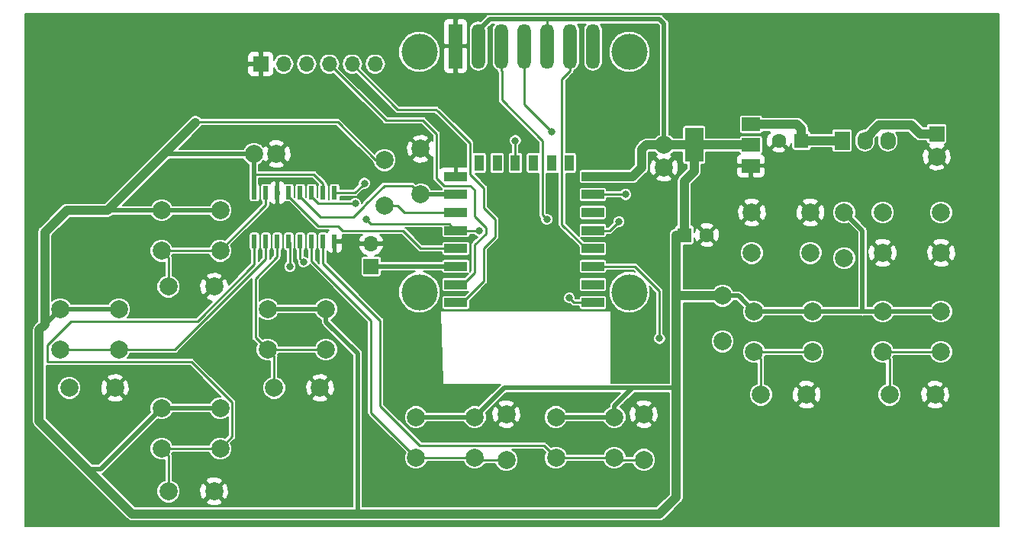
<source format=gtl>
G04 #@! TF.GenerationSoftware,KiCad,Pcbnew,5.0.0-rc2-dev-unknown-r12507-fb882633*
G04 #@! TF.CreationDate,2018-03-27T10:23:12-04:00*
G04 #@! TF.ProjectId,Gamegame,47616D6567616D652E6B696361645F70,rev?*
G04 #@! TF.SameCoordinates,Original*
G04 #@! TF.FileFunction,Copper,L1,Top,Signal*
G04 #@! TF.FilePolarity,Positive*
%FSLAX46Y46*%
G04 Gerber Fmt 4.6, Leading zero omitted, Abs format (unit mm)*
G04 Created by KiCad (PCBNEW 5.0.0-rc2-dev-unknown-r12507-fb882633) date Tue Mar 27 10:23:12 2018*
%MOMM*%
%LPD*%
G01*
G04 APERTURE LIST*
%ADD10C,1.600000*%
%ADD11R,1.600000X1.600000*%
%ADD12C,2.000000*%
%ADD13R,1.700000X1.700000*%
%ADD14O,1.700000X1.700000*%
%ADD15C,4.000000*%
%ADD16O,1.500000X5.000000*%
%ADD17R,1.500000X5.000000*%
%ADD18R,1.730000X2.030000*%
%ADD19O,1.730000X2.030000*%
%ADD20R,0.600000X1.500000*%
%ADD21R,2.500000X1.000000*%
%ADD22R,1.000000X1.800000*%
%ADD23R,2.000000X3.800000*%
%ADD24R,2.000000X1.500000*%
%ADD25C,0.800000*%
%ADD26C,0.500000*%
%ADD27C,0.250000*%
%ADD28C,1.000000*%
%ADD29C,0.200000*%
G04 APERTURE END LIST*
D10*
X151250000Y-48000000D03*
D11*
X148750000Y-48000000D03*
D10*
X159250000Y-37500000D03*
D11*
X161750000Y-37500000D03*
D12*
X146500000Y-38000000D03*
X146500000Y-40500000D03*
X101000000Y-39000000D03*
X103500000Y-39000000D03*
D13*
X101750000Y-29000000D03*
D14*
X104290000Y-29000000D03*
X106830000Y-29000000D03*
X109370000Y-29000000D03*
X111910000Y-29000000D03*
X114450000Y-29000000D03*
D15*
X142650000Y-27650000D03*
X119350000Y-27650000D03*
X142650000Y-54350000D03*
X119350000Y-54350000D03*
D16*
X138620000Y-27000000D03*
X136080000Y-27000000D03*
X133540000Y-27000000D03*
X131000000Y-27000000D03*
X128460000Y-27000000D03*
X125920000Y-27000000D03*
D17*
X123380000Y-27000000D03*
D12*
X90750000Y-49750000D03*
X90750000Y-45250000D03*
X97250000Y-49750000D03*
X97250000Y-45250000D03*
X97250000Y-67250000D03*
X97250000Y-71750000D03*
X90750000Y-67250000D03*
X90750000Y-71750000D03*
X79500000Y-60750000D03*
X79500000Y-56250000D03*
X86000000Y-60750000D03*
X86000000Y-56250000D03*
X109000000Y-56250000D03*
X109000000Y-60750000D03*
X102500000Y-56250000D03*
X102500000Y-60750000D03*
X163000000Y-56500000D03*
X163000000Y-61000000D03*
X156500000Y-56500000D03*
X156500000Y-61000000D03*
X170750000Y-61000000D03*
X170750000Y-56500000D03*
X177250000Y-61000000D03*
X177250000Y-56500000D03*
X125500000Y-68250000D03*
X125500000Y-72750000D03*
X119000000Y-68250000D03*
X119000000Y-72750000D03*
X134500000Y-72750000D03*
X134500000Y-68250000D03*
X141000000Y-72750000D03*
X141000000Y-68250000D03*
X156250000Y-50000000D03*
X156250000Y-45500000D03*
X162750000Y-50000000D03*
X162750000Y-45500000D03*
X177250000Y-45500000D03*
X177250000Y-50000000D03*
X170750000Y-45500000D03*
X170750000Y-50000000D03*
D18*
X166250000Y-37500000D03*
D19*
X168790000Y-37500000D03*
X171330000Y-37500000D03*
D20*
X101055000Y-48700000D03*
X102325000Y-48700000D03*
X103595000Y-48700000D03*
X104865000Y-48700000D03*
X106135000Y-48700000D03*
X107405000Y-48700000D03*
X108675000Y-48700000D03*
X109945000Y-48700000D03*
X109945000Y-43300000D03*
X108675000Y-43300000D03*
X107405000Y-43300000D03*
X106135000Y-43300000D03*
X104865000Y-43300000D03*
X103595000Y-43300000D03*
X102325000Y-43300000D03*
X101055000Y-43300000D03*
D21*
X138600000Y-55500000D03*
X138600000Y-53500000D03*
X138600000Y-51500000D03*
X138600000Y-49500000D03*
X138600000Y-47500000D03*
X138600000Y-45500000D03*
X138600000Y-43500000D03*
X138600000Y-41500000D03*
D22*
X136000000Y-40000000D03*
X134000000Y-40000000D03*
X132000000Y-40000000D03*
X130000000Y-40000000D03*
X128000000Y-40000000D03*
X126000000Y-40000000D03*
D21*
X123400000Y-41500000D03*
X123400000Y-43500000D03*
X123400000Y-45500000D03*
X123400000Y-47500000D03*
X123400000Y-49500000D03*
X123400000Y-51500000D03*
X123400000Y-53500000D03*
X123400000Y-55500000D03*
D23*
X149850000Y-38000000D03*
D24*
X156150000Y-38000000D03*
X156150000Y-35700000D03*
X156150000Y-40300000D03*
D12*
X91500000Y-53750000D03*
X96580000Y-53750000D03*
X96580000Y-76500000D03*
X91500000Y-76500000D03*
X80500000Y-65000000D03*
X85580000Y-65000000D03*
X108330000Y-65000000D03*
X103250000Y-65000000D03*
X157250000Y-65750000D03*
X162330000Y-65750000D03*
X176580000Y-65750000D03*
X171500000Y-65750000D03*
X129000000Y-73000000D03*
X129000000Y-67920000D03*
X144250000Y-73000000D03*
X144250000Y-67920000D03*
X153000000Y-59830000D03*
X153000000Y-54750000D03*
X166500000Y-45500000D03*
X166500000Y-50580000D03*
X119500000Y-38420000D03*
X119500000Y-43500000D03*
X115500000Y-44750000D03*
X115500000Y-39670000D03*
D13*
X176750000Y-36750000D03*
D12*
X176750000Y-39290000D03*
D13*
X114000000Y-51500000D03*
D14*
X114000000Y-48960000D03*
D25*
X123250000Y-39750000D03*
X130000000Y-37500000D03*
X113250000Y-42250000D03*
X142250000Y-43500000D03*
X134000000Y-36500000D03*
X141500000Y-46500000D03*
X133500000Y-46250000D03*
X136000000Y-55000000D03*
X105000000Y-51500000D03*
X106500000Y-51000000D03*
X146000000Y-59500000D03*
X113500000Y-46250000D03*
X112250000Y-44500000D03*
X126000000Y-47500000D03*
D26*
X133500000Y-24000000D02*
X127170000Y-24000000D01*
X146000000Y-24000000D02*
X133500000Y-24000000D01*
D27*
X133540000Y-27000000D02*
X133540000Y-24250000D01*
X133540000Y-24250000D02*
X133500000Y-24210000D01*
X133500000Y-24210000D02*
X133500000Y-24000000D01*
D26*
X101000000Y-41250000D02*
X101000000Y-43245000D01*
X101000000Y-39000000D02*
X101000000Y-41250000D01*
D27*
X108675000Y-43300000D02*
X108675000Y-42300000D01*
X107625000Y-41250000D02*
X101000000Y-41250000D01*
X108675000Y-42300000D02*
X107625000Y-41250000D01*
X114510051Y-39670000D02*
X110290051Y-35450000D01*
X115500000Y-39670000D02*
X114510051Y-39670000D01*
X110290051Y-35450000D02*
X101825000Y-35450000D01*
X101825000Y-35450000D02*
X94450000Y-35450000D01*
D26*
X146500000Y-38000000D02*
X146500000Y-24500000D01*
X146500000Y-24500000D02*
X146000000Y-24000000D01*
D28*
X77174991Y-58575009D02*
X77799999Y-57950001D01*
X77174991Y-68674991D02*
X77174991Y-58575009D01*
X82500000Y-74000000D02*
X77174991Y-68674991D01*
D26*
X112500000Y-61164213D02*
X109000000Y-57664213D01*
X112500000Y-79000000D02*
X112500000Y-61164213D01*
X109000000Y-57664213D02*
X109000000Y-56250000D01*
D28*
X149850000Y-38000000D02*
X149850000Y-40900000D01*
X149850000Y-40900000D02*
X148750000Y-42000000D01*
X148750000Y-42000000D02*
X148750000Y-46200000D01*
X148750000Y-46200000D02*
X148750000Y-48000000D01*
X156150000Y-38000000D02*
X149850000Y-38000000D01*
X149850000Y-38000000D02*
X146500000Y-38000000D01*
X143000000Y-41500000D02*
X144000000Y-40500000D01*
X138600000Y-41500000D02*
X143000000Y-41500000D01*
X144000000Y-40500000D02*
X144000000Y-38500000D01*
X144000000Y-38500000D02*
X144500000Y-38000000D01*
X144500000Y-38000000D02*
X146500000Y-38000000D01*
D26*
X101000000Y-43245000D02*
X101055000Y-43300000D01*
D28*
X91000000Y-39000000D02*
X94500000Y-35500000D01*
X84750000Y-45250000D02*
X91000000Y-39000000D01*
D26*
X101000000Y-39000000D02*
X91000000Y-39000000D01*
X94450000Y-35450000D02*
X94500000Y-35500000D01*
D28*
X80250000Y-45250000D02*
X84750000Y-45250000D01*
D26*
X127170000Y-24000000D02*
X125920000Y-25250000D01*
X125920000Y-25250000D02*
X125920000Y-27000000D01*
X168500000Y-56500000D02*
X170750000Y-56500000D01*
X163000000Y-56500000D02*
X168500000Y-56500000D01*
X168500000Y-56500000D02*
X168500000Y-47500000D01*
X168500000Y-47500000D02*
X166500000Y-45500000D01*
X170750000Y-56500000D02*
X177250000Y-56500000D01*
X156500000Y-56500000D02*
X163000000Y-56500000D01*
X153000000Y-54750000D02*
X154750000Y-54750000D01*
X154750000Y-54750000D02*
X156500000Y-56500000D01*
D28*
X149500000Y-54750000D02*
X148100000Y-54750000D01*
X147850000Y-54500000D02*
X147850000Y-65000000D01*
X147850000Y-48000000D02*
X147850000Y-54500000D01*
X153000000Y-54750000D02*
X148100000Y-54750000D01*
X148100000Y-54750000D02*
X147850000Y-54500000D01*
X148750000Y-48000000D02*
X147850000Y-48000000D01*
D26*
X90750000Y-45250000D02*
X97250000Y-45250000D01*
D28*
X77799999Y-47700001D02*
X80250000Y-45250000D01*
D26*
X80250000Y-45250000D02*
X90750000Y-45250000D01*
D28*
X77799999Y-57950001D02*
X77799999Y-47700001D01*
D26*
X109000000Y-56250000D02*
X107585787Y-56250000D01*
X107585787Y-56250000D02*
X102500000Y-56250000D01*
D28*
X112500000Y-79000000D02*
X87500000Y-79000000D01*
X146000000Y-79000000D02*
X112500000Y-79000000D01*
D26*
X90750000Y-67250000D02*
X97250000Y-67250000D01*
D28*
X87500000Y-79000000D02*
X82500000Y-74000000D01*
D26*
X82500000Y-74000000D02*
X84000000Y-74000000D01*
X84000000Y-74000000D02*
X90750000Y-67250000D01*
X79500000Y-56250000D02*
X80914213Y-56250000D01*
X80914213Y-56250000D02*
X86000000Y-56250000D01*
X77799999Y-57950001D02*
X79500000Y-56250000D01*
X141000000Y-68250000D02*
X139585787Y-68250000D01*
X139585787Y-68250000D02*
X134500000Y-68250000D01*
X125500000Y-68250000D02*
X124085787Y-68250000D01*
X124085787Y-68250000D02*
X119000000Y-68250000D01*
X143000000Y-65000000D02*
X128750000Y-65000000D01*
X128750000Y-65000000D02*
X125500000Y-68250000D01*
X143000000Y-65000000D02*
X141000000Y-67000000D01*
X147850000Y-65000000D02*
X143000000Y-65000000D01*
X141000000Y-67000000D02*
X141000000Y-68250000D01*
D28*
X147850000Y-65000000D02*
X147850000Y-77150000D01*
X147850000Y-77150000D02*
X146000000Y-79000000D01*
X161750000Y-37500000D02*
X166250000Y-37500000D01*
D26*
X161750000Y-36500000D02*
X161750000Y-36200000D01*
D28*
X161750000Y-36500000D02*
X161750000Y-37500000D01*
X161250000Y-35700000D02*
X161750000Y-36200000D01*
X156150000Y-35700000D02*
X161250000Y-35700000D01*
D27*
X121250000Y-41685002D02*
X122064998Y-42500000D01*
X121250000Y-36750000D02*
X121250000Y-41685002D01*
X119750000Y-35250000D02*
X121250000Y-36750000D01*
X125500000Y-45926996D02*
X126725002Y-47151998D01*
X125500000Y-52150000D02*
X124150000Y-53500000D01*
X122064998Y-42500000D02*
X125000000Y-42500000D01*
X125500000Y-43000000D02*
X125500000Y-45926996D01*
X109370000Y-29000000D02*
X115620000Y-35250000D01*
X115620000Y-35250000D02*
X119750000Y-35250000D01*
X125000000Y-42500000D02*
X125500000Y-43000000D01*
X126725002Y-47151998D02*
X126725002Y-47848002D01*
X124150000Y-53500000D02*
X123400000Y-53500000D01*
X126725002Y-47848002D02*
X125500000Y-49073004D01*
X125500000Y-49073004D02*
X125500000Y-52150000D01*
X121450011Y-34261009D02*
X125000000Y-37810998D01*
X126500000Y-53150000D02*
X124150000Y-55500000D01*
X125000000Y-37810998D02*
X125000000Y-41250000D01*
X116959990Y-34049990D02*
X121186400Y-34049990D01*
X121397419Y-34261009D02*
X121450011Y-34261009D01*
X121186400Y-34049990D02*
X121397419Y-34261009D01*
X126500000Y-45000000D02*
X127750000Y-46250000D01*
X111910000Y-29000000D02*
X116959990Y-34049990D01*
X125000000Y-41250000D02*
X126500000Y-42750000D01*
X124150000Y-55500000D02*
X123400000Y-55500000D01*
X126500000Y-42750000D02*
X126500000Y-45000000D01*
X127750000Y-46250000D02*
X127750000Y-48250000D01*
X127750000Y-48250000D02*
X126500000Y-49500000D01*
X126500000Y-49500000D02*
X126500000Y-53150000D01*
X136080000Y-27000000D02*
X136080000Y-29750000D01*
X136080000Y-29750000D02*
X135174999Y-30655001D01*
X135174999Y-30655001D02*
X135174999Y-46824999D01*
X137850000Y-49500000D02*
X138600000Y-49500000D01*
X135174999Y-46824999D02*
X137850000Y-49500000D01*
X92750000Y-57575001D02*
X93424999Y-57575001D01*
X101055000Y-51236002D02*
X94716001Y-57575001D01*
X94716001Y-57575001D02*
X92750000Y-57575001D01*
X80713997Y-57575001D02*
X92750000Y-57575001D01*
X101055000Y-48700000D02*
X101055000Y-51236002D01*
X78075001Y-60213997D02*
X80713997Y-57575001D01*
X98575001Y-70424999D02*
X98575001Y-66613999D01*
X78075001Y-62075001D02*
X78075001Y-60213997D01*
X94036003Y-62075001D02*
X78075001Y-62075001D01*
X98575001Y-66613999D02*
X94036003Y-62075001D01*
X97250000Y-71750000D02*
X98575001Y-70424999D01*
X102325000Y-50675000D02*
X102325000Y-49700000D01*
X92250000Y-60750000D02*
X102325000Y-50675000D01*
X86000000Y-60750000D02*
X92250000Y-60750000D01*
X102325000Y-49700000D02*
X102325000Y-48700000D01*
X130000000Y-37500000D02*
X130000000Y-40000000D01*
X113000000Y-42500000D02*
X113250000Y-42250000D01*
X106135000Y-43750000D02*
X108385000Y-46000000D01*
X106135000Y-43300000D02*
X106135000Y-43750000D01*
X108385000Y-46000000D02*
X112000004Y-46000000D01*
X112000004Y-46000000D02*
X113100005Y-44899999D01*
X113100005Y-44899999D02*
X113500000Y-44500004D01*
X113500000Y-44500004D02*
X113500004Y-44500000D01*
X118500001Y-42500001D02*
X115500003Y-42500001D01*
X119500000Y-43500000D02*
X118500001Y-42500001D01*
X115500003Y-42500001D02*
X113500000Y-44500004D01*
X142250000Y-43500000D02*
X138600000Y-43500000D01*
X131000000Y-33500000D02*
X134000000Y-36500000D01*
X131000000Y-27000000D02*
X131000000Y-33500000D01*
X141500000Y-46500000D02*
X140500000Y-47500000D01*
X140500000Y-47500000D02*
X138600000Y-47500000D01*
X133000000Y-45750000D02*
X133500000Y-46250000D01*
X133000000Y-37500000D02*
X133000000Y-45750000D01*
X128500000Y-33000000D02*
X133000000Y-37500000D01*
X128500000Y-29790000D02*
X128500000Y-32750000D01*
X128500000Y-32750000D02*
X128500000Y-33000000D01*
X128460000Y-27000000D02*
X128460000Y-29750000D01*
X128460000Y-29750000D02*
X128500000Y-29790000D01*
D26*
X123400000Y-51500000D02*
X114000000Y-51500000D01*
D27*
X136500000Y-55500000D02*
X136000000Y-55000000D01*
X138600000Y-55500000D02*
X136500000Y-55500000D01*
X97250000Y-49750000D02*
X102325000Y-44675000D01*
X102325000Y-44675000D02*
X102325000Y-43300000D01*
X90750000Y-49750000D02*
X97250000Y-49750000D01*
X91500000Y-53750000D02*
X91500000Y-50500000D01*
X91500000Y-50500000D02*
X90750000Y-49750000D01*
X90750000Y-71750000D02*
X97250000Y-71750000D01*
X91500000Y-76500000D02*
X91500000Y-72500000D01*
X91500000Y-72500000D02*
X90750000Y-71750000D01*
X79500000Y-60750000D02*
X80914213Y-60750000D01*
X80914213Y-60750000D02*
X86000000Y-60750000D01*
X103250000Y-65000000D02*
X103250000Y-61500000D01*
X103250000Y-61500000D02*
X102500000Y-60750000D01*
X101174999Y-52825001D02*
X103595000Y-50405000D01*
X103595000Y-50405000D02*
X103595000Y-48700000D01*
X102500000Y-60750000D02*
X101174999Y-59424999D01*
X101174999Y-59424999D02*
X101174999Y-52825001D01*
X109000000Y-60750000D02*
X107585787Y-60750000D01*
X107585787Y-60750000D02*
X102500000Y-60750000D01*
X105000000Y-51500000D02*
X105000000Y-48835000D01*
X105000000Y-48835000D02*
X104865000Y-48700000D01*
X157250000Y-65750000D02*
X157250000Y-61750000D01*
X157250000Y-61750000D02*
X156500000Y-61000000D01*
X163000000Y-61000000D02*
X156500000Y-61000000D01*
X106500000Y-51000000D02*
X106135000Y-50635000D01*
X106135000Y-50635000D02*
X106135000Y-48700000D01*
X171500000Y-65750000D02*
X171500000Y-61750000D01*
X171500000Y-61750000D02*
X170750000Y-61000000D01*
X177250000Y-61000000D02*
X175835787Y-61000000D01*
X175835787Y-61000000D02*
X170750000Y-61000000D01*
X114000000Y-67750000D02*
X114000000Y-57500000D01*
X119000000Y-72750000D02*
X114000000Y-67750000D01*
X107405000Y-50905000D02*
X107405000Y-48700000D01*
X114000000Y-57500000D02*
X107405000Y-50905000D01*
X125500000Y-72750000D02*
X124085787Y-72750000D01*
X124085787Y-72750000D02*
X119000000Y-72750000D01*
X129000000Y-73000000D02*
X125750000Y-73000000D01*
X125750000Y-73000000D02*
X125500000Y-72750000D01*
X133174999Y-71424999D02*
X119424999Y-71424999D01*
X108675000Y-51175000D02*
X108675000Y-48700000D01*
X134500000Y-72750000D02*
X133174999Y-71424999D01*
X119424999Y-71424999D02*
X115000000Y-67000000D01*
X115000000Y-67000000D02*
X115000000Y-57500000D01*
X115000000Y-57500000D02*
X108675000Y-51175000D01*
X141000000Y-72750000D02*
X139585787Y-72750000D01*
X139585787Y-72750000D02*
X134500000Y-72750000D01*
X144250000Y-73000000D02*
X141250000Y-73000000D01*
X141250000Y-73000000D02*
X141000000Y-72750000D01*
X146000000Y-54258998D02*
X146000000Y-59500000D01*
X138600000Y-51500000D02*
X143241002Y-51500000D01*
X143241002Y-51500000D02*
X146000000Y-54258998D01*
D26*
X119500000Y-43500000D02*
X123400000Y-43500000D01*
D27*
X115500000Y-44750000D02*
X116914213Y-44750000D01*
X116914213Y-44750000D02*
X117664213Y-45500000D01*
X117664213Y-45500000D02*
X121900000Y-45500000D01*
X121900000Y-45500000D02*
X123400000Y-45500000D01*
X114000000Y-46750000D02*
X122650000Y-46750000D01*
X113500000Y-46250000D02*
X114000000Y-46750000D01*
X122650000Y-46750000D02*
X123400000Y-47500000D01*
X111934315Y-44500000D02*
X112250000Y-44500000D01*
X123400000Y-47500000D02*
X126000000Y-47500000D01*
D28*
X168790000Y-37500000D02*
X168790000Y-37350000D01*
X168790000Y-37350000D02*
X170355010Y-35784990D01*
X170355010Y-35784990D02*
X173934990Y-35784990D01*
X174900000Y-36750000D02*
X176750000Y-36750000D01*
X173934990Y-35784990D02*
X174900000Y-36750000D01*
D27*
X109945000Y-43300000D02*
X112200000Y-43300000D01*
X112200000Y-43300000D02*
X113000000Y-42500000D01*
X107405000Y-43300000D02*
X107405000Y-43750000D01*
X107405000Y-43750000D02*
X108155000Y-44500000D01*
X108155000Y-44500000D02*
X111934315Y-44500000D01*
X117500000Y-47500000D02*
X119500000Y-49500000D01*
X110800998Y-47500000D02*
X117500000Y-47500000D01*
X119500000Y-49500000D02*
X121900000Y-49500000D01*
X110300998Y-47000000D02*
X110800998Y-47500000D01*
X108115000Y-47000000D02*
X110300998Y-47000000D01*
X104865000Y-43300000D02*
X104865000Y-43750000D01*
X104865000Y-43750000D02*
X108115000Y-47000000D01*
X121900000Y-49500000D02*
X123400000Y-49500000D01*
D29*
G36*
X183625001Y-80375000D02*
X75625000Y-80375000D01*
X75625000Y-58575009D01*
X76359320Y-58575009D01*
X76374992Y-58653798D01*
X76374991Y-68596207D01*
X76359320Y-68674991D01*
X76374991Y-68753775D01*
X76374991Y-68753779D01*
X76421408Y-68987134D01*
X76598224Y-69251758D01*
X76665019Y-69296389D01*
X81990026Y-74621397D01*
X81990029Y-74621399D01*
X86878604Y-79509975D01*
X86923233Y-79576767D01*
X87187856Y-79753583D01*
X87421211Y-79800000D01*
X87421216Y-79800000D01*
X87500000Y-79815671D01*
X87578784Y-79800000D01*
X145921216Y-79800000D01*
X146000000Y-79815671D01*
X146078784Y-79800000D01*
X146078789Y-79800000D01*
X146312144Y-79753583D01*
X146576767Y-79576767D01*
X146621398Y-79509972D01*
X148359974Y-77771397D01*
X148426767Y-77726767D01*
X148603583Y-77462144D01*
X148650000Y-77228789D01*
X148650000Y-77228785D01*
X148665671Y-77150001D01*
X148650000Y-77071217D01*
X148650000Y-59571414D01*
X151700000Y-59571414D01*
X151700000Y-60088586D01*
X151897913Y-60566391D01*
X152263609Y-60932087D01*
X152741414Y-61130000D01*
X153258586Y-61130000D01*
X153736391Y-60932087D01*
X153927064Y-60741414D01*
X155200000Y-60741414D01*
X155200000Y-61258586D01*
X155397913Y-61736391D01*
X155763609Y-62102087D01*
X156241414Y-62300000D01*
X156758586Y-62300000D01*
X156825001Y-62272490D01*
X156825000Y-64518931D01*
X156513609Y-64647913D01*
X156147913Y-65013609D01*
X155950000Y-65491414D01*
X155950000Y-66008586D01*
X156147913Y-66486391D01*
X156513609Y-66852087D01*
X156991414Y-67050000D01*
X157508586Y-67050000D01*
X157858488Y-66905066D01*
X161392723Y-66905066D01*
X161495174Y-67161040D01*
X162098703Y-67373105D01*
X162737445Y-67338067D01*
X163164826Y-67161040D01*
X163267277Y-66905066D01*
X162330000Y-65967789D01*
X161392723Y-66905066D01*
X157858488Y-66905066D01*
X157986391Y-66852087D01*
X158352087Y-66486391D01*
X158550000Y-66008586D01*
X158550000Y-65518703D01*
X160706895Y-65518703D01*
X160741933Y-66157445D01*
X160918960Y-66584826D01*
X161174934Y-66687277D01*
X162112211Y-65750000D01*
X162547789Y-65750000D01*
X163485066Y-66687277D01*
X163741040Y-66584826D01*
X163953105Y-65981297D01*
X163918067Y-65342555D01*
X163741040Y-64915174D01*
X163485066Y-64812723D01*
X162547789Y-65750000D01*
X162112211Y-65750000D01*
X161174934Y-64812723D01*
X160918960Y-64915174D01*
X160706895Y-65518703D01*
X158550000Y-65518703D01*
X158550000Y-65491414D01*
X158352087Y-65013609D01*
X157986391Y-64647913D01*
X157858489Y-64594934D01*
X161392723Y-64594934D01*
X162330000Y-65532211D01*
X163267277Y-64594934D01*
X163164826Y-64338960D01*
X162561297Y-64126895D01*
X161922555Y-64161933D01*
X161495174Y-64338960D01*
X161392723Y-64594934D01*
X157858489Y-64594934D01*
X157675000Y-64518931D01*
X157675000Y-61791857D01*
X157683326Y-61749999D01*
X157655141Y-61608306D01*
X157731069Y-61425000D01*
X161768931Y-61425000D01*
X161897913Y-61736391D01*
X162263609Y-62102087D01*
X162741414Y-62300000D01*
X163258586Y-62300000D01*
X163736391Y-62102087D01*
X164102087Y-61736391D01*
X164300000Y-61258586D01*
X164300000Y-60741414D01*
X169450000Y-60741414D01*
X169450000Y-61258586D01*
X169647913Y-61736391D01*
X170013609Y-62102087D01*
X170491414Y-62300000D01*
X171008586Y-62300000D01*
X171075001Y-62272490D01*
X171075000Y-64518931D01*
X170763609Y-64647913D01*
X170397913Y-65013609D01*
X170200000Y-65491414D01*
X170200000Y-66008586D01*
X170397913Y-66486391D01*
X170763609Y-66852087D01*
X171241414Y-67050000D01*
X171758586Y-67050000D01*
X172108488Y-66905066D01*
X175642723Y-66905066D01*
X175745174Y-67161040D01*
X176348703Y-67373105D01*
X176987445Y-67338067D01*
X177414826Y-67161040D01*
X177517277Y-66905066D01*
X176580000Y-65967789D01*
X175642723Y-66905066D01*
X172108488Y-66905066D01*
X172236391Y-66852087D01*
X172602087Y-66486391D01*
X172800000Y-66008586D01*
X172800000Y-65518703D01*
X174956895Y-65518703D01*
X174991933Y-66157445D01*
X175168960Y-66584826D01*
X175424934Y-66687277D01*
X176362211Y-65750000D01*
X176797789Y-65750000D01*
X177735066Y-66687277D01*
X177991040Y-66584826D01*
X178203105Y-65981297D01*
X178168067Y-65342555D01*
X177991040Y-64915174D01*
X177735066Y-64812723D01*
X176797789Y-65750000D01*
X176362211Y-65750000D01*
X175424934Y-64812723D01*
X175168960Y-64915174D01*
X174956895Y-65518703D01*
X172800000Y-65518703D01*
X172800000Y-65491414D01*
X172602087Y-65013609D01*
X172236391Y-64647913D01*
X172108489Y-64594934D01*
X175642723Y-64594934D01*
X176580000Y-65532211D01*
X177517277Y-64594934D01*
X177414826Y-64338960D01*
X176811297Y-64126895D01*
X176172555Y-64161933D01*
X175745174Y-64338960D01*
X175642723Y-64594934D01*
X172108489Y-64594934D01*
X171925000Y-64518931D01*
X171925000Y-61791857D01*
X171933326Y-61749999D01*
X171905141Y-61608306D01*
X171981069Y-61425000D01*
X176018931Y-61425000D01*
X176147913Y-61736391D01*
X176513609Y-62102087D01*
X176991414Y-62300000D01*
X177508586Y-62300000D01*
X177986391Y-62102087D01*
X178352087Y-61736391D01*
X178550000Y-61258586D01*
X178550000Y-60741414D01*
X178352087Y-60263609D01*
X177986391Y-59897913D01*
X177508586Y-59700000D01*
X176991414Y-59700000D01*
X176513609Y-59897913D01*
X176147913Y-60263609D01*
X176018931Y-60575000D01*
X171981069Y-60575000D01*
X171852087Y-60263609D01*
X171486391Y-59897913D01*
X171008586Y-59700000D01*
X170491414Y-59700000D01*
X170013609Y-59897913D01*
X169647913Y-60263609D01*
X169450000Y-60741414D01*
X164300000Y-60741414D01*
X164102087Y-60263609D01*
X163736391Y-59897913D01*
X163258586Y-59700000D01*
X162741414Y-59700000D01*
X162263609Y-59897913D01*
X161897913Y-60263609D01*
X161768931Y-60575000D01*
X157731069Y-60575000D01*
X157602087Y-60263609D01*
X157236391Y-59897913D01*
X156758586Y-59700000D01*
X156241414Y-59700000D01*
X155763609Y-59897913D01*
X155397913Y-60263609D01*
X155200000Y-60741414D01*
X153927064Y-60741414D01*
X154102087Y-60566391D01*
X154300000Y-60088586D01*
X154300000Y-59571414D01*
X154102087Y-59093609D01*
X153736391Y-58727913D01*
X153258586Y-58530000D01*
X152741414Y-58530000D01*
X152263609Y-58727913D01*
X151897913Y-59093609D01*
X151700000Y-59571414D01*
X148650000Y-59571414D01*
X148650000Y-55550000D01*
X151961522Y-55550000D01*
X152263609Y-55852087D01*
X152741414Y-56050000D01*
X153258586Y-56050000D01*
X153736391Y-55852087D01*
X154102087Y-55486391D01*
X154179293Y-55300000D01*
X154522184Y-55300000D01*
X155277206Y-56055022D01*
X155200000Y-56241414D01*
X155200000Y-56758586D01*
X155397913Y-57236391D01*
X155763609Y-57602087D01*
X156241414Y-57800000D01*
X156758586Y-57800000D01*
X157236391Y-57602087D01*
X157602087Y-57236391D01*
X157679293Y-57050000D01*
X161820707Y-57050000D01*
X161897913Y-57236391D01*
X162263609Y-57602087D01*
X162741414Y-57800000D01*
X163258586Y-57800000D01*
X163736391Y-57602087D01*
X164102087Y-57236391D01*
X164179293Y-57050000D01*
X168445830Y-57050000D01*
X168500000Y-57060775D01*
X168554170Y-57050000D01*
X169570707Y-57050000D01*
X169647913Y-57236391D01*
X170013609Y-57602087D01*
X170491414Y-57800000D01*
X171008586Y-57800000D01*
X171486391Y-57602087D01*
X171852087Y-57236391D01*
X171929293Y-57050000D01*
X176070707Y-57050000D01*
X176147913Y-57236391D01*
X176513609Y-57602087D01*
X176991414Y-57800000D01*
X177508586Y-57800000D01*
X177986391Y-57602087D01*
X178352087Y-57236391D01*
X178550000Y-56758586D01*
X178550000Y-56241414D01*
X178352087Y-55763609D01*
X177986391Y-55397913D01*
X177508586Y-55200000D01*
X176991414Y-55200000D01*
X176513609Y-55397913D01*
X176147913Y-55763609D01*
X176070707Y-55950000D01*
X171929293Y-55950000D01*
X171852087Y-55763609D01*
X171486391Y-55397913D01*
X171008586Y-55200000D01*
X170491414Y-55200000D01*
X170013609Y-55397913D01*
X169647913Y-55763609D01*
X169570707Y-55950000D01*
X169050000Y-55950000D01*
X169050000Y-51155066D01*
X169812723Y-51155066D01*
X169915174Y-51411040D01*
X170518703Y-51623105D01*
X171157445Y-51588067D01*
X171584826Y-51411040D01*
X171687277Y-51155066D01*
X176312723Y-51155066D01*
X176415174Y-51411040D01*
X177018703Y-51623105D01*
X177657445Y-51588067D01*
X178084826Y-51411040D01*
X178187277Y-51155066D01*
X177250000Y-50217789D01*
X176312723Y-51155066D01*
X171687277Y-51155066D01*
X170750000Y-50217789D01*
X169812723Y-51155066D01*
X169050000Y-51155066D01*
X169050000Y-49768703D01*
X169126895Y-49768703D01*
X169161933Y-50407445D01*
X169338960Y-50834826D01*
X169594934Y-50937277D01*
X170532211Y-50000000D01*
X170967789Y-50000000D01*
X171905066Y-50937277D01*
X172161040Y-50834826D01*
X172373105Y-50231297D01*
X172347730Y-49768703D01*
X175626895Y-49768703D01*
X175661933Y-50407445D01*
X175838960Y-50834826D01*
X176094934Y-50937277D01*
X177032211Y-50000000D01*
X177467789Y-50000000D01*
X178405066Y-50937277D01*
X178661040Y-50834826D01*
X178873105Y-50231297D01*
X178838067Y-49592555D01*
X178661040Y-49165174D01*
X178405066Y-49062723D01*
X177467789Y-50000000D01*
X177032211Y-50000000D01*
X176094934Y-49062723D01*
X175838960Y-49165174D01*
X175626895Y-49768703D01*
X172347730Y-49768703D01*
X172338067Y-49592555D01*
X172161040Y-49165174D01*
X171905066Y-49062723D01*
X170967789Y-50000000D01*
X170532211Y-50000000D01*
X169594934Y-49062723D01*
X169338960Y-49165174D01*
X169126895Y-49768703D01*
X169050000Y-49768703D01*
X169050000Y-48844934D01*
X169812723Y-48844934D01*
X170750000Y-49782211D01*
X171687277Y-48844934D01*
X176312723Y-48844934D01*
X177250000Y-49782211D01*
X178187277Y-48844934D01*
X178084826Y-48588960D01*
X177481297Y-48376895D01*
X176842555Y-48411933D01*
X176415174Y-48588960D01*
X176312723Y-48844934D01*
X171687277Y-48844934D01*
X171584826Y-48588960D01*
X170981297Y-48376895D01*
X170342555Y-48411933D01*
X169915174Y-48588960D01*
X169812723Y-48844934D01*
X169050000Y-48844934D01*
X169050000Y-47554168D01*
X169060775Y-47499999D01*
X169040952Y-47400341D01*
X169018089Y-47285401D01*
X168896528Y-47103472D01*
X168850603Y-47072786D01*
X167722794Y-45944978D01*
X167800000Y-45758586D01*
X167800000Y-45241414D01*
X169450000Y-45241414D01*
X169450000Y-45758586D01*
X169647913Y-46236391D01*
X170013609Y-46602087D01*
X170491414Y-46800000D01*
X171008586Y-46800000D01*
X171486391Y-46602087D01*
X171852087Y-46236391D01*
X172050000Y-45758586D01*
X172050000Y-45241414D01*
X175950000Y-45241414D01*
X175950000Y-45758586D01*
X176147913Y-46236391D01*
X176513609Y-46602087D01*
X176991414Y-46800000D01*
X177508586Y-46800000D01*
X177986391Y-46602087D01*
X178352087Y-46236391D01*
X178550000Y-45758586D01*
X178550000Y-45241414D01*
X178352087Y-44763609D01*
X177986391Y-44397913D01*
X177508586Y-44200000D01*
X176991414Y-44200000D01*
X176513609Y-44397913D01*
X176147913Y-44763609D01*
X175950000Y-45241414D01*
X172050000Y-45241414D01*
X171852087Y-44763609D01*
X171486391Y-44397913D01*
X171008586Y-44200000D01*
X170491414Y-44200000D01*
X170013609Y-44397913D01*
X169647913Y-44763609D01*
X169450000Y-45241414D01*
X167800000Y-45241414D01*
X167602087Y-44763609D01*
X167236391Y-44397913D01*
X166758586Y-44200000D01*
X166241414Y-44200000D01*
X165763609Y-44397913D01*
X165397913Y-44763609D01*
X165200000Y-45241414D01*
X165200000Y-45758586D01*
X165397913Y-46236391D01*
X165763609Y-46602087D01*
X166241414Y-46800000D01*
X166758586Y-46800000D01*
X166944978Y-46722794D01*
X167950001Y-47727818D01*
X167950000Y-55950000D01*
X164179293Y-55950000D01*
X164102087Y-55763609D01*
X163736391Y-55397913D01*
X163258586Y-55200000D01*
X162741414Y-55200000D01*
X162263609Y-55397913D01*
X161897913Y-55763609D01*
X161820707Y-55950000D01*
X157679293Y-55950000D01*
X157602087Y-55763609D01*
X157236391Y-55397913D01*
X156758586Y-55200000D01*
X156241414Y-55200000D01*
X156055022Y-55277206D01*
X155177216Y-54399400D01*
X155146528Y-54353472D01*
X154964599Y-54231911D01*
X154804170Y-54200000D01*
X154804169Y-54200000D01*
X154750000Y-54189225D01*
X154695831Y-54200000D01*
X154179293Y-54200000D01*
X154102087Y-54013609D01*
X153736391Y-53647913D01*
X153258586Y-53450000D01*
X152741414Y-53450000D01*
X152263609Y-53647913D01*
X151961522Y-53950000D01*
X148650000Y-53950000D01*
X148650000Y-49741414D01*
X154950000Y-49741414D01*
X154950000Y-50258586D01*
X155147913Y-50736391D01*
X155513609Y-51102087D01*
X155991414Y-51300000D01*
X156508586Y-51300000D01*
X156986391Y-51102087D01*
X157352087Y-50736391D01*
X157550000Y-50258586D01*
X157550000Y-49741414D01*
X161450000Y-49741414D01*
X161450000Y-50258586D01*
X161647913Y-50736391D01*
X162013609Y-51102087D01*
X162491414Y-51300000D01*
X163008586Y-51300000D01*
X163486391Y-51102087D01*
X163852087Y-50736391D01*
X164023975Y-50321414D01*
X165200000Y-50321414D01*
X165200000Y-50838586D01*
X165397913Y-51316391D01*
X165763609Y-51682087D01*
X166241414Y-51880000D01*
X166758586Y-51880000D01*
X167236391Y-51682087D01*
X167602087Y-51316391D01*
X167800000Y-50838586D01*
X167800000Y-50321414D01*
X167602087Y-49843609D01*
X167236391Y-49477913D01*
X166758586Y-49280000D01*
X166241414Y-49280000D01*
X165763609Y-49477913D01*
X165397913Y-49843609D01*
X165200000Y-50321414D01*
X164023975Y-50321414D01*
X164050000Y-50258586D01*
X164050000Y-49741414D01*
X163852087Y-49263609D01*
X163486391Y-48897913D01*
X163008586Y-48700000D01*
X162491414Y-48700000D01*
X162013609Y-48897913D01*
X161647913Y-49263609D01*
X161450000Y-49741414D01*
X157550000Y-49741414D01*
X157352087Y-49263609D01*
X156986391Y-48897913D01*
X156508586Y-48700000D01*
X155991414Y-48700000D01*
X155513609Y-48897913D01*
X155147913Y-49263609D01*
X154950000Y-49741414D01*
X148650000Y-49741414D01*
X148650000Y-49105877D01*
X149550000Y-49105877D01*
X149667054Y-49082593D01*
X149766288Y-49016288D01*
X149770510Y-49009969D01*
X150457820Y-49009969D01*
X150535643Y-49245229D01*
X151066548Y-49423815D01*
X151625382Y-49385637D01*
X151964357Y-49245229D01*
X152042180Y-49009969D01*
X151250000Y-48217789D01*
X150457820Y-49009969D01*
X149770510Y-49009969D01*
X149832593Y-48917054D01*
X149855877Y-48800000D01*
X149855877Y-48251167D01*
X149864363Y-48375382D01*
X150004771Y-48714357D01*
X150240031Y-48792180D01*
X151032211Y-48000000D01*
X151467789Y-48000000D01*
X152259969Y-48792180D01*
X152495229Y-48714357D01*
X152673815Y-48183452D01*
X152635637Y-47624618D01*
X152495229Y-47285643D01*
X152259969Y-47207820D01*
X151467789Y-48000000D01*
X151032211Y-48000000D01*
X150240031Y-47207820D01*
X150004771Y-47285643D01*
X149855877Y-47728279D01*
X149855877Y-47200000D01*
X149832593Y-47082946D01*
X149770511Y-46990031D01*
X150457820Y-46990031D01*
X151250000Y-47782211D01*
X152042180Y-46990031D01*
X151964357Y-46754771D01*
X151667952Y-46655066D01*
X155312723Y-46655066D01*
X155415174Y-46911040D01*
X156018703Y-47123105D01*
X156657445Y-47088067D01*
X157084826Y-46911040D01*
X157187277Y-46655066D01*
X161812723Y-46655066D01*
X161915174Y-46911040D01*
X162518703Y-47123105D01*
X163157445Y-47088067D01*
X163584826Y-46911040D01*
X163687277Y-46655066D01*
X162750000Y-45717789D01*
X161812723Y-46655066D01*
X157187277Y-46655066D01*
X156250000Y-45717789D01*
X155312723Y-46655066D01*
X151667952Y-46655066D01*
X151433452Y-46576185D01*
X150874618Y-46614363D01*
X150535643Y-46754771D01*
X150457820Y-46990031D01*
X149770511Y-46990031D01*
X149766288Y-46983712D01*
X149667054Y-46917407D01*
X149550000Y-46894123D01*
X149550000Y-45268703D01*
X154626895Y-45268703D01*
X154661933Y-45907445D01*
X154838960Y-46334826D01*
X155094934Y-46437277D01*
X156032211Y-45500000D01*
X156467789Y-45500000D01*
X157405066Y-46437277D01*
X157661040Y-46334826D01*
X157873105Y-45731297D01*
X157847730Y-45268703D01*
X161126895Y-45268703D01*
X161161933Y-45907445D01*
X161338960Y-46334826D01*
X161594934Y-46437277D01*
X162532211Y-45500000D01*
X162967789Y-45500000D01*
X163905066Y-46437277D01*
X164161040Y-46334826D01*
X164373105Y-45731297D01*
X164338067Y-45092555D01*
X164161040Y-44665174D01*
X163905066Y-44562723D01*
X162967789Y-45500000D01*
X162532211Y-45500000D01*
X161594934Y-44562723D01*
X161338960Y-44665174D01*
X161126895Y-45268703D01*
X157847730Y-45268703D01*
X157838067Y-45092555D01*
X157661040Y-44665174D01*
X157405066Y-44562723D01*
X156467789Y-45500000D01*
X156032211Y-45500000D01*
X155094934Y-44562723D01*
X154838960Y-44665174D01*
X154626895Y-45268703D01*
X149550000Y-45268703D01*
X149550000Y-44344934D01*
X155312723Y-44344934D01*
X156250000Y-45282211D01*
X157187277Y-44344934D01*
X161812723Y-44344934D01*
X162750000Y-45282211D01*
X163687277Y-44344934D01*
X163584826Y-44088960D01*
X162981297Y-43876895D01*
X162342555Y-43911933D01*
X161915174Y-44088960D01*
X161812723Y-44344934D01*
X157187277Y-44344934D01*
X157084826Y-44088960D01*
X156481297Y-43876895D01*
X155842555Y-43911933D01*
X155415174Y-44088960D01*
X155312723Y-44344934D01*
X149550000Y-44344934D01*
X149550000Y-42331370D01*
X150359974Y-41521397D01*
X150426767Y-41476767D01*
X150481801Y-41394404D01*
X150550320Y-41291858D01*
X150603583Y-41212144D01*
X150650000Y-40978789D01*
X150650000Y-40978784D01*
X150665671Y-40900000D01*
X150650000Y-40821216D01*
X150650000Y-40606000D01*
X154542000Y-40606000D01*
X154542000Y-41170938D01*
X154634562Y-41394404D01*
X154805595Y-41565437D01*
X155029061Y-41658000D01*
X155844000Y-41658000D01*
X155996000Y-41506000D01*
X155996000Y-40454000D01*
X156304000Y-40454000D01*
X156304000Y-41506000D01*
X156456000Y-41658000D01*
X157270939Y-41658000D01*
X157494405Y-41565437D01*
X157665438Y-41394404D01*
X157758000Y-41170938D01*
X157758000Y-40606000D01*
X157606000Y-40454000D01*
X156304000Y-40454000D01*
X155996000Y-40454000D01*
X154694000Y-40454000D01*
X154542000Y-40606000D01*
X150650000Y-40606000D01*
X150650000Y-40445066D01*
X175812723Y-40445066D01*
X175915174Y-40701040D01*
X176518703Y-40913105D01*
X177157445Y-40878067D01*
X177584826Y-40701040D01*
X177687277Y-40445066D01*
X176750000Y-39507789D01*
X175812723Y-40445066D01*
X150650000Y-40445066D01*
X150650000Y-40205877D01*
X150850000Y-40205877D01*
X150967054Y-40182593D01*
X151066288Y-40116288D01*
X151132593Y-40017054D01*
X151155877Y-39900000D01*
X151155877Y-38800000D01*
X154854069Y-38800000D01*
X154867407Y-38867054D01*
X154933712Y-38966288D01*
X154947762Y-38975675D01*
X154805595Y-39034563D01*
X154634562Y-39205596D01*
X154542000Y-39429062D01*
X154542000Y-39994000D01*
X154694000Y-40146000D01*
X155996000Y-40146000D01*
X155996000Y-40126000D01*
X156304000Y-40126000D01*
X156304000Y-40146000D01*
X157606000Y-40146000D01*
X157758000Y-39994000D01*
X157758000Y-39429062D01*
X157665438Y-39205596D01*
X157518545Y-39058703D01*
X175126895Y-39058703D01*
X175161933Y-39697445D01*
X175338960Y-40124826D01*
X175594934Y-40227277D01*
X176532211Y-39290000D01*
X176967789Y-39290000D01*
X177905066Y-40227277D01*
X178161040Y-40124826D01*
X178373105Y-39521297D01*
X178338067Y-38882555D01*
X178161040Y-38455174D01*
X177905066Y-38352723D01*
X176967789Y-39290000D01*
X176532211Y-39290000D01*
X175594934Y-38352723D01*
X175338960Y-38455174D01*
X175126895Y-39058703D01*
X157518545Y-39058703D01*
X157494405Y-39034563D01*
X157352238Y-38975675D01*
X157366288Y-38966288D01*
X157432593Y-38867054D01*
X157455877Y-38750000D01*
X157455877Y-38509969D01*
X158457820Y-38509969D01*
X158535643Y-38745229D01*
X159066548Y-38923815D01*
X159625382Y-38885637D01*
X159964357Y-38745229D01*
X160042180Y-38509969D01*
X159250000Y-37717789D01*
X158457820Y-38509969D01*
X157455877Y-38509969D01*
X157455877Y-37250000D01*
X157432593Y-37132946D01*
X157366288Y-37033712D01*
X157267054Y-36967407D01*
X157150000Y-36944123D01*
X155150000Y-36944123D01*
X155032946Y-36967407D01*
X154933712Y-37033712D01*
X154867407Y-37132946D01*
X154854069Y-37200000D01*
X151155877Y-37200000D01*
X151155877Y-36100000D01*
X151132593Y-35982946D01*
X151066288Y-35883712D01*
X150967054Y-35817407D01*
X150850000Y-35794123D01*
X148850000Y-35794123D01*
X148732946Y-35817407D01*
X148633712Y-35883712D01*
X148567407Y-35982946D01*
X148544123Y-36100000D01*
X148544123Y-37200000D01*
X147538478Y-37200000D01*
X147236391Y-36897913D01*
X147050000Y-36820707D01*
X147050000Y-34950000D01*
X154844123Y-34950000D01*
X154844123Y-36450000D01*
X154867407Y-36567054D01*
X154933712Y-36666288D01*
X155032946Y-36732593D01*
X155150000Y-36755877D01*
X157150000Y-36755877D01*
X157267054Y-36732593D01*
X157366288Y-36666288D01*
X157432593Y-36567054D01*
X157445931Y-36500000D01*
X158222548Y-36500000D01*
X158127378Y-36595170D01*
X158240029Y-36707821D01*
X158004771Y-36785643D01*
X157826185Y-37316548D01*
X157864363Y-37875382D01*
X158004771Y-38214357D01*
X158240031Y-38292180D01*
X159032211Y-37500000D01*
X159018069Y-37485858D01*
X159235858Y-37268069D01*
X159250000Y-37282211D01*
X159264142Y-37268069D01*
X159481931Y-37485858D01*
X159467789Y-37500000D01*
X160259969Y-38292180D01*
X160495229Y-38214357D01*
X160644123Y-37771721D01*
X160644123Y-38300000D01*
X160667407Y-38417054D01*
X160733712Y-38516288D01*
X160832946Y-38582593D01*
X160950000Y-38605877D01*
X162550000Y-38605877D01*
X162667054Y-38582593D01*
X162766288Y-38516288D01*
X162832593Y-38417054D01*
X162855877Y-38300000D01*
X165079123Y-38300000D01*
X165079123Y-38515000D01*
X165102407Y-38632054D01*
X165168712Y-38731288D01*
X165267946Y-38797593D01*
X165385000Y-38820877D01*
X167115000Y-38820877D01*
X167232054Y-38797593D01*
X167331288Y-38731288D01*
X167397593Y-38632054D01*
X167420877Y-38515000D01*
X167420877Y-37235263D01*
X167625000Y-37235263D01*
X167625000Y-37764738D01*
X167692595Y-38104560D01*
X167950083Y-38489918D01*
X168335441Y-38747405D01*
X168790000Y-38837823D01*
X169244560Y-38747405D01*
X169629918Y-38489918D01*
X169887405Y-38104559D01*
X169955000Y-37764737D01*
X169955000Y-37316370D01*
X170197004Y-37074366D01*
X170165000Y-37235263D01*
X170165000Y-37764738D01*
X170232595Y-38104560D01*
X170490083Y-38489918D01*
X170875441Y-38747405D01*
X171330000Y-38837823D01*
X171784560Y-38747405D01*
X172169918Y-38489918D01*
X172427405Y-38104559D01*
X172495000Y-37764737D01*
X172495000Y-37235262D01*
X172427405Y-36895440D01*
X172219970Y-36584990D01*
X173603620Y-36584990D01*
X174278603Y-37259974D01*
X174323233Y-37326767D01*
X174390025Y-37371396D01*
X174390026Y-37371397D01*
X174464840Y-37421386D01*
X174587856Y-37503583D01*
X174821211Y-37550000D01*
X174821215Y-37550000D01*
X174899999Y-37565671D01*
X174978783Y-37550000D01*
X175594123Y-37550000D01*
X175594123Y-37600000D01*
X175617407Y-37717054D01*
X175683712Y-37816288D01*
X175782946Y-37882593D01*
X175900000Y-37905877D01*
X175904401Y-37905877D01*
X175812723Y-38134934D01*
X176750000Y-39072211D01*
X177687277Y-38134934D01*
X177595599Y-37905877D01*
X177600000Y-37905877D01*
X177717054Y-37882593D01*
X177816288Y-37816288D01*
X177882593Y-37717054D01*
X177905877Y-37600000D01*
X177905877Y-35900000D01*
X177882593Y-35782946D01*
X177816288Y-35683712D01*
X177717054Y-35617407D01*
X177600000Y-35594123D01*
X175900000Y-35594123D01*
X175782946Y-35617407D01*
X175683712Y-35683712D01*
X175617407Y-35782946D01*
X175594123Y-35900000D01*
X175594123Y-35950000D01*
X175231371Y-35950000D01*
X174556388Y-35275018D01*
X174511757Y-35208223D01*
X174247134Y-35031407D01*
X174013779Y-34984990D01*
X174013774Y-34984990D01*
X173934990Y-34969319D01*
X173856206Y-34984990D01*
X170433793Y-34984990D01*
X170355009Y-34969319D01*
X170276225Y-34984990D01*
X170276221Y-34984990D01*
X170042866Y-35031407D01*
X169963895Y-35084174D01*
X169866284Y-35149396D01*
X169778243Y-35208223D01*
X169733613Y-35275016D01*
X168837086Y-36171543D01*
X168790000Y-36162177D01*
X168335440Y-36252595D01*
X167950082Y-36510082D01*
X167692595Y-36895441D01*
X167625000Y-37235263D01*
X167420877Y-37235263D01*
X167420877Y-36485000D01*
X167397593Y-36367946D01*
X167331288Y-36268712D01*
X167232054Y-36202407D01*
X167115000Y-36179123D01*
X165385000Y-36179123D01*
X165267946Y-36202407D01*
X165168712Y-36268712D01*
X165102407Y-36367946D01*
X165079123Y-36485000D01*
X165079123Y-36700000D01*
X162855877Y-36700000D01*
X162832593Y-36582946D01*
X162766288Y-36483712D01*
X162667054Y-36417407D01*
X162550000Y-36394123D01*
X162544612Y-36394123D01*
X162535835Y-36349997D01*
X162565671Y-36200000D01*
X162503582Y-35887855D01*
X162371397Y-35690027D01*
X161871398Y-35190028D01*
X161826767Y-35123233D01*
X161562144Y-34946417D01*
X161328789Y-34900000D01*
X161328784Y-34900000D01*
X161250000Y-34884329D01*
X161171216Y-34900000D01*
X157445931Y-34900000D01*
X157432593Y-34832946D01*
X157366288Y-34733712D01*
X157267054Y-34667407D01*
X157150000Y-34644123D01*
X155150000Y-34644123D01*
X155032946Y-34667407D01*
X154933712Y-34733712D01*
X154867407Y-34832946D01*
X154844123Y-34950000D01*
X147050000Y-34950000D01*
X147050000Y-24554169D01*
X147060775Y-24500000D01*
X147036719Y-24379062D01*
X147018089Y-24285401D01*
X146896528Y-24103472D01*
X146850602Y-24072785D01*
X146427216Y-23649400D01*
X146396528Y-23603472D01*
X146214599Y-23481911D01*
X146054170Y-23450000D01*
X146054169Y-23450000D01*
X146000000Y-23439225D01*
X145945831Y-23450000D01*
X127224169Y-23450000D01*
X127170000Y-23439225D01*
X127115831Y-23450000D01*
X127115830Y-23450000D01*
X126955401Y-23481911D01*
X126773472Y-23603472D01*
X126742786Y-23649397D01*
X126164183Y-24228001D01*
X125920000Y-24179430D01*
X125510311Y-24260922D01*
X125162993Y-24492993D01*
X124930922Y-24840312D01*
X124870000Y-25146588D01*
X124870001Y-28853413D01*
X124930923Y-29159689D01*
X125162994Y-29507007D01*
X125510312Y-29739078D01*
X125920000Y-29820570D01*
X126329689Y-29739078D01*
X126677007Y-29507007D01*
X126909078Y-29159689D01*
X126970000Y-28853413D01*
X126970000Y-25146587D01*
X126941999Y-25005817D01*
X127397817Y-24550000D01*
X127664902Y-24550000D01*
X127470922Y-24840312D01*
X127410000Y-25146588D01*
X127410001Y-28853413D01*
X127470923Y-29159689D01*
X127702994Y-29507007D01*
X128031365Y-29726418D01*
X128026674Y-29750000D01*
X128059659Y-29915826D01*
X128075000Y-29938785D01*
X128075001Y-32708138D01*
X128075000Y-32708143D01*
X128075000Y-32958143D01*
X128066674Y-33000000D01*
X128075000Y-33041857D01*
X128075000Y-33041858D01*
X128099659Y-33165827D01*
X128193593Y-33306408D01*
X128229079Y-33330119D01*
X132575000Y-37676041D01*
X132575000Y-38809042D01*
X132500000Y-38794123D01*
X131500000Y-38794123D01*
X131382946Y-38817407D01*
X131283712Y-38883712D01*
X131217407Y-38982946D01*
X131194123Y-39100000D01*
X131194123Y-40900000D01*
X131217407Y-41017054D01*
X131283712Y-41116288D01*
X131382946Y-41182593D01*
X131500000Y-41205877D01*
X132500000Y-41205877D01*
X132575000Y-41190958D01*
X132575001Y-45708138D01*
X132566674Y-45750000D01*
X132599659Y-45915826D01*
X132669882Y-46020922D01*
X132693593Y-46056408D01*
X132729078Y-46080119D01*
X132800000Y-46151040D01*
X132800000Y-46389239D01*
X132906568Y-46646518D01*
X133103482Y-46843432D01*
X133360761Y-46950000D01*
X133639239Y-46950000D01*
X133896518Y-46843432D01*
X134093432Y-46646518D01*
X134200000Y-46389239D01*
X134200000Y-46110761D01*
X134093432Y-45853482D01*
X133896518Y-45656568D01*
X133639239Y-45550000D01*
X133425000Y-45550000D01*
X133425000Y-41190958D01*
X133500000Y-41205877D01*
X134500000Y-41205877D01*
X134617054Y-41182593D01*
X134716288Y-41116288D01*
X134750000Y-41065834D01*
X134750000Y-46783137D01*
X134741673Y-46824999D01*
X134774658Y-46990825D01*
X134794768Y-47020922D01*
X134868592Y-47131407D01*
X134904078Y-47155118D01*
X137044123Y-49295164D01*
X137044123Y-50000000D01*
X137067407Y-50117054D01*
X137133712Y-50216288D01*
X137232946Y-50282593D01*
X137350000Y-50305877D01*
X139850000Y-50305877D01*
X139967054Y-50282593D01*
X140066288Y-50216288D01*
X140132593Y-50117054D01*
X140155877Y-50000000D01*
X140155877Y-49000000D01*
X140132593Y-48882946D01*
X140066288Y-48783712D01*
X139967054Y-48717407D01*
X139850000Y-48694123D01*
X137645164Y-48694123D01*
X137233804Y-48282764D01*
X137350000Y-48305877D01*
X139850000Y-48305877D01*
X139967054Y-48282593D01*
X140066288Y-48216288D01*
X140132593Y-48117054D01*
X140155877Y-48000000D01*
X140155877Y-47925000D01*
X140458143Y-47925000D01*
X140500000Y-47933326D01*
X140541857Y-47925000D01*
X140541858Y-47925000D01*
X140665827Y-47900341D01*
X140806408Y-47806408D01*
X140830121Y-47770919D01*
X141401040Y-47200000D01*
X141639239Y-47200000D01*
X141896518Y-47093432D01*
X142093432Y-46896518D01*
X142200000Y-46639239D01*
X142200000Y-46360761D01*
X142093432Y-46103482D01*
X141896518Y-45906568D01*
X141639239Y-45800000D01*
X141360761Y-45800000D01*
X141103482Y-45906568D01*
X140906568Y-46103482D01*
X140800000Y-46360761D01*
X140800000Y-46598960D01*
X140323960Y-47075000D01*
X140155877Y-47075000D01*
X140155877Y-47000000D01*
X140132593Y-46882946D01*
X140066288Y-46783712D01*
X139967054Y-46717407D01*
X139850000Y-46694123D01*
X137350000Y-46694123D01*
X137232946Y-46717407D01*
X137133712Y-46783712D01*
X137067407Y-46882946D01*
X137044123Y-47000000D01*
X137044123Y-48000000D01*
X137067236Y-48116196D01*
X135599999Y-46648959D01*
X135599999Y-45000000D01*
X137044123Y-45000000D01*
X137044123Y-46000000D01*
X137067407Y-46117054D01*
X137133712Y-46216288D01*
X137232946Y-46282593D01*
X137350000Y-46305877D01*
X139850000Y-46305877D01*
X139967054Y-46282593D01*
X140066288Y-46216288D01*
X140132593Y-46117054D01*
X140155877Y-46000000D01*
X140155877Y-45000000D01*
X140132593Y-44882946D01*
X140066288Y-44783712D01*
X139967054Y-44717407D01*
X139850000Y-44694123D01*
X137350000Y-44694123D01*
X137232946Y-44717407D01*
X137133712Y-44783712D01*
X137067407Y-44882946D01*
X137044123Y-45000000D01*
X135599999Y-45000000D01*
X135599999Y-43000000D01*
X137044123Y-43000000D01*
X137044123Y-44000000D01*
X137067407Y-44117054D01*
X137133712Y-44216288D01*
X137232946Y-44282593D01*
X137350000Y-44305877D01*
X139850000Y-44305877D01*
X139967054Y-44282593D01*
X140066288Y-44216288D01*
X140132593Y-44117054D01*
X140155877Y-44000000D01*
X140155877Y-43925000D01*
X141685050Y-43925000D01*
X141853482Y-44093432D01*
X142110761Y-44200000D01*
X142389239Y-44200000D01*
X142646518Y-44093432D01*
X142843432Y-43896518D01*
X142950000Y-43639239D01*
X142950000Y-43360761D01*
X142843432Y-43103482D01*
X142646518Y-42906568D01*
X142389239Y-42800000D01*
X142110761Y-42800000D01*
X141853482Y-42906568D01*
X141685050Y-43075000D01*
X140155877Y-43075000D01*
X140155877Y-43000000D01*
X140132593Y-42882946D01*
X140066288Y-42783712D01*
X139967054Y-42717407D01*
X139850000Y-42694123D01*
X137350000Y-42694123D01*
X137232946Y-42717407D01*
X137133712Y-42783712D01*
X137067407Y-42882946D01*
X137044123Y-43000000D01*
X135599999Y-43000000D01*
X135599999Y-41205877D01*
X136500000Y-41205877D01*
X136617054Y-41182593D01*
X136716288Y-41116288D01*
X136782593Y-41017054D01*
X136805877Y-40900000D01*
X136805877Y-39100000D01*
X136782593Y-38982946D01*
X136716288Y-38883712D01*
X136617054Y-38817407D01*
X136500000Y-38794123D01*
X135599999Y-38794123D01*
X135599999Y-30831041D01*
X136350922Y-30080119D01*
X136386408Y-30056408D01*
X136480341Y-29915827D01*
X136505000Y-29791858D01*
X136513326Y-29750000D01*
X136508635Y-29726418D01*
X136837007Y-29507007D01*
X137069078Y-29159689D01*
X137130000Y-28853413D01*
X137130000Y-25146587D01*
X137069078Y-24840311D01*
X136875098Y-24550000D01*
X137824902Y-24550000D01*
X137630922Y-24840312D01*
X137570000Y-25146588D01*
X137570001Y-28853413D01*
X137630923Y-29159689D01*
X137862994Y-29507007D01*
X138210312Y-29739078D01*
X138620000Y-29820570D01*
X139029689Y-29739078D01*
X139377007Y-29507007D01*
X139609078Y-29159689D01*
X139670000Y-28853413D01*
X139670000Y-27192501D01*
X140350000Y-27192501D01*
X140350000Y-28107499D01*
X140700154Y-28952846D01*
X141347154Y-29599846D01*
X142192501Y-29950000D01*
X143107499Y-29950000D01*
X143952846Y-29599846D01*
X144599846Y-28952846D01*
X144950000Y-28107499D01*
X144950000Y-27192501D01*
X144599846Y-26347154D01*
X143952846Y-25700154D01*
X143107499Y-25350000D01*
X142192501Y-25350000D01*
X141347154Y-25700154D01*
X140700154Y-26347154D01*
X140350000Y-27192501D01*
X139670000Y-27192501D01*
X139670000Y-25146587D01*
X139609078Y-24840311D01*
X139415098Y-24550000D01*
X145772184Y-24550000D01*
X145950001Y-24727818D01*
X145950000Y-36820707D01*
X145763609Y-36897913D01*
X145461522Y-37200000D01*
X144578784Y-37200000D01*
X144500000Y-37184329D01*
X144421216Y-37200000D01*
X144421211Y-37200000D01*
X144187856Y-37246417D01*
X143923233Y-37423233D01*
X143878602Y-37490028D01*
X143490026Y-37878604D01*
X143423234Y-37923233D01*
X143378605Y-37990025D01*
X143378603Y-37990027D01*
X143309510Y-38093432D01*
X143246418Y-38187856D01*
X143221696Y-38312145D01*
X143184329Y-38500000D01*
X143200001Y-38578788D01*
X143200000Y-40168630D01*
X142668630Y-40700000D01*
X139879545Y-40700000D01*
X139850000Y-40694123D01*
X137350000Y-40694123D01*
X137232946Y-40717407D01*
X137133712Y-40783712D01*
X137067407Y-40882946D01*
X137044123Y-41000000D01*
X137044123Y-42000000D01*
X137067407Y-42117054D01*
X137133712Y-42216288D01*
X137232946Y-42282593D01*
X137350000Y-42305877D01*
X139850000Y-42305877D01*
X139879545Y-42300000D01*
X142921216Y-42300000D01*
X143000000Y-42315671D01*
X143078784Y-42300000D01*
X143078789Y-42300000D01*
X143312144Y-42253583D01*
X143576767Y-42076767D01*
X143621398Y-42009972D01*
X143976304Y-41655066D01*
X145562723Y-41655066D01*
X145665174Y-41911040D01*
X146268703Y-42123105D01*
X146907445Y-42088067D01*
X147334826Y-41911040D01*
X147437277Y-41655066D01*
X146500000Y-40717789D01*
X145562723Y-41655066D01*
X143976304Y-41655066D01*
X144509972Y-41121398D01*
X144576767Y-41076767D01*
X144694879Y-40900000D01*
X144753583Y-40812145D01*
X144815672Y-40500000D01*
X144800000Y-40421211D01*
X144800000Y-40268703D01*
X144876895Y-40268703D01*
X144911933Y-40907445D01*
X145088960Y-41334826D01*
X145344934Y-41437277D01*
X146282211Y-40500000D01*
X146717789Y-40500000D01*
X147655066Y-41437277D01*
X147911040Y-41334826D01*
X148123105Y-40731297D01*
X148088067Y-40092555D01*
X147911040Y-39665174D01*
X147655066Y-39562723D01*
X146717789Y-40500000D01*
X146282211Y-40500000D01*
X145344934Y-39562723D01*
X145088960Y-39665174D01*
X144876895Y-40268703D01*
X144800000Y-40268703D01*
X144800000Y-38831370D01*
X144831370Y-38800000D01*
X145461522Y-38800000D01*
X145725496Y-39063974D01*
X145665174Y-39088960D01*
X145562723Y-39344934D01*
X146500000Y-40282211D01*
X147437277Y-39344934D01*
X147334826Y-39088960D01*
X147271699Y-39066779D01*
X147538478Y-38800000D01*
X148544123Y-38800000D01*
X148544123Y-39900000D01*
X148567407Y-40017054D01*
X148633712Y-40116288D01*
X148732946Y-40182593D01*
X148850000Y-40205877D01*
X149050001Y-40205877D01*
X149050001Y-40568628D01*
X148240028Y-41378602D01*
X148173233Y-41423233D01*
X147996417Y-41687857D01*
X147950000Y-41921212D01*
X147950000Y-41921216D01*
X147934329Y-42000000D01*
X147950000Y-42078784D01*
X147950001Y-46121207D01*
X147950000Y-46121212D01*
X147950000Y-46894123D01*
X147832946Y-46917407D01*
X147733712Y-46983712D01*
X147667407Y-47082946D01*
X147644123Y-47200000D01*
X147644123Y-47225279D01*
X147537856Y-47246417D01*
X147273233Y-47423233D01*
X147096417Y-47687856D01*
X147034328Y-48000000D01*
X147050000Y-48078789D01*
X147050001Y-54421207D01*
X147050000Y-54421212D01*
X147050000Y-54421216D01*
X147034329Y-54500000D01*
X147050000Y-54578784D01*
X147050001Y-64450000D01*
X143054168Y-64450000D01*
X142999999Y-64439225D01*
X142945830Y-64450000D01*
X140600000Y-64450000D01*
X140600000Y-56500000D01*
X140592388Y-56461732D01*
X140570711Y-56429289D01*
X140538268Y-56407612D01*
X140500000Y-56400000D01*
X121750000Y-56400000D01*
X121708865Y-56408852D01*
X121677115Y-56431532D01*
X121656462Y-56464636D01*
X121650049Y-56503123D01*
X121900049Y-64503123D01*
X121907612Y-64538268D01*
X121929289Y-64570711D01*
X121961732Y-64592388D01*
X122000000Y-64600000D01*
X128358668Y-64600000D01*
X128353472Y-64603472D01*
X128322786Y-64649397D01*
X125944978Y-67027206D01*
X125758586Y-66950000D01*
X125241414Y-66950000D01*
X124763609Y-67147913D01*
X124397913Y-67513609D01*
X124320707Y-67700000D01*
X120179293Y-67700000D01*
X120102087Y-67513609D01*
X119736391Y-67147913D01*
X119258586Y-66950000D01*
X118741414Y-66950000D01*
X118263609Y-67147913D01*
X117897913Y-67513609D01*
X117700000Y-67991414D01*
X117700000Y-68508586D01*
X117897913Y-68986391D01*
X118263609Y-69352087D01*
X118741414Y-69550000D01*
X119258586Y-69550000D01*
X119736391Y-69352087D01*
X120102087Y-68986391D01*
X120179293Y-68800000D01*
X124320707Y-68800000D01*
X124397913Y-68986391D01*
X124763609Y-69352087D01*
X125241414Y-69550000D01*
X125758586Y-69550000D01*
X126236391Y-69352087D01*
X126513412Y-69075066D01*
X128062723Y-69075066D01*
X128165174Y-69331040D01*
X128768703Y-69543105D01*
X129407445Y-69508067D01*
X129834826Y-69331040D01*
X129937277Y-69075066D01*
X129000000Y-68137789D01*
X128062723Y-69075066D01*
X126513412Y-69075066D01*
X126602087Y-68986391D01*
X126800000Y-68508586D01*
X126800000Y-67991414D01*
X126722794Y-67805022D01*
X126839113Y-67688703D01*
X127376895Y-67688703D01*
X127411933Y-68327445D01*
X127588960Y-68754826D01*
X127844934Y-68857277D01*
X128782211Y-67920000D01*
X129217789Y-67920000D01*
X130155066Y-68857277D01*
X130411040Y-68754826D01*
X130623105Y-68151297D01*
X130588067Y-67512555D01*
X130411040Y-67085174D01*
X130155066Y-66982723D01*
X129217789Y-67920000D01*
X128782211Y-67920000D01*
X127844934Y-66982723D01*
X127588960Y-67085174D01*
X127376895Y-67688703D01*
X126839113Y-67688703D01*
X127762882Y-66764934D01*
X128062723Y-66764934D01*
X129000000Y-67702211D01*
X129937277Y-66764934D01*
X129834826Y-66508960D01*
X129231297Y-66296895D01*
X128592555Y-66331933D01*
X128165174Y-66508960D01*
X128062723Y-66764934D01*
X127762882Y-66764934D01*
X128977817Y-65550000D01*
X141672183Y-65550000D01*
X140649400Y-66572784D01*
X140603472Y-66603472D01*
X140481911Y-66785402D01*
X140458109Y-66905066D01*
X140439225Y-67000000D01*
X140450000Y-67054169D01*
X140450000Y-67070707D01*
X140263609Y-67147913D01*
X139897913Y-67513609D01*
X139820707Y-67700000D01*
X135679293Y-67700000D01*
X135602087Y-67513609D01*
X135236391Y-67147913D01*
X134758586Y-66950000D01*
X134241414Y-66950000D01*
X133763609Y-67147913D01*
X133397913Y-67513609D01*
X133200000Y-67991414D01*
X133200000Y-68508586D01*
X133397913Y-68986391D01*
X133763609Y-69352087D01*
X134241414Y-69550000D01*
X134758586Y-69550000D01*
X135236391Y-69352087D01*
X135602087Y-68986391D01*
X135679293Y-68800000D01*
X139820707Y-68800000D01*
X139897913Y-68986391D01*
X140263609Y-69352087D01*
X140741414Y-69550000D01*
X141258586Y-69550000D01*
X141736391Y-69352087D01*
X142013412Y-69075066D01*
X143312723Y-69075066D01*
X143415174Y-69331040D01*
X144018703Y-69543105D01*
X144657445Y-69508067D01*
X145084826Y-69331040D01*
X145187277Y-69075066D01*
X144250000Y-68137789D01*
X143312723Y-69075066D01*
X142013412Y-69075066D01*
X142102087Y-68986391D01*
X142300000Y-68508586D01*
X142300000Y-67991414D01*
X142174614Y-67688703D01*
X142626895Y-67688703D01*
X142661933Y-68327445D01*
X142838960Y-68754826D01*
X143094934Y-68857277D01*
X144032211Y-67920000D01*
X144467789Y-67920000D01*
X145405066Y-68857277D01*
X145661040Y-68754826D01*
X145873105Y-68151297D01*
X145838067Y-67512555D01*
X145661040Y-67085174D01*
X145405066Y-66982723D01*
X144467789Y-67920000D01*
X144032211Y-67920000D01*
X143094934Y-66982723D01*
X142838960Y-67085174D01*
X142626895Y-67688703D01*
X142174614Y-67688703D01*
X142102087Y-67513609D01*
X141736391Y-67147913D01*
X141661093Y-67116723D01*
X142012882Y-66764934D01*
X143312723Y-66764934D01*
X144250000Y-67702211D01*
X145187277Y-66764934D01*
X145084826Y-66508960D01*
X144481297Y-66296895D01*
X143842555Y-66331933D01*
X143415174Y-66508960D01*
X143312723Y-66764934D01*
X142012882Y-66764934D01*
X143227817Y-65550000D01*
X147050000Y-65550000D01*
X147050001Y-76818628D01*
X145668630Y-78200000D01*
X113050000Y-78200000D01*
X113050000Y-61218377D01*
X113060774Y-61164212D01*
X113050000Y-61110047D01*
X113050000Y-61110043D01*
X113018089Y-60949614D01*
X112896528Y-60767685D01*
X112850606Y-60737001D01*
X109550000Y-57436397D01*
X109550000Y-57429293D01*
X109736391Y-57352087D01*
X110102087Y-56986391D01*
X110300000Y-56508586D01*
X110300000Y-55991414D01*
X110102087Y-55513609D01*
X109736391Y-55147913D01*
X109258586Y-54950000D01*
X108741414Y-54950000D01*
X108263609Y-55147913D01*
X107897913Y-55513609D01*
X107820707Y-55700000D01*
X103679293Y-55700000D01*
X103602087Y-55513609D01*
X103236391Y-55147913D01*
X102758586Y-54950000D01*
X102241414Y-54950000D01*
X101763609Y-55147913D01*
X101599999Y-55311523D01*
X101599999Y-53001041D01*
X103865923Y-50735118D01*
X103901408Y-50711408D01*
X103995341Y-50570827D01*
X104015561Y-50469174D01*
X104028326Y-50405001D01*
X104020000Y-50363143D01*
X104020000Y-49727284D01*
X104111288Y-49666288D01*
X104177593Y-49567054D01*
X104200877Y-49450000D01*
X104200877Y-47950000D01*
X104259123Y-47950000D01*
X104259123Y-49450000D01*
X104282407Y-49567054D01*
X104348712Y-49666288D01*
X104447946Y-49732593D01*
X104565000Y-49755877D01*
X104575001Y-49755877D01*
X104575000Y-50935050D01*
X104406568Y-51103482D01*
X104300000Y-51360761D01*
X104300000Y-51639239D01*
X104406568Y-51896518D01*
X104603482Y-52093432D01*
X104860761Y-52200000D01*
X105139239Y-52200000D01*
X105396518Y-52093432D01*
X105593432Y-51896518D01*
X105700000Y-51639239D01*
X105700000Y-51360761D01*
X105593432Y-51103482D01*
X105425000Y-50935050D01*
X105425000Y-49600867D01*
X105447593Y-49567054D01*
X105470877Y-49450000D01*
X105470877Y-47950000D01*
X105447593Y-47832946D01*
X105381288Y-47733712D01*
X105282054Y-47667407D01*
X105165000Y-47644123D01*
X104565000Y-47644123D01*
X104447946Y-47667407D01*
X104348712Y-47733712D01*
X104282407Y-47832946D01*
X104259123Y-47950000D01*
X104200877Y-47950000D01*
X104177593Y-47832946D01*
X104111288Y-47733712D01*
X104012054Y-47667407D01*
X103895000Y-47644123D01*
X103295000Y-47644123D01*
X103177946Y-47667407D01*
X103078712Y-47733712D01*
X103012407Y-47832946D01*
X102989123Y-47950000D01*
X102989123Y-49450000D01*
X103012407Y-49567054D01*
X103078712Y-49666288D01*
X103170000Y-49727284D01*
X103170000Y-50228959D01*
X102752624Y-50646335D01*
X102750000Y-50633143D01*
X102750000Y-49727284D01*
X102841288Y-49666288D01*
X102907593Y-49567054D01*
X102930877Y-49450000D01*
X102930877Y-47950000D01*
X102907593Y-47832946D01*
X102841288Y-47733712D01*
X102742054Y-47667407D01*
X102625000Y-47644123D01*
X102025000Y-47644123D01*
X101907946Y-47667407D01*
X101808712Y-47733712D01*
X101742407Y-47832946D01*
X101719123Y-47950000D01*
X101719123Y-49450000D01*
X101742407Y-49567054D01*
X101808712Y-49666288D01*
X101900000Y-49727284D01*
X101900000Y-49741857D01*
X101900001Y-49741862D01*
X101900000Y-50498959D01*
X101480000Y-50918959D01*
X101480000Y-49727284D01*
X101571288Y-49666288D01*
X101637593Y-49567054D01*
X101660877Y-49450000D01*
X101660877Y-47950000D01*
X101637593Y-47832946D01*
X101571288Y-47733712D01*
X101472054Y-47667407D01*
X101355000Y-47644123D01*
X100755000Y-47644123D01*
X100637946Y-47667407D01*
X100538712Y-47733712D01*
X100472407Y-47832946D01*
X100449123Y-47950000D01*
X100449123Y-49450000D01*
X100472407Y-49567054D01*
X100538712Y-49666288D01*
X100630000Y-49727284D01*
X100630001Y-51059960D01*
X98177393Y-53512568D01*
X98168067Y-53342555D01*
X97991040Y-52915174D01*
X97735066Y-52812723D01*
X96797789Y-53750000D01*
X96811931Y-53764142D01*
X96594142Y-53981931D01*
X96580000Y-53967789D01*
X95642723Y-54905066D01*
X95745174Y-55161040D01*
X96325137Y-55364825D01*
X94539961Y-57150001D01*
X86938477Y-57150001D01*
X87102087Y-56986391D01*
X87300000Y-56508586D01*
X87300000Y-55991414D01*
X87102087Y-55513609D01*
X86736391Y-55147913D01*
X86258586Y-54950000D01*
X85741414Y-54950000D01*
X85263609Y-55147913D01*
X84897913Y-55513609D01*
X84820707Y-55700000D01*
X80679293Y-55700000D01*
X80602087Y-55513609D01*
X80236391Y-55147913D01*
X79758586Y-54950000D01*
X79241414Y-54950000D01*
X78763609Y-55147913D01*
X78599999Y-55311523D01*
X78599999Y-49491414D01*
X89450000Y-49491414D01*
X89450000Y-50008586D01*
X89647913Y-50486391D01*
X90013609Y-50852087D01*
X90491414Y-51050000D01*
X91008586Y-51050000D01*
X91075001Y-51022490D01*
X91075000Y-52518931D01*
X90763609Y-52647913D01*
X90397913Y-53013609D01*
X90200000Y-53491414D01*
X90200000Y-54008586D01*
X90397913Y-54486391D01*
X90763609Y-54852087D01*
X91241414Y-55050000D01*
X91758586Y-55050000D01*
X92236391Y-54852087D01*
X92602087Y-54486391D01*
X92800000Y-54008586D01*
X92800000Y-53518703D01*
X94956895Y-53518703D01*
X94991933Y-54157445D01*
X95168960Y-54584826D01*
X95424934Y-54687277D01*
X96362211Y-53750000D01*
X95424934Y-52812723D01*
X95168960Y-52915174D01*
X94956895Y-53518703D01*
X92800000Y-53518703D01*
X92800000Y-53491414D01*
X92602087Y-53013609D01*
X92236391Y-52647913D01*
X92108489Y-52594934D01*
X95642723Y-52594934D01*
X96580000Y-53532211D01*
X97517277Y-52594934D01*
X97414826Y-52338960D01*
X96811297Y-52126895D01*
X96172555Y-52161933D01*
X95745174Y-52338960D01*
X95642723Y-52594934D01*
X92108489Y-52594934D01*
X91925000Y-52518931D01*
X91925000Y-50541857D01*
X91933326Y-50499999D01*
X91905141Y-50358306D01*
X91981069Y-50175000D01*
X96018931Y-50175000D01*
X96147913Y-50486391D01*
X96513609Y-50852087D01*
X96991414Y-51050000D01*
X97508586Y-51050000D01*
X97986391Y-50852087D01*
X98352087Y-50486391D01*
X98550000Y-50008586D01*
X98550000Y-49491414D01*
X98421018Y-49180023D01*
X102595923Y-45005118D01*
X102631408Y-44981408D01*
X102725341Y-44840827D01*
X102750000Y-44716858D01*
X102750000Y-44716857D01*
X102758326Y-44675000D01*
X102750000Y-44633143D01*
X102750000Y-44327284D01*
X102751379Y-44326362D01*
X102779563Y-44394405D01*
X102950596Y-44565438D01*
X103174062Y-44658000D01*
X103293000Y-44658000D01*
X103445000Y-44506000D01*
X103445000Y-43454000D01*
X103421000Y-43454000D01*
X103421000Y-43146000D01*
X103445000Y-43146000D01*
X103445000Y-42094000D01*
X103293000Y-41942000D01*
X103174062Y-41942000D01*
X102950596Y-42034562D01*
X102779563Y-42205595D01*
X102751379Y-42273638D01*
X102742054Y-42267407D01*
X102625000Y-42244123D01*
X102025000Y-42244123D01*
X101907946Y-42267407D01*
X101808712Y-42333712D01*
X101742407Y-42432946D01*
X101719123Y-42550000D01*
X101719123Y-44050000D01*
X101742407Y-44167054D01*
X101808712Y-44266288D01*
X101900000Y-44327284D01*
X101900000Y-44498959D01*
X97819977Y-48578982D01*
X97508586Y-48450000D01*
X96991414Y-48450000D01*
X96513609Y-48647913D01*
X96147913Y-49013609D01*
X96018931Y-49325000D01*
X91981069Y-49325000D01*
X91852087Y-49013609D01*
X91486391Y-48647913D01*
X91008586Y-48450000D01*
X90491414Y-48450000D01*
X90013609Y-48647913D01*
X89647913Y-49013609D01*
X89450000Y-49491414D01*
X78599999Y-49491414D01*
X78599999Y-48031371D01*
X80581370Y-46050000D01*
X84671216Y-46050000D01*
X84750000Y-46065671D01*
X84828784Y-46050000D01*
X84828789Y-46050000D01*
X85062144Y-46003583D01*
X85326767Y-45826767D01*
X85344652Y-45800000D01*
X89570707Y-45800000D01*
X89647913Y-45986391D01*
X90013609Y-46352087D01*
X90491414Y-46550000D01*
X91008586Y-46550000D01*
X91486391Y-46352087D01*
X91852087Y-45986391D01*
X91929293Y-45800000D01*
X96070707Y-45800000D01*
X96147913Y-45986391D01*
X96513609Y-46352087D01*
X96991414Y-46550000D01*
X97508586Y-46550000D01*
X97986391Y-46352087D01*
X98352087Y-45986391D01*
X98550000Y-45508586D01*
X98550000Y-44991414D01*
X98352087Y-44513609D01*
X97986391Y-44147913D01*
X97508586Y-43950000D01*
X96991414Y-43950000D01*
X96513609Y-44147913D01*
X96147913Y-44513609D01*
X96070707Y-44700000D01*
X91929293Y-44700000D01*
X91852087Y-44513609D01*
X91486391Y-44147913D01*
X91008586Y-43950000D01*
X90491414Y-43950000D01*
X90013609Y-44147913D01*
X89647913Y-44513609D01*
X89570707Y-44700000D01*
X86431370Y-44700000D01*
X91581371Y-39550000D01*
X99820707Y-39550000D01*
X99897913Y-39736391D01*
X100263609Y-40102087D01*
X100450001Y-40179293D01*
X100450001Y-41195826D01*
X100450000Y-41195831D01*
X100450001Y-42545588D01*
X100449123Y-42550000D01*
X100449123Y-43195240D01*
X100439225Y-43245000D01*
X100449123Y-43294760D01*
X100449123Y-44050000D01*
X100472407Y-44167054D01*
X100538712Y-44266288D01*
X100637946Y-44332593D01*
X100755000Y-44355877D01*
X101355000Y-44355877D01*
X101472054Y-44332593D01*
X101571288Y-44266288D01*
X101637593Y-44167054D01*
X101660877Y-44050000D01*
X101660877Y-42550000D01*
X101637593Y-42432946D01*
X101571288Y-42333712D01*
X101550000Y-42319488D01*
X101550000Y-41675000D01*
X107448960Y-41675000D01*
X108138268Y-42364309D01*
X108092407Y-42432946D01*
X108069123Y-42550000D01*
X108069123Y-43813083D01*
X108010877Y-43754837D01*
X108010877Y-42550000D01*
X107987593Y-42432946D01*
X107921288Y-42333712D01*
X107822054Y-42267407D01*
X107705000Y-42244123D01*
X107105000Y-42244123D01*
X106987946Y-42267407D01*
X106888712Y-42333712D01*
X106822407Y-42432946D01*
X106799123Y-42550000D01*
X106799123Y-43813083D01*
X106740877Y-43754837D01*
X106740877Y-42550000D01*
X106717593Y-42432946D01*
X106651288Y-42333712D01*
X106552054Y-42267407D01*
X106435000Y-42244123D01*
X105835000Y-42244123D01*
X105717946Y-42267407D01*
X105618712Y-42333712D01*
X105552407Y-42432946D01*
X105529123Y-42550000D01*
X105529123Y-43813083D01*
X105470877Y-43754837D01*
X105470877Y-42550000D01*
X105447593Y-42432946D01*
X105381288Y-42333712D01*
X105282054Y-42267407D01*
X105165000Y-42244123D01*
X104565000Y-42244123D01*
X104447946Y-42267407D01*
X104438621Y-42273638D01*
X104410437Y-42205595D01*
X104239404Y-42034562D01*
X104015938Y-41942000D01*
X103897000Y-41942000D01*
X103745000Y-42094000D01*
X103745000Y-43146000D01*
X103769000Y-43146000D01*
X103769000Y-43454000D01*
X103745000Y-43454000D01*
X103745000Y-44506000D01*
X103897000Y-44658000D01*
X104015938Y-44658000D01*
X104239404Y-44565438D01*
X104410437Y-44394405D01*
X104438621Y-44326362D01*
X104447946Y-44332593D01*
X104565000Y-44355877D01*
X104869837Y-44355877D01*
X107784881Y-47270922D01*
X107808592Y-47306408D01*
X107889937Y-47360761D01*
X107949173Y-47400341D01*
X108114999Y-47433326D01*
X108156857Y-47425000D01*
X109323681Y-47425000D01*
X109300596Y-47434562D01*
X109129563Y-47605595D01*
X109101379Y-47673638D01*
X109092054Y-47667407D01*
X108975000Y-47644123D01*
X108375000Y-47644123D01*
X108257946Y-47667407D01*
X108158712Y-47733712D01*
X108092407Y-47832946D01*
X108069123Y-47950000D01*
X108069123Y-49450000D01*
X108092407Y-49567054D01*
X108158712Y-49666288D01*
X108250001Y-49727284D01*
X108250000Y-51133142D01*
X108247376Y-51146336D01*
X107830000Y-50728960D01*
X107830000Y-49727284D01*
X107921288Y-49666288D01*
X107987593Y-49567054D01*
X108010877Y-49450000D01*
X108010877Y-47950000D01*
X107987593Y-47832946D01*
X107921288Y-47733712D01*
X107822054Y-47667407D01*
X107705000Y-47644123D01*
X107105000Y-47644123D01*
X106987946Y-47667407D01*
X106888712Y-47733712D01*
X106822407Y-47832946D01*
X106799123Y-47950000D01*
X106799123Y-49450000D01*
X106822407Y-49567054D01*
X106888712Y-49666288D01*
X106980001Y-49727284D01*
X106980000Y-50490050D01*
X106896518Y-50406568D01*
X106639239Y-50300000D01*
X106560000Y-50300000D01*
X106560000Y-49727284D01*
X106651288Y-49666288D01*
X106717593Y-49567054D01*
X106740877Y-49450000D01*
X106740877Y-47950000D01*
X106717593Y-47832946D01*
X106651288Y-47733712D01*
X106552054Y-47667407D01*
X106435000Y-47644123D01*
X105835000Y-47644123D01*
X105717946Y-47667407D01*
X105618712Y-47733712D01*
X105552407Y-47832946D01*
X105529123Y-47950000D01*
X105529123Y-49450000D01*
X105552407Y-49567054D01*
X105618712Y-49666288D01*
X105710000Y-49727284D01*
X105710000Y-50593142D01*
X105701674Y-50635000D01*
X105717957Y-50716858D01*
X105734659Y-50800826D01*
X105800000Y-50898617D01*
X105800000Y-51139239D01*
X105906568Y-51396518D01*
X106103482Y-51593432D01*
X106360761Y-51700000D01*
X106639239Y-51700000D01*
X106896518Y-51593432D01*
X107093432Y-51396518D01*
X107152610Y-51253650D01*
X113575001Y-57676042D01*
X113575000Y-67708143D01*
X113566674Y-67750000D01*
X113575000Y-67791857D01*
X113599659Y-67915826D01*
X113693592Y-68056408D01*
X113729081Y-68080121D01*
X117828982Y-72180023D01*
X117700000Y-72491414D01*
X117700000Y-73008586D01*
X117897913Y-73486391D01*
X118263609Y-73852087D01*
X118741414Y-74050000D01*
X119258586Y-74050000D01*
X119736391Y-73852087D01*
X120102087Y-73486391D01*
X120231069Y-73175000D01*
X124268931Y-73175000D01*
X124397913Y-73486391D01*
X124763609Y-73852087D01*
X125241414Y-74050000D01*
X125758586Y-74050000D01*
X126236391Y-73852087D01*
X126602087Y-73486391D01*
X126627516Y-73425000D01*
X127768931Y-73425000D01*
X127897913Y-73736391D01*
X128263609Y-74102087D01*
X128741414Y-74300000D01*
X129258586Y-74300000D01*
X129736391Y-74102087D01*
X130102087Y-73736391D01*
X130300000Y-73258586D01*
X130300000Y-72741414D01*
X130102087Y-72263609D01*
X129736391Y-71897913D01*
X129620716Y-71849999D01*
X132998959Y-71849999D01*
X133328982Y-72180023D01*
X133200000Y-72491414D01*
X133200000Y-73008586D01*
X133397913Y-73486391D01*
X133763609Y-73852087D01*
X134241414Y-74050000D01*
X134758586Y-74050000D01*
X135236391Y-73852087D01*
X135602087Y-73486391D01*
X135731069Y-73175000D01*
X139768931Y-73175000D01*
X139897913Y-73486391D01*
X140263609Y-73852087D01*
X140741414Y-74050000D01*
X141258586Y-74050000D01*
X141736391Y-73852087D01*
X142102087Y-73486391D01*
X142127516Y-73425000D01*
X143018931Y-73425000D01*
X143147913Y-73736391D01*
X143513609Y-74102087D01*
X143991414Y-74300000D01*
X144508586Y-74300000D01*
X144986391Y-74102087D01*
X145352087Y-73736391D01*
X145550000Y-73258586D01*
X145550000Y-72741414D01*
X145352087Y-72263609D01*
X144986391Y-71897913D01*
X144508586Y-71700000D01*
X143991414Y-71700000D01*
X143513609Y-71897913D01*
X143147913Y-72263609D01*
X143018931Y-72575000D01*
X142300000Y-72575000D01*
X142300000Y-72491414D01*
X142102087Y-72013609D01*
X141736391Y-71647913D01*
X141258586Y-71450000D01*
X140741414Y-71450000D01*
X140263609Y-71647913D01*
X139897913Y-72013609D01*
X139768931Y-72325000D01*
X135731069Y-72325000D01*
X135602087Y-72013609D01*
X135236391Y-71647913D01*
X134758586Y-71450000D01*
X134241414Y-71450000D01*
X133930023Y-71578982D01*
X133505120Y-71154080D01*
X133481407Y-71118591D01*
X133340826Y-71024658D01*
X133216857Y-70999999D01*
X133216856Y-70999999D01*
X133174999Y-70991673D01*
X133133142Y-70999999D01*
X119601040Y-70999999D01*
X115425000Y-66823960D01*
X115425000Y-57541857D01*
X115433326Y-57500000D01*
X115400341Y-57334173D01*
X115380233Y-57304079D01*
X115306408Y-57193592D01*
X115270922Y-57169881D01*
X109100000Y-50998960D01*
X109100000Y-49727284D01*
X109101379Y-49726362D01*
X109129563Y-49794405D01*
X109300596Y-49965438D01*
X109524062Y-50058000D01*
X109643000Y-50058000D01*
X109795000Y-49906000D01*
X109795000Y-48854000D01*
X110095000Y-48854000D01*
X110095000Y-49906000D01*
X110247000Y-50058000D01*
X110365938Y-50058000D01*
X110589404Y-49965438D01*
X110760437Y-49794405D01*
X110853000Y-49570939D01*
X110853000Y-49006000D01*
X110701000Y-48854000D01*
X110095000Y-48854000D01*
X109795000Y-48854000D01*
X109771000Y-48854000D01*
X109771000Y-48546000D01*
X109795000Y-48546000D01*
X109795000Y-48526000D01*
X110095000Y-48526000D01*
X110095000Y-48546000D01*
X110701000Y-48546000D01*
X110853000Y-48394000D01*
X110853000Y-47925000D01*
X113005494Y-47925000D01*
X112736523Y-48232384D01*
X112592097Y-48581090D01*
X112703111Y-48806000D01*
X113846000Y-48806000D01*
X113846000Y-48786000D01*
X114154000Y-48786000D01*
X114154000Y-48806000D01*
X115296889Y-48806000D01*
X115407903Y-48581090D01*
X115263477Y-48232384D01*
X114994506Y-47925000D01*
X117323960Y-47925000D01*
X119169881Y-49770922D01*
X119193592Y-49806408D01*
X119282518Y-49865826D01*
X119334173Y-49900341D01*
X119499999Y-49933326D01*
X119541857Y-49925000D01*
X121844123Y-49925000D01*
X121844123Y-50000000D01*
X121867407Y-50117054D01*
X121933712Y-50216288D01*
X122032946Y-50282593D01*
X122150000Y-50305877D01*
X124650000Y-50305877D01*
X124767054Y-50282593D01*
X124866288Y-50216288D01*
X124932593Y-50117054D01*
X124955877Y-50000000D01*
X124955877Y-49000000D01*
X124932593Y-48882946D01*
X124866288Y-48783712D01*
X124767054Y-48717407D01*
X124650000Y-48694123D01*
X122150000Y-48694123D01*
X122032946Y-48717407D01*
X121933712Y-48783712D01*
X121867407Y-48882946D01*
X121844123Y-49000000D01*
X121844123Y-49075000D01*
X119676041Y-49075000D01*
X117830121Y-47229081D01*
X117806408Y-47193592D01*
X117778583Y-47175000D01*
X121844123Y-47175000D01*
X121844123Y-48000000D01*
X121867407Y-48117054D01*
X121933712Y-48216288D01*
X122032946Y-48282593D01*
X122150000Y-48305877D01*
X124650000Y-48305877D01*
X124767054Y-48282593D01*
X124866288Y-48216288D01*
X124932593Y-48117054D01*
X124955877Y-48000000D01*
X124955877Y-47925000D01*
X125435050Y-47925000D01*
X125603482Y-48093432D01*
X125797972Y-48173992D01*
X125229081Y-48742883D01*
X125193592Y-48766596D01*
X125115850Y-48882946D01*
X125099659Y-48907178D01*
X125066674Y-49073004D01*
X125075000Y-49114862D01*
X125075001Y-51973958D01*
X124932764Y-52116195D01*
X124955877Y-52000000D01*
X124955877Y-51000000D01*
X124932593Y-50882946D01*
X124866288Y-50783712D01*
X124767054Y-50717407D01*
X124650000Y-50694123D01*
X122150000Y-50694123D01*
X122032946Y-50717407D01*
X121933712Y-50783712D01*
X121867407Y-50882946D01*
X121854069Y-50950000D01*
X115155877Y-50950000D01*
X115155877Y-50650000D01*
X115132593Y-50532946D01*
X115066288Y-50433712D01*
X114967054Y-50367407D01*
X114850000Y-50344123D01*
X114427023Y-50344123D01*
X114888854Y-50115741D01*
X115263477Y-49687616D01*
X115407903Y-49338910D01*
X115296889Y-49114000D01*
X114154000Y-49114000D01*
X114154000Y-49134000D01*
X113846000Y-49134000D01*
X113846000Y-49114000D01*
X112703111Y-49114000D01*
X112592097Y-49338910D01*
X112736523Y-49687616D01*
X113111146Y-50115741D01*
X113572977Y-50344123D01*
X113150000Y-50344123D01*
X113032946Y-50367407D01*
X112933712Y-50433712D01*
X112867407Y-50532946D01*
X112844123Y-50650000D01*
X112844123Y-52350000D01*
X112867407Y-52467054D01*
X112933712Y-52566288D01*
X113032946Y-52632593D01*
X113150000Y-52655877D01*
X114850000Y-52655877D01*
X114967054Y-52632593D01*
X115066288Y-52566288D01*
X115132593Y-52467054D01*
X115155877Y-52350000D01*
X115155877Y-52050000D01*
X118892501Y-52050000D01*
X118047154Y-52400154D01*
X117400154Y-53047154D01*
X117050000Y-53892501D01*
X117050000Y-54807499D01*
X117400154Y-55652846D01*
X118047154Y-56299846D01*
X118892501Y-56650000D01*
X119807499Y-56650000D01*
X120652846Y-56299846D01*
X121299846Y-55652846D01*
X121650000Y-54807499D01*
X121650000Y-53892501D01*
X121299846Y-53047154D01*
X120652846Y-52400154D01*
X119807499Y-52050000D01*
X121854069Y-52050000D01*
X121867407Y-52117054D01*
X121933712Y-52216288D01*
X122032946Y-52282593D01*
X122150000Y-52305877D01*
X124650000Y-52305877D01*
X124766196Y-52282764D01*
X124354837Y-52694123D01*
X122150000Y-52694123D01*
X122032946Y-52717407D01*
X121933712Y-52783712D01*
X121867407Y-52882946D01*
X121844123Y-53000000D01*
X121844123Y-54000000D01*
X121867407Y-54117054D01*
X121933712Y-54216288D01*
X122032946Y-54282593D01*
X122150000Y-54305877D01*
X124650000Y-54305877D01*
X124766196Y-54282764D01*
X124354837Y-54694123D01*
X122150000Y-54694123D01*
X122032946Y-54717407D01*
X121933712Y-54783712D01*
X121867407Y-54882946D01*
X121844123Y-55000000D01*
X121844123Y-56000000D01*
X121867407Y-56117054D01*
X121933712Y-56216288D01*
X122032946Y-56282593D01*
X122150000Y-56305877D01*
X124650000Y-56305877D01*
X124767054Y-56282593D01*
X124866288Y-56216288D01*
X124932593Y-56117054D01*
X124955877Y-56000000D01*
X124955877Y-55295163D01*
X125390279Y-54860761D01*
X135300000Y-54860761D01*
X135300000Y-55139239D01*
X135406568Y-55396518D01*
X135603482Y-55593432D01*
X135860761Y-55700000D01*
X136098959Y-55700000D01*
X136169881Y-55770922D01*
X136193592Y-55806408D01*
X136264030Y-55853473D01*
X136334173Y-55900341D01*
X136500000Y-55933326D01*
X136541857Y-55925000D01*
X137044123Y-55925000D01*
X137044123Y-56000000D01*
X137067407Y-56117054D01*
X137133712Y-56216288D01*
X137232946Y-56282593D01*
X137350000Y-56305877D01*
X139850000Y-56305877D01*
X139967054Y-56282593D01*
X140066288Y-56216288D01*
X140132593Y-56117054D01*
X140155877Y-56000000D01*
X140155877Y-55000000D01*
X140132593Y-54882946D01*
X140066288Y-54783712D01*
X139967054Y-54717407D01*
X139850000Y-54694123D01*
X137350000Y-54694123D01*
X137232946Y-54717407D01*
X137133712Y-54783712D01*
X137067407Y-54882946D01*
X137044123Y-55000000D01*
X137044123Y-55075000D01*
X136700000Y-55075000D01*
X136700000Y-54860761D01*
X136593432Y-54603482D01*
X136396518Y-54406568D01*
X136139239Y-54300000D01*
X135860761Y-54300000D01*
X135603482Y-54406568D01*
X135406568Y-54603482D01*
X135300000Y-54860761D01*
X125390279Y-54860761D01*
X126770922Y-53480119D01*
X126806408Y-53456408D01*
X126900341Y-53315827D01*
X126925000Y-53191858D01*
X126933326Y-53150000D01*
X126925000Y-53108143D01*
X126925000Y-53000000D01*
X137044123Y-53000000D01*
X137044123Y-54000000D01*
X137067407Y-54117054D01*
X137133712Y-54216288D01*
X137232946Y-54282593D01*
X137350000Y-54305877D01*
X139850000Y-54305877D01*
X139967054Y-54282593D01*
X140066288Y-54216288D01*
X140132593Y-54117054D01*
X140155877Y-54000000D01*
X140155877Y-53000000D01*
X140132593Y-52882946D01*
X140066288Y-52783712D01*
X139967054Y-52717407D01*
X139850000Y-52694123D01*
X137350000Y-52694123D01*
X137232946Y-52717407D01*
X137133712Y-52783712D01*
X137067407Y-52882946D01*
X137044123Y-53000000D01*
X126925000Y-53000000D01*
X126925000Y-51000000D01*
X137044123Y-51000000D01*
X137044123Y-52000000D01*
X137067407Y-52117054D01*
X137133712Y-52216288D01*
X137232946Y-52282593D01*
X137350000Y-52305877D01*
X139850000Y-52305877D01*
X139967054Y-52282593D01*
X140066288Y-52216288D01*
X140132593Y-52117054D01*
X140155877Y-52000000D01*
X140155877Y-51925000D01*
X143064962Y-51925000D01*
X143248272Y-52108310D01*
X143107499Y-52050000D01*
X142192501Y-52050000D01*
X141347154Y-52400154D01*
X140700154Y-53047154D01*
X140350000Y-53892501D01*
X140350000Y-54807499D01*
X140700154Y-55652846D01*
X141347154Y-56299846D01*
X142192501Y-56650000D01*
X143107499Y-56650000D01*
X143952846Y-56299846D01*
X144599846Y-55652846D01*
X144950000Y-54807499D01*
X144950000Y-53892501D01*
X144891690Y-53751729D01*
X145575000Y-54435039D01*
X145575001Y-58935049D01*
X145406568Y-59103482D01*
X145300000Y-59360761D01*
X145300000Y-59639239D01*
X145406568Y-59896518D01*
X145603482Y-60093432D01*
X145860761Y-60200000D01*
X146139239Y-60200000D01*
X146396518Y-60093432D01*
X146593432Y-59896518D01*
X146700000Y-59639239D01*
X146700000Y-59360761D01*
X146593432Y-59103482D01*
X146425000Y-58935050D01*
X146425000Y-54300853D01*
X146433326Y-54258997D01*
X146425000Y-54217140D01*
X146400341Y-54093171D01*
X146306408Y-53952590D01*
X146270923Y-53928880D01*
X143571123Y-51229081D01*
X143547410Y-51193592D01*
X143406829Y-51099659D01*
X143282860Y-51075000D01*
X143282859Y-51075000D01*
X143241002Y-51066674D01*
X143199145Y-51075000D01*
X140155877Y-51075000D01*
X140155877Y-51000000D01*
X140132593Y-50882946D01*
X140066288Y-50783712D01*
X139967054Y-50717407D01*
X139850000Y-50694123D01*
X137350000Y-50694123D01*
X137232946Y-50717407D01*
X137133712Y-50783712D01*
X137067407Y-50882946D01*
X137044123Y-51000000D01*
X126925000Y-51000000D01*
X126925000Y-49676040D01*
X128020922Y-48580119D01*
X128056408Y-48556408D01*
X128150341Y-48415827D01*
X128175000Y-48291858D01*
X128183326Y-48250000D01*
X128175000Y-48208143D01*
X128175000Y-46291857D01*
X128183326Y-46250000D01*
X128150341Y-46084173D01*
X128108078Y-46020922D01*
X128056408Y-45943592D01*
X128020923Y-45919882D01*
X126925000Y-44823960D01*
X126925000Y-42791855D01*
X126933326Y-42749999D01*
X126922106Y-42693592D01*
X126900341Y-42584173D01*
X126806408Y-42443592D01*
X126770923Y-42419882D01*
X125556917Y-41205877D01*
X126500000Y-41205877D01*
X126617054Y-41182593D01*
X126716288Y-41116288D01*
X126782593Y-41017054D01*
X126805877Y-40900000D01*
X126805877Y-39100000D01*
X127194123Y-39100000D01*
X127194123Y-40900000D01*
X127217407Y-41017054D01*
X127283712Y-41116288D01*
X127382946Y-41182593D01*
X127500000Y-41205877D01*
X128500000Y-41205877D01*
X128617054Y-41182593D01*
X128716288Y-41116288D01*
X128782593Y-41017054D01*
X128805877Y-40900000D01*
X128805877Y-39100000D01*
X129194123Y-39100000D01*
X129194123Y-40900000D01*
X129217407Y-41017054D01*
X129283712Y-41116288D01*
X129382946Y-41182593D01*
X129500000Y-41205877D01*
X130500000Y-41205877D01*
X130617054Y-41182593D01*
X130716288Y-41116288D01*
X130782593Y-41017054D01*
X130805877Y-40900000D01*
X130805877Y-39100000D01*
X130782593Y-38982946D01*
X130716288Y-38883712D01*
X130617054Y-38817407D01*
X130500000Y-38794123D01*
X130425000Y-38794123D01*
X130425000Y-38064950D01*
X130593432Y-37896518D01*
X130700000Y-37639239D01*
X130700000Y-37360761D01*
X130593432Y-37103482D01*
X130396518Y-36906568D01*
X130139239Y-36800000D01*
X129860761Y-36800000D01*
X129603482Y-36906568D01*
X129406568Y-37103482D01*
X129300000Y-37360761D01*
X129300000Y-37639239D01*
X129406568Y-37896518D01*
X129575000Y-38064950D01*
X129575001Y-38794123D01*
X129500000Y-38794123D01*
X129382946Y-38817407D01*
X129283712Y-38883712D01*
X129217407Y-38982946D01*
X129194123Y-39100000D01*
X128805877Y-39100000D01*
X128782593Y-38982946D01*
X128716288Y-38883712D01*
X128617054Y-38817407D01*
X128500000Y-38794123D01*
X127500000Y-38794123D01*
X127382946Y-38817407D01*
X127283712Y-38883712D01*
X127217407Y-38982946D01*
X127194123Y-39100000D01*
X126805877Y-39100000D01*
X126782593Y-38982946D01*
X126716288Y-38883712D01*
X126617054Y-38817407D01*
X126500000Y-38794123D01*
X125500000Y-38794123D01*
X125425000Y-38809042D01*
X125425000Y-37852855D01*
X125433326Y-37810998D01*
X125400341Y-37645171D01*
X125330118Y-37540075D01*
X125306408Y-37504590D01*
X125270923Y-37480880D01*
X121780132Y-33990090D01*
X121756419Y-33954601D01*
X121615838Y-33860668D01*
X121593718Y-33856268D01*
X121516521Y-33779071D01*
X121492808Y-33743582D01*
X121352227Y-33649649D01*
X121228258Y-33624990D01*
X121228257Y-33624990D01*
X121186400Y-33616664D01*
X121144543Y-33624990D01*
X117136031Y-33624990D01*
X112979846Y-29468806D01*
X112993276Y-29448707D01*
X113082529Y-29000000D01*
X113277471Y-29000000D01*
X113366724Y-29448707D01*
X113620897Y-29829103D01*
X114001293Y-30083276D01*
X114336739Y-30150000D01*
X114563261Y-30150000D01*
X114898707Y-30083276D01*
X115279103Y-29829103D01*
X115533276Y-29448707D01*
X115622529Y-29000000D01*
X115533276Y-28551293D01*
X115279103Y-28170897D01*
X114898707Y-27916724D01*
X114563261Y-27850000D01*
X114336739Y-27850000D01*
X114001293Y-27916724D01*
X113620897Y-28170897D01*
X113366724Y-28551293D01*
X113277471Y-29000000D01*
X113082529Y-29000000D01*
X112993276Y-28551293D01*
X112739103Y-28170897D01*
X112358707Y-27916724D01*
X112023261Y-27850000D01*
X111796739Y-27850000D01*
X111461293Y-27916724D01*
X111080897Y-28170897D01*
X110826724Y-28551293D01*
X110737471Y-29000000D01*
X110826724Y-29448707D01*
X111080897Y-29829103D01*
X111461293Y-30083276D01*
X111796739Y-30150000D01*
X112023261Y-30150000D01*
X112358707Y-30083276D01*
X112378806Y-30069846D01*
X116629871Y-34320912D01*
X116653582Y-34356398D01*
X116794163Y-34450331D01*
X116918132Y-34474990D01*
X116918133Y-34474990D01*
X116959989Y-34483316D01*
X117001845Y-34474990D01*
X121010360Y-34474990D01*
X121067298Y-34531928D01*
X121091011Y-34567417D01*
X121205810Y-34644123D01*
X121231592Y-34661350D01*
X121253712Y-34665750D01*
X124575000Y-37987039D01*
X124575001Y-40392000D01*
X123706000Y-40392000D01*
X123554000Y-40544000D01*
X123554000Y-41346000D01*
X123574000Y-41346000D01*
X123574000Y-41654000D01*
X123554000Y-41654000D01*
X123554000Y-41674000D01*
X123246000Y-41674000D01*
X123246000Y-41654000D01*
X123226000Y-41654000D01*
X123226000Y-41346000D01*
X123246000Y-41346000D01*
X123246000Y-40544000D01*
X123094000Y-40392000D01*
X122029061Y-40392000D01*
X121805595Y-40484563D01*
X121675000Y-40615158D01*
X121675000Y-36791855D01*
X121683326Y-36749999D01*
X121673380Y-36700000D01*
X121650341Y-36584173D01*
X121556408Y-36443592D01*
X121520923Y-36419882D01*
X120080121Y-34979081D01*
X120056408Y-34943592D01*
X119915827Y-34849659D01*
X119791858Y-34825000D01*
X119791857Y-34825000D01*
X119750000Y-34816674D01*
X119708143Y-34825000D01*
X115796041Y-34825000D01*
X110439846Y-29468806D01*
X110453276Y-29448707D01*
X110542529Y-29000000D01*
X110453276Y-28551293D01*
X110199103Y-28170897D01*
X109818707Y-27916724D01*
X109483261Y-27850000D01*
X109256739Y-27850000D01*
X108921293Y-27916724D01*
X108540897Y-28170897D01*
X108286724Y-28551293D01*
X108197471Y-29000000D01*
X108286724Y-29448707D01*
X108540897Y-29829103D01*
X108921293Y-30083276D01*
X109256739Y-30150000D01*
X109483261Y-30150000D01*
X109818707Y-30083276D01*
X109838806Y-30069846D01*
X115289881Y-35520922D01*
X115313592Y-35556408D01*
X115349077Y-35580118D01*
X115454173Y-35650341D01*
X115620000Y-35683326D01*
X115661857Y-35675000D01*
X119573960Y-35675000D01*
X120825000Y-36926041D01*
X120825000Y-37550737D01*
X120655066Y-37482723D01*
X119717789Y-38420000D01*
X120655066Y-39357277D01*
X120825001Y-39289262D01*
X120825001Y-41643140D01*
X120816674Y-41685002D01*
X120849659Y-41850828D01*
X120896688Y-41921212D01*
X120943593Y-41991410D01*
X120979079Y-42015121D01*
X121734879Y-42770922D01*
X121758590Y-42806408D01*
X121869176Y-42880299D01*
X121867407Y-42882946D01*
X121854069Y-42950000D01*
X120679293Y-42950000D01*
X120602087Y-42763609D01*
X120236391Y-42397913D01*
X119758586Y-42200000D01*
X119241414Y-42200000D01*
X118930023Y-42328982D01*
X118830122Y-42229082D01*
X118806409Y-42193593D01*
X118665828Y-42099660D01*
X118541859Y-42075001D01*
X118541858Y-42075001D01*
X118500001Y-42066675D01*
X118458144Y-42075001D01*
X115541858Y-42075001D01*
X115500002Y-42066675D01*
X115458146Y-42075001D01*
X115458145Y-42075001D01*
X115334176Y-42099660D01*
X115193595Y-42193593D01*
X115169885Y-42229078D01*
X113229082Y-44169882D01*
X113229080Y-44169884D01*
X113229077Y-44169886D01*
X112950000Y-44448964D01*
X112950000Y-44360761D01*
X112843432Y-44103482D01*
X112646518Y-43906568D01*
X112389239Y-43800000D01*
X112110761Y-43800000D01*
X111853482Y-43906568D01*
X111685050Y-44075000D01*
X110545904Y-44075000D01*
X110550877Y-44050000D01*
X110550877Y-43725000D01*
X112158143Y-43725000D01*
X112200000Y-43733326D01*
X112241857Y-43725000D01*
X112241858Y-43725000D01*
X112365827Y-43700341D01*
X112506408Y-43606408D01*
X112530121Y-43570919D01*
X113151041Y-42950000D01*
X113389239Y-42950000D01*
X113646518Y-42843432D01*
X113843432Y-42646518D01*
X113950000Y-42389239D01*
X113950000Y-42110761D01*
X113843432Y-41853482D01*
X113646518Y-41656568D01*
X113389239Y-41550000D01*
X113110761Y-41550000D01*
X112853482Y-41656568D01*
X112656568Y-41853482D01*
X112550000Y-42110761D01*
X112550000Y-42348959D01*
X112023960Y-42875000D01*
X110550877Y-42875000D01*
X110550877Y-42550000D01*
X110527593Y-42432946D01*
X110461288Y-42333712D01*
X110362054Y-42267407D01*
X110245000Y-42244123D01*
X109645000Y-42244123D01*
X109527946Y-42267407D01*
X109428712Y-42333712D01*
X109362407Y-42432946D01*
X109339123Y-42550000D01*
X109339123Y-44050000D01*
X109344096Y-44075000D01*
X109275904Y-44075000D01*
X109280877Y-44050000D01*
X109280877Y-42550000D01*
X109257593Y-42432946D01*
X109191288Y-42333712D01*
X109103343Y-42274950D01*
X109075341Y-42134173D01*
X109052280Y-42099660D01*
X108981408Y-41993592D01*
X108945922Y-41969881D01*
X107955121Y-40979081D01*
X107931408Y-40943592D01*
X107790827Y-40849659D01*
X107666858Y-40825000D01*
X107666857Y-40825000D01*
X107625000Y-40816674D01*
X107583143Y-40825000D01*
X101550000Y-40825000D01*
X101550000Y-40179293D01*
X101608488Y-40155066D01*
X102562723Y-40155066D01*
X102665174Y-40411040D01*
X103268703Y-40623105D01*
X103907445Y-40588067D01*
X104334826Y-40411040D01*
X104437277Y-40155066D01*
X103500000Y-39217789D01*
X102562723Y-40155066D01*
X101608488Y-40155066D01*
X101736391Y-40102087D01*
X102063974Y-39774504D01*
X102088960Y-39834826D01*
X102344934Y-39937277D01*
X103282211Y-39000000D01*
X103717789Y-39000000D01*
X104655066Y-39937277D01*
X104911040Y-39834826D01*
X105123105Y-39231297D01*
X105088067Y-38592555D01*
X104911040Y-38165174D01*
X104655066Y-38062723D01*
X103717789Y-39000000D01*
X103282211Y-39000000D01*
X102344934Y-38062723D01*
X102088960Y-38165174D01*
X102066779Y-38228301D01*
X101736391Y-37897913D01*
X101608489Y-37844934D01*
X102562723Y-37844934D01*
X103500000Y-38782211D01*
X104437277Y-37844934D01*
X104334826Y-37588960D01*
X103731297Y-37376895D01*
X103092555Y-37411933D01*
X102665174Y-37588960D01*
X102562723Y-37844934D01*
X101608489Y-37844934D01*
X101258586Y-37700000D01*
X100741414Y-37700000D01*
X100263609Y-37897913D01*
X99897913Y-38263609D01*
X99820707Y-38450000D01*
X92681370Y-38450000D01*
X95121397Y-36009974D01*
X95211584Y-35875000D01*
X110114011Y-35875000D01*
X114179932Y-39940922D01*
X114203643Y-39976408D01*
X114225995Y-39991343D01*
X114397913Y-40406391D01*
X114763609Y-40772087D01*
X115241414Y-40970000D01*
X115758586Y-40970000D01*
X116236391Y-40772087D01*
X116602087Y-40406391D01*
X116800000Y-39928586D01*
X116800000Y-39575066D01*
X118562723Y-39575066D01*
X118665174Y-39831040D01*
X119268703Y-40043105D01*
X119907445Y-40008067D01*
X120334826Y-39831040D01*
X120437277Y-39575066D01*
X119500000Y-38637789D01*
X118562723Y-39575066D01*
X116800000Y-39575066D01*
X116800000Y-39411414D01*
X116602087Y-38933609D01*
X116236391Y-38567913D01*
X115758586Y-38370000D01*
X115241414Y-38370000D01*
X114763609Y-38567913D01*
X114397913Y-38933609D01*
X114391114Y-38950022D01*
X113629795Y-38188703D01*
X117876895Y-38188703D01*
X117911933Y-38827445D01*
X118088960Y-39254826D01*
X118344934Y-39357277D01*
X119282211Y-38420000D01*
X118344934Y-37482723D01*
X118088960Y-37585174D01*
X117876895Y-38188703D01*
X113629795Y-38188703D01*
X112706026Y-37264934D01*
X118562723Y-37264934D01*
X119500000Y-38202211D01*
X120437277Y-37264934D01*
X120334826Y-37008960D01*
X119731297Y-36796895D01*
X119092555Y-36831933D01*
X118665174Y-37008960D01*
X118562723Y-37264934D01*
X112706026Y-37264934D01*
X110620172Y-35179081D01*
X110596459Y-35143592D01*
X110455878Y-35049659D01*
X110331909Y-35025000D01*
X110331908Y-35025000D01*
X110290051Y-35016674D01*
X110248194Y-35025000D01*
X95144764Y-35025000D01*
X95076766Y-34923234D01*
X94812144Y-34746418D01*
X94499999Y-34684329D01*
X94187855Y-34746418D01*
X93990026Y-34878603D01*
X90490029Y-38378601D01*
X90490026Y-38378603D01*
X84418630Y-44450000D01*
X80328785Y-44450000D01*
X80250000Y-44434329D01*
X80171215Y-44450000D01*
X80171211Y-44450000D01*
X79987950Y-44486453D01*
X79937855Y-44496417D01*
X79912126Y-44513609D01*
X79673233Y-44673233D01*
X79628603Y-44740027D01*
X77290025Y-47078605D01*
X77223233Y-47123234D01*
X77178604Y-47190026D01*
X77178602Y-47190028D01*
X77046417Y-47387857D01*
X76984328Y-47700001D01*
X77000000Y-47778790D01*
X76999999Y-57618630D01*
X76665017Y-57953613D01*
X76598225Y-57998242D01*
X76553596Y-58065034D01*
X76553594Y-58065036D01*
X76421409Y-58262865D01*
X76359320Y-58575009D01*
X75625000Y-58575009D01*
X75625000Y-29306000D01*
X100292000Y-29306000D01*
X100292000Y-29970939D01*
X100384563Y-30194405D01*
X100555596Y-30365438D01*
X100779062Y-30458000D01*
X101444000Y-30458000D01*
X101596000Y-30306000D01*
X101596000Y-29154000D01*
X100444000Y-29154000D01*
X100292000Y-29306000D01*
X75625000Y-29306000D01*
X75625000Y-28029061D01*
X100292000Y-28029061D01*
X100292000Y-28694000D01*
X100444000Y-28846000D01*
X101596000Y-28846000D01*
X101596000Y-27694000D01*
X101904000Y-27694000D01*
X101904000Y-28846000D01*
X101924000Y-28846000D01*
X101924000Y-29154000D01*
X101904000Y-29154000D01*
X101904000Y-30306000D01*
X102056000Y-30458000D01*
X102720938Y-30458000D01*
X102944404Y-30365438D01*
X103115437Y-30194405D01*
X103208000Y-29970939D01*
X103208000Y-29450617D01*
X103460897Y-29829103D01*
X103841293Y-30083276D01*
X104176739Y-30150000D01*
X104403261Y-30150000D01*
X104738707Y-30083276D01*
X105119103Y-29829103D01*
X105373276Y-29448707D01*
X105462529Y-29000000D01*
X105657471Y-29000000D01*
X105746724Y-29448707D01*
X106000897Y-29829103D01*
X106381293Y-30083276D01*
X106716739Y-30150000D01*
X106943261Y-30150000D01*
X107278707Y-30083276D01*
X107659103Y-29829103D01*
X107913276Y-29448707D01*
X108002529Y-29000000D01*
X107913276Y-28551293D01*
X107659103Y-28170897D01*
X107278707Y-27916724D01*
X106943261Y-27850000D01*
X106716739Y-27850000D01*
X106381293Y-27916724D01*
X106000897Y-28170897D01*
X105746724Y-28551293D01*
X105657471Y-29000000D01*
X105462529Y-29000000D01*
X105373276Y-28551293D01*
X105119103Y-28170897D01*
X104738707Y-27916724D01*
X104403261Y-27850000D01*
X104176739Y-27850000D01*
X103841293Y-27916724D01*
X103460897Y-28170897D01*
X103208000Y-28549383D01*
X103208000Y-28029061D01*
X103115437Y-27805595D01*
X102944404Y-27634562D01*
X102720938Y-27542000D01*
X102056000Y-27542000D01*
X101904000Y-27694000D01*
X101596000Y-27694000D01*
X101444000Y-27542000D01*
X100779062Y-27542000D01*
X100555596Y-27634562D01*
X100384563Y-27805595D01*
X100292000Y-28029061D01*
X75625000Y-28029061D01*
X75625000Y-27192501D01*
X117050000Y-27192501D01*
X117050000Y-28107499D01*
X117400154Y-28952846D01*
X118047154Y-29599846D01*
X118892501Y-29950000D01*
X119807499Y-29950000D01*
X120652846Y-29599846D01*
X121299846Y-28952846D01*
X121650000Y-28107499D01*
X121650000Y-27306000D01*
X122022000Y-27306000D01*
X122022000Y-29620938D01*
X122114562Y-29844404D01*
X122285595Y-30015437D01*
X122509061Y-30108000D01*
X123074000Y-30108000D01*
X123226000Y-29956000D01*
X123226000Y-27154000D01*
X123534000Y-27154000D01*
X123534000Y-29956000D01*
X123686000Y-30108000D01*
X124250939Y-30108000D01*
X124474405Y-30015437D01*
X124645438Y-29844404D01*
X124738000Y-29620938D01*
X124738000Y-27306000D01*
X124586000Y-27154000D01*
X123534000Y-27154000D01*
X123226000Y-27154000D01*
X122174000Y-27154000D01*
X122022000Y-27306000D01*
X121650000Y-27306000D01*
X121650000Y-27192501D01*
X121299846Y-26347154D01*
X120652846Y-25700154D01*
X119807499Y-25350000D01*
X118892501Y-25350000D01*
X118047154Y-25700154D01*
X117400154Y-26347154D01*
X117050000Y-27192501D01*
X75625000Y-27192501D01*
X75625000Y-24379062D01*
X122022000Y-24379062D01*
X122022000Y-26694000D01*
X122174000Y-26846000D01*
X123226000Y-26846000D01*
X123226000Y-24044000D01*
X123534000Y-24044000D01*
X123534000Y-26846000D01*
X124586000Y-26846000D01*
X124738000Y-26694000D01*
X124738000Y-24379062D01*
X124645438Y-24155596D01*
X124474405Y-23984563D01*
X124250939Y-23892000D01*
X123686000Y-23892000D01*
X123534000Y-24044000D01*
X123226000Y-24044000D01*
X123074000Y-23892000D01*
X122509061Y-23892000D01*
X122285595Y-23984563D01*
X122114562Y-24155596D01*
X122022000Y-24379062D01*
X75625000Y-24379062D01*
X75625000Y-23375000D01*
X183625000Y-23375000D01*
X183625001Y-80375000D01*
X183625001Y-80375000D01*
G37*
X183625001Y-80375000D02*
X75625000Y-80375000D01*
X75625000Y-58575009D01*
X76359320Y-58575009D01*
X76374992Y-58653798D01*
X76374991Y-68596207D01*
X76359320Y-68674991D01*
X76374991Y-68753775D01*
X76374991Y-68753779D01*
X76421408Y-68987134D01*
X76598224Y-69251758D01*
X76665019Y-69296389D01*
X81990026Y-74621397D01*
X81990029Y-74621399D01*
X86878604Y-79509975D01*
X86923233Y-79576767D01*
X87187856Y-79753583D01*
X87421211Y-79800000D01*
X87421216Y-79800000D01*
X87500000Y-79815671D01*
X87578784Y-79800000D01*
X145921216Y-79800000D01*
X146000000Y-79815671D01*
X146078784Y-79800000D01*
X146078789Y-79800000D01*
X146312144Y-79753583D01*
X146576767Y-79576767D01*
X146621398Y-79509972D01*
X148359974Y-77771397D01*
X148426767Y-77726767D01*
X148603583Y-77462144D01*
X148650000Y-77228789D01*
X148650000Y-77228785D01*
X148665671Y-77150001D01*
X148650000Y-77071217D01*
X148650000Y-59571414D01*
X151700000Y-59571414D01*
X151700000Y-60088586D01*
X151897913Y-60566391D01*
X152263609Y-60932087D01*
X152741414Y-61130000D01*
X153258586Y-61130000D01*
X153736391Y-60932087D01*
X153927064Y-60741414D01*
X155200000Y-60741414D01*
X155200000Y-61258586D01*
X155397913Y-61736391D01*
X155763609Y-62102087D01*
X156241414Y-62300000D01*
X156758586Y-62300000D01*
X156825001Y-62272490D01*
X156825000Y-64518931D01*
X156513609Y-64647913D01*
X156147913Y-65013609D01*
X155950000Y-65491414D01*
X155950000Y-66008586D01*
X156147913Y-66486391D01*
X156513609Y-66852087D01*
X156991414Y-67050000D01*
X157508586Y-67050000D01*
X157858488Y-66905066D01*
X161392723Y-66905066D01*
X161495174Y-67161040D01*
X162098703Y-67373105D01*
X162737445Y-67338067D01*
X163164826Y-67161040D01*
X163267277Y-66905066D01*
X162330000Y-65967789D01*
X161392723Y-66905066D01*
X157858488Y-66905066D01*
X157986391Y-66852087D01*
X158352087Y-66486391D01*
X158550000Y-66008586D01*
X158550000Y-65518703D01*
X160706895Y-65518703D01*
X160741933Y-66157445D01*
X160918960Y-66584826D01*
X161174934Y-66687277D01*
X162112211Y-65750000D01*
X162547789Y-65750000D01*
X163485066Y-66687277D01*
X163741040Y-66584826D01*
X163953105Y-65981297D01*
X163918067Y-65342555D01*
X163741040Y-64915174D01*
X163485066Y-64812723D01*
X162547789Y-65750000D01*
X162112211Y-65750000D01*
X161174934Y-64812723D01*
X160918960Y-64915174D01*
X160706895Y-65518703D01*
X158550000Y-65518703D01*
X158550000Y-65491414D01*
X158352087Y-65013609D01*
X157986391Y-64647913D01*
X157858489Y-64594934D01*
X161392723Y-64594934D01*
X162330000Y-65532211D01*
X163267277Y-64594934D01*
X163164826Y-64338960D01*
X162561297Y-64126895D01*
X161922555Y-64161933D01*
X161495174Y-64338960D01*
X161392723Y-64594934D01*
X157858489Y-64594934D01*
X157675000Y-64518931D01*
X157675000Y-61791857D01*
X157683326Y-61749999D01*
X157655141Y-61608306D01*
X157731069Y-61425000D01*
X161768931Y-61425000D01*
X161897913Y-61736391D01*
X162263609Y-62102087D01*
X162741414Y-62300000D01*
X163258586Y-62300000D01*
X163736391Y-62102087D01*
X164102087Y-61736391D01*
X164300000Y-61258586D01*
X164300000Y-60741414D01*
X169450000Y-60741414D01*
X169450000Y-61258586D01*
X169647913Y-61736391D01*
X170013609Y-62102087D01*
X170491414Y-62300000D01*
X171008586Y-62300000D01*
X171075001Y-62272490D01*
X171075000Y-64518931D01*
X170763609Y-64647913D01*
X170397913Y-65013609D01*
X170200000Y-65491414D01*
X170200000Y-66008586D01*
X170397913Y-66486391D01*
X170763609Y-66852087D01*
X171241414Y-67050000D01*
X171758586Y-67050000D01*
X172108488Y-66905066D01*
X175642723Y-66905066D01*
X175745174Y-67161040D01*
X176348703Y-67373105D01*
X176987445Y-67338067D01*
X177414826Y-67161040D01*
X177517277Y-66905066D01*
X176580000Y-65967789D01*
X175642723Y-66905066D01*
X172108488Y-66905066D01*
X172236391Y-66852087D01*
X172602087Y-66486391D01*
X172800000Y-66008586D01*
X172800000Y-65518703D01*
X174956895Y-65518703D01*
X174991933Y-66157445D01*
X175168960Y-66584826D01*
X175424934Y-66687277D01*
X176362211Y-65750000D01*
X176797789Y-65750000D01*
X177735066Y-66687277D01*
X177991040Y-66584826D01*
X178203105Y-65981297D01*
X178168067Y-65342555D01*
X177991040Y-64915174D01*
X177735066Y-64812723D01*
X176797789Y-65750000D01*
X176362211Y-65750000D01*
X175424934Y-64812723D01*
X175168960Y-64915174D01*
X174956895Y-65518703D01*
X172800000Y-65518703D01*
X172800000Y-65491414D01*
X172602087Y-65013609D01*
X172236391Y-64647913D01*
X172108489Y-64594934D01*
X175642723Y-64594934D01*
X176580000Y-65532211D01*
X177517277Y-64594934D01*
X177414826Y-64338960D01*
X176811297Y-64126895D01*
X176172555Y-64161933D01*
X175745174Y-64338960D01*
X175642723Y-64594934D01*
X172108489Y-64594934D01*
X171925000Y-64518931D01*
X171925000Y-61791857D01*
X171933326Y-61749999D01*
X171905141Y-61608306D01*
X171981069Y-61425000D01*
X176018931Y-61425000D01*
X176147913Y-61736391D01*
X176513609Y-62102087D01*
X176991414Y-62300000D01*
X177508586Y-62300000D01*
X177986391Y-62102087D01*
X178352087Y-61736391D01*
X178550000Y-61258586D01*
X178550000Y-60741414D01*
X178352087Y-60263609D01*
X177986391Y-59897913D01*
X177508586Y-59700000D01*
X176991414Y-59700000D01*
X176513609Y-59897913D01*
X176147913Y-60263609D01*
X176018931Y-60575000D01*
X171981069Y-60575000D01*
X171852087Y-60263609D01*
X171486391Y-59897913D01*
X171008586Y-59700000D01*
X170491414Y-59700000D01*
X170013609Y-59897913D01*
X169647913Y-60263609D01*
X169450000Y-60741414D01*
X164300000Y-60741414D01*
X164102087Y-60263609D01*
X163736391Y-59897913D01*
X163258586Y-59700000D01*
X162741414Y-59700000D01*
X162263609Y-59897913D01*
X161897913Y-60263609D01*
X161768931Y-60575000D01*
X157731069Y-60575000D01*
X157602087Y-60263609D01*
X157236391Y-59897913D01*
X156758586Y-59700000D01*
X156241414Y-59700000D01*
X155763609Y-59897913D01*
X155397913Y-60263609D01*
X155200000Y-60741414D01*
X153927064Y-60741414D01*
X154102087Y-60566391D01*
X154300000Y-60088586D01*
X154300000Y-59571414D01*
X154102087Y-59093609D01*
X153736391Y-58727913D01*
X153258586Y-58530000D01*
X152741414Y-58530000D01*
X152263609Y-58727913D01*
X151897913Y-59093609D01*
X151700000Y-59571414D01*
X148650000Y-59571414D01*
X148650000Y-55550000D01*
X151961522Y-55550000D01*
X152263609Y-55852087D01*
X152741414Y-56050000D01*
X153258586Y-56050000D01*
X153736391Y-55852087D01*
X154102087Y-55486391D01*
X154179293Y-55300000D01*
X154522184Y-55300000D01*
X155277206Y-56055022D01*
X155200000Y-56241414D01*
X155200000Y-56758586D01*
X155397913Y-57236391D01*
X155763609Y-57602087D01*
X156241414Y-57800000D01*
X156758586Y-57800000D01*
X157236391Y-57602087D01*
X157602087Y-57236391D01*
X157679293Y-57050000D01*
X161820707Y-57050000D01*
X161897913Y-57236391D01*
X162263609Y-57602087D01*
X162741414Y-57800000D01*
X163258586Y-57800000D01*
X163736391Y-57602087D01*
X164102087Y-57236391D01*
X164179293Y-57050000D01*
X168445830Y-57050000D01*
X168500000Y-57060775D01*
X168554170Y-57050000D01*
X169570707Y-57050000D01*
X169647913Y-57236391D01*
X170013609Y-57602087D01*
X170491414Y-57800000D01*
X171008586Y-57800000D01*
X171486391Y-57602087D01*
X171852087Y-57236391D01*
X171929293Y-57050000D01*
X176070707Y-57050000D01*
X176147913Y-57236391D01*
X176513609Y-57602087D01*
X176991414Y-57800000D01*
X177508586Y-57800000D01*
X177986391Y-57602087D01*
X178352087Y-57236391D01*
X178550000Y-56758586D01*
X178550000Y-56241414D01*
X178352087Y-55763609D01*
X177986391Y-55397913D01*
X177508586Y-55200000D01*
X176991414Y-55200000D01*
X176513609Y-55397913D01*
X176147913Y-55763609D01*
X176070707Y-55950000D01*
X171929293Y-55950000D01*
X171852087Y-55763609D01*
X171486391Y-55397913D01*
X171008586Y-55200000D01*
X170491414Y-55200000D01*
X170013609Y-55397913D01*
X169647913Y-55763609D01*
X169570707Y-55950000D01*
X169050000Y-55950000D01*
X169050000Y-51155066D01*
X169812723Y-51155066D01*
X169915174Y-51411040D01*
X170518703Y-51623105D01*
X171157445Y-51588067D01*
X171584826Y-51411040D01*
X171687277Y-51155066D01*
X176312723Y-51155066D01*
X176415174Y-51411040D01*
X177018703Y-51623105D01*
X177657445Y-51588067D01*
X178084826Y-51411040D01*
X178187277Y-51155066D01*
X177250000Y-50217789D01*
X176312723Y-51155066D01*
X171687277Y-51155066D01*
X170750000Y-50217789D01*
X169812723Y-51155066D01*
X169050000Y-51155066D01*
X169050000Y-49768703D01*
X169126895Y-49768703D01*
X169161933Y-50407445D01*
X169338960Y-50834826D01*
X169594934Y-50937277D01*
X170532211Y-50000000D01*
X170967789Y-50000000D01*
X171905066Y-50937277D01*
X172161040Y-50834826D01*
X172373105Y-50231297D01*
X172347730Y-49768703D01*
X175626895Y-49768703D01*
X175661933Y-50407445D01*
X175838960Y-50834826D01*
X176094934Y-50937277D01*
X177032211Y-50000000D01*
X177467789Y-50000000D01*
X178405066Y-50937277D01*
X178661040Y-50834826D01*
X178873105Y-50231297D01*
X178838067Y-49592555D01*
X178661040Y-49165174D01*
X178405066Y-49062723D01*
X177467789Y-50000000D01*
X177032211Y-50000000D01*
X176094934Y-49062723D01*
X175838960Y-49165174D01*
X175626895Y-49768703D01*
X172347730Y-49768703D01*
X172338067Y-49592555D01*
X172161040Y-49165174D01*
X171905066Y-49062723D01*
X170967789Y-50000000D01*
X170532211Y-50000000D01*
X169594934Y-49062723D01*
X169338960Y-49165174D01*
X169126895Y-49768703D01*
X169050000Y-49768703D01*
X169050000Y-48844934D01*
X169812723Y-48844934D01*
X170750000Y-49782211D01*
X171687277Y-48844934D01*
X176312723Y-48844934D01*
X177250000Y-49782211D01*
X178187277Y-48844934D01*
X178084826Y-48588960D01*
X177481297Y-48376895D01*
X176842555Y-48411933D01*
X176415174Y-48588960D01*
X176312723Y-48844934D01*
X171687277Y-48844934D01*
X171584826Y-48588960D01*
X170981297Y-48376895D01*
X170342555Y-48411933D01*
X169915174Y-48588960D01*
X169812723Y-48844934D01*
X169050000Y-48844934D01*
X169050000Y-47554168D01*
X169060775Y-47499999D01*
X169040952Y-47400341D01*
X169018089Y-47285401D01*
X168896528Y-47103472D01*
X168850603Y-47072786D01*
X167722794Y-45944978D01*
X167800000Y-45758586D01*
X167800000Y-45241414D01*
X169450000Y-45241414D01*
X169450000Y-45758586D01*
X169647913Y-46236391D01*
X170013609Y-46602087D01*
X170491414Y-46800000D01*
X171008586Y-46800000D01*
X171486391Y-46602087D01*
X171852087Y-46236391D01*
X172050000Y-45758586D01*
X172050000Y-45241414D01*
X175950000Y-45241414D01*
X175950000Y-45758586D01*
X176147913Y-46236391D01*
X176513609Y-46602087D01*
X176991414Y-46800000D01*
X177508586Y-46800000D01*
X177986391Y-46602087D01*
X178352087Y-46236391D01*
X178550000Y-45758586D01*
X178550000Y-45241414D01*
X178352087Y-44763609D01*
X177986391Y-44397913D01*
X177508586Y-44200000D01*
X176991414Y-44200000D01*
X176513609Y-44397913D01*
X176147913Y-44763609D01*
X175950000Y-45241414D01*
X172050000Y-45241414D01*
X171852087Y-44763609D01*
X171486391Y-44397913D01*
X171008586Y-44200000D01*
X170491414Y-44200000D01*
X170013609Y-44397913D01*
X169647913Y-44763609D01*
X169450000Y-45241414D01*
X167800000Y-45241414D01*
X167602087Y-44763609D01*
X167236391Y-44397913D01*
X166758586Y-44200000D01*
X166241414Y-44200000D01*
X165763609Y-44397913D01*
X165397913Y-44763609D01*
X165200000Y-45241414D01*
X165200000Y-45758586D01*
X165397913Y-46236391D01*
X165763609Y-46602087D01*
X166241414Y-46800000D01*
X166758586Y-46800000D01*
X166944978Y-46722794D01*
X167950001Y-47727818D01*
X167950000Y-55950000D01*
X164179293Y-55950000D01*
X164102087Y-55763609D01*
X163736391Y-55397913D01*
X163258586Y-55200000D01*
X162741414Y-55200000D01*
X162263609Y-55397913D01*
X161897913Y-55763609D01*
X161820707Y-55950000D01*
X157679293Y-55950000D01*
X157602087Y-55763609D01*
X157236391Y-55397913D01*
X156758586Y-55200000D01*
X156241414Y-55200000D01*
X156055022Y-55277206D01*
X155177216Y-54399400D01*
X155146528Y-54353472D01*
X154964599Y-54231911D01*
X154804170Y-54200000D01*
X154804169Y-54200000D01*
X154750000Y-54189225D01*
X154695831Y-54200000D01*
X154179293Y-54200000D01*
X154102087Y-54013609D01*
X153736391Y-53647913D01*
X153258586Y-53450000D01*
X152741414Y-53450000D01*
X152263609Y-53647913D01*
X151961522Y-53950000D01*
X148650000Y-53950000D01*
X148650000Y-49741414D01*
X154950000Y-49741414D01*
X154950000Y-50258586D01*
X155147913Y-50736391D01*
X155513609Y-51102087D01*
X155991414Y-51300000D01*
X156508586Y-51300000D01*
X156986391Y-51102087D01*
X157352087Y-50736391D01*
X157550000Y-50258586D01*
X157550000Y-49741414D01*
X161450000Y-49741414D01*
X161450000Y-50258586D01*
X161647913Y-50736391D01*
X162013609Y-51102087D01*
X162491414Y-51300000D01*
X163008586Y-51300000D01*
X163486391Y-51102087D01*
X163852087Y-50736391D01*
X164023975Y-50321414D01*
X165200000Y-50321414D01*
X165200000Y-50838586D01*
X165397913Y-51316391D01*
X165763609Y-51682087D01*
X166241414Y-51880000D01*
X166758586Y-51880000D01*
X167236391Y-51682087D01*
X167602087Y-51316391D01*
X167800000Y-50838586D01*
X167800000Y-50321414D01*
X167602087Y-49843609D01*
X167236391Y-49477913D01*
X166758586Y-49280000D01*
X166241414Y-49280000D01*
X165763609Y-49477913D01*
X165397913Y-49843609D01*
X165200000Y-50321414D01*
X164023975Y-50321414D01*
X164050000Y-50258586D01*
X164050000Y-49741414D01*
X163852087Y-49263609D01*
X163486391Y-48897913D01*
X163008586Y-48700000D01*
X162491414Y-48700000D01*
X162013609Y-48897913D01*
X161647913Y-49263609D01*
X161450000Y-49741414D01*
X157550000Y-49741414D01*
X157352087Y-49263609D01*
X156986391Y-48897913D01*
X156508586Y-48700000D01*
X155991414Y-48700000D01*
X155513609Y-48897913D01*
X155147913Y-49263609D01*
X154950000Y-49741414D01*
X148650000Y-49741414D01*
X148650000Y-49105877D01*
X149550000Y-49105877D01*
X149667054Y-49082593D01*
X149766288Y-49016288D01*
X149770510Y-49009969D01*
X150457820Y-49009969D01*
X150535643Y-49245229D01*
X151066548Y-49423815D01*
X151625382Y-49385637D01*
X151964357Y-49245229D01*
X152042180Y-49009969D01*
X151250000Y-48217789D01*
X150457820Y-49009969D01*
X149770510Y-49009969D01*
X149832593Y-48917054D01*
X149855877Y-48800000D01*
X149855877Y-48251167D01*
X149864363Y-48375382D01*
X150004771Y-48714357D01*
X150240031Y-48792180D01*
X151032211Y-48000000D01*
X151467789Y-48000000D01*
X152259969Y-48792180D01*
X152495229Y-48714357D01*
X152673815Y-48183452D01*
X152635637Y-47624618D01*
X152495229Y-47285643D01*
X152259969Y-47207820D01*
X151467789Y-48000000D01*
X151032211Y-48000000D01*
X150240031Y-47207820D01*
X150004771Y-47285643D01*
X149855877Y-47728279D01*
X149855877Y-47200000D01*
X149832593Y-47082946D01*
X149770511Y-46990031D01*
X150457820Y-46990031D01*
X151250000Y-47782211D01*
X152042180Y-46990031D01*
X151964357Y-46754771D01*
X151667952Y-46655066D01*
X155312723Y-46655066D01*
X155415174Y-46911040D01*
X156018703Y-47123105D01*
X156657445Y-47088067D01*
X157084826Y-46911040D01*
X157187277Y-46655066D01*
X161812723Y-46655066D01*
X161915174Y-46911040D01*
X162518703Y-47123105D01*
X163157445Y-47088067D01*
X163584826Y-46911040D01*
X163687277Y-46655066D01*
X162750000Y-45717789D01*
X161812723Y-46655066D01*
X157187277Y-46655066D01*
X156250000Y-45717789D01*
X155312723Y-46655066D01*
X151667952Y-46655066D01*
X151433452Y-46576185D01*
X150874618Y-46614363D01*
X150535643Y-46754771D01*
X150457820Y-46990031D01*
X149770511Y-46990031D01*
X149766288Y-46983712D01*
X149667054Y-46917407D01*
X149550000Y-46894123D01*
X149550000Y-45268703D01*
X154626895Y-45268703D01*
X154661933Y-45907445D01*
X154838960Y-46334826D01*
X155094934Y-46437277D01*
X156032211Y-45500000D01*
X156467789Y-45500000D01*
X157405066Y-46437277D01*
X157661040Y-46334826D01*
X157873105Y-45731297D01*
X157847730Y-45268703D01*
X161126895Y-45268703D01*
X161161933Y-45907445D01*
X161338960Y-46334826D01*
X161594934Y-46437277D01*
X162532211Y-45500000D01*
X162967789Y-45500000D01*
X163905066Y-46437277D01*
X164161040Y-46334826D01*
X164373105Y-45731297D01*
X164338067Y-45092555D01*
X164161040Y-44665174D01*
X163905066Y-44562723D01*
X162967789Y-45500000D01*
X162532211Y-45500000D01*
X161594934Y-44562723D01*
X161338960Y-44665174D01*
X161126895Y-45268703D01*
X157847730Y-45268703D01*
X157838067Y-45092555D01*
X157661040Y-44665174D01*
X157405066Y-44562723D01*
X156467789Y-45500000D01*
X156032211Y-45500000D01*
X155094934Y-44562723D01*
X154838960Y-44665174D01*
X154626895Y-45268703D01*
X149550000Y-45268703D01*
X149550000Y-44344934D01*
X155312723Y-44344934D01*
X156250000Y-45282211D01*
X157187277Y-44344934D01*
X161812723Y-44344934D01*
X162750000Y-45282211D01*
X163687277Y-44344934D01*
X163584826Y-44088960D01*
X162981297Y-43876895D01*
X162342555Y-43911933D01*
X161915174Y-44088960D01*
X161812723Y-44344934D01*
X157187277Y-44344934D01*
X157084826Y-44088960D01*
X156481297Y-43876895D01*
X155842555Y-43911933D01*
X155415174Y-44088960D01*
X155312723Y-44344934D01*
X149550000Y-44344934D01*
X149550000Y-42331370D01*
X150359974Y-41521397D01*
X150426767Y-41476767D01*
X150481801Y-41394404D01*
X150550320Y-41291858D01*
X150603583Y-41212144D01*
X150650000Y-40978789D01*
X150650000Y-40978784D01*
X150665671Y-40900000D01*
X150650000Y-40821216D01*
X150650000Y-40606000D01*
X154542000Y-40606000D01*
X154542000Y-41170938D01*
X154634562Y-41394404D01*
X154805595Y-41565437D01*
X155029061Y-41658000D01*
X155844000Y-41658000D01*
X155996000Y-41506000D01*
X155996000Y-40454000D01*
X156304000Y-40454000D01*
X156304000Y-41506000D01*
X156456000Y-41658000D01*
X157270939Y-41658000D01*
X157494405Y-41565437D01*
X157665438Y-41394404D01*
X157758000Y-41170938D01*
X157758000Y-40606000D01*
X157606000Y-40454000D01*
X156304000Y-40454000D01*
X155996000Y-40454000D01*
X154694000Y-40454000D01*
X154542000Y-40606000D01*
X150650000Y-40606000D01*
X150650000Y-40445066D01*
X175812723Y-40445066D01*
X175915174Y-40701040D01*
X176518703Y-40913105D01*
X177157445Y-40878067D01*
X177584826Y-40701040D01*
X177687277Y-40445066D01*
X176750000Y-39507789D01*
X175812723Y-40445066D01*
X150650000Y-40445066D01*
X150650000Y-40205877D01*
X150850000Y-40205877D01*
X150967054Y-40182593D01*
X151066288Y-40116288D01*
X151132593Y-40017054D01*
X151155877Y-39900000D01*
X151155877Y-38800000D01*
X154854069Y-38800000D01*
X154867407Y-38867054D01*
X154933712Y-38966288D01*
X154947762Y-38975675D01*
X154805595Y-39034563D01*
X154634562Y-39205596D01*
X154542000Y-39429062D01*
X154542000Y-39994000D01*
X154694000Y-40146000D01*
X155996000Y-40146000D01*
X155996000Y-40126000D01*
X156304000Y-40126000D01*
X156304000Y-40146000D01*
X157606000Y-40146000D01*
X157758000Y-39994000D01*
X157758000Y-39429062D01*
X157665438Y-39205596D01*
X157518545Y-39058703D01*
X175126895Y-39058703D01*
X175161933Y-39697445D01*
X175338960Y-40124826D01*
X175594934Y-40227277D01*
X176532211Y-39290000D01*
X176967789Y-39290000D01*
X177905066Y-40227277D01*
X178161040Y-40124826D01*
X178373105Y-39521297D01*
X178338067Y-38882555D01*
X178161040Y-38455174D01*
X177905066Y-38352723D01*
X176967789Y-39290000D01*
X176532211Y-39290000D01*
X175594934Y-38352723D01*
X175338960Y-38455174D01*
X175126895Y-39058703D01*
X157518545Y-39058703D01*
X157494405Y-39034563D01*
X157352238Y-38975675D01*
X157366288Y-38966288D01*
X157432593Y-38867054D01*
X157455877Y-38750000D01*
X157455877Y-38509969D01*
X158457820Y-38509969D01*
X158535643Y-38745229D01*
X159066548Y-38923815D01*
X159625382Y-38885637D01*
X159964357Y-38745229D01*
X160042180Y-38509969D01*
X159250000Y-37717789D01*
X158457820Y-38509969D01*
X157455877Y-38509969D01*
X157455877Y-37250000D01*
X157432593Y-37132946D01*
X157366288Y-37033712D01*
X157267054Y-36967407D01*
X157150000Y-36944123D01*
X155150000Y-36944123D01*
X155032946Y-36967407D01*
X154933712Y-37033712D01*
X154867407Y-37132946D01*
X154854069Y-37200000D01*
X151155877Y-37200000D01*
X151155877Y-36100000D01*
X151132593Y-35982946D01*
X151066288Y-35883712D01*
X150967054Y-35817407D01*
X150850000Y-35794123D01*
X148850000Y-35794123D01*
X148732946Y-35817407D01*
X148633712Y-35883712D01*
X148567407Y-35982946D01*
X148544123Y-36100000D01*
X148544123Y-37200000D01*
X147538478Y-37200000D01*
X147236391Y-36897913D01*
X147050000Y-36820707D01*
X147050000Y-34950000D01*
X154844123Y-34950000D01*
X154844123Y-36450000D01*
X154867407Y-36567054D01*
X154933712Y-36666288D01*
X155032946Y-36732593D01*
X155150000Y-36755877D01*
X157150000Y-36755877D01*
X157267054Y-36732593D01*
X157366288Y-36666288D01*
X157432593Y-36567054D01*
X157445931Y-36500000D01*
X158222548Y-36500000D01*
X158127378Y-36595170D01*
X158240029Y-36707821D01*
X158004771Y-36785643D01*
X157826185Y-37316548D01*
X157864363Y-37875382D01*
X158004771Y-38214357D01*
X158240031Y-38292180D01*
X159032211Y-37500000D01*
X159018069Y-37485858D01*
X159235858Y-37268069D01*
X159250000Y-37282211D01*
X159264142Y-37268069D01*
X159481931Y-37485858D01*
X159467789Y-37500000D01*
X160259969Y-38292180D01*
X160495229Y-38214357D01*
X160644123Y-37771721D01*
X160644123Y-38300000D01*
X160667407Y-38417054D01*
X160733712Y-38516288D01*
X160832946Y-38582593D01*
X160950000Y-38605877D01*
X162550000Y-38605877D01*
X162667054Y-38582593D01*
X162766288Y-38516288D01*
X162832593Y-38417054D01*
X162855877Y-38300000D01*
X165079123Y-38300000D01*
X165079123Y-38515000D01*
X165102407Y-38632054D01*
X165168712Y-38731288D01*
X165267946Y-38797593D01*
X165385000Y-38820877D01*
X167115000Y-38820877D01*
X167232054Y-38797593D01*
X167331288Y-38731288D01*
X167397593Y-38632054D01*
X167420877Y-38515000D01*
X167420877Y-37235263D01*
X167625000Y-37235263D01*
X167625000Y-37764738D01*
X167692595Y-38104560D01*
X167950083Y-38489918D01*
X168335441Y-38747405D01*
X168790000Y-38837823D01*
X169244560Y-38747405D01*
X169629918Y-38489918D01*
X169887405Y-38104559D01*
X169955000Y-37764737D01*
X169955000Y-37316370D01*
X170197004Y-37074366D01*
X170165000Y-37235263D01*
X170165000Y-37764738D01*
X170232595Y-38104560D01*
X170490083Y-38489918D01*
X170875441Y-38747405D01*
X171330000Y-38837823D01*
X171784560Y-38747405D01*
X172169918Y-38489918D01*
X172427405Y-38104559D01*
X172495000Y-37764737D01*
X172495000Y-37235262D01*
X172427405Y-36895440D01*
X172219970Y-36584990D01*
X173603620Y-36584990D01*
X174278603Y-37259974D01*
X174323233Y-37326767D01*
X174390025Y-37371396D01*
X174390026Y-37371397D01*
X174464840Y-37421386D01*
X174587856Y-37503583D01*
X174821211Y-37550000D01*
X174821215Y-37550000D01*
X174899999Y-37565671D01*
X174978783Y-37550000D01*
X175594123Y-37550000D01*
X175594123Y-37600000D01*
X175617407Y-37717054D01*
X175683712Y-37816288D01*
X175782946Y-37882593D01*
X175900000Y-37905877D01*
X175904401Y-37905877D01*
X175812723Y-38134934D01*
X176750000Y-39072211D01*
X177687277Y-38134934D01*
X177595599Y-37905877D01*
X177600000Y-37905877D01*
X177717054Y-37882593D01*
X177816288Y-37816288D01*
X177882593Y-37717054D01*
X177905877Y-37600000D01*
X177905877Y-35900000D01*
X177882593Y-35782946D01*
X177816288Y-35683712D01*
X177717054Y-35617407D01*
X177600000Y-35594123D01*
X175900000Y-35594123D01*
X175782946Y-35617407D01*
X175683712Y-35683712D01*
X175617407Y-35782946D01*
X175594123Y-35900000D01*
X175594123Y-35950000D01*
X175231371Y-35950000D01*
X174556388Y-35275018D01*
X174511757Y-35208223D01*
X174247134Y-35031407D01*
X174013779Y-34984990D01*
X174013774Y-34984990D01*
X173934990Y-34969319D01*
X173856206Y-34984990D01*
X170433793Y-34984990D01*
X170355009Y-34969319D01*
X170276225Y-34984990D01*
X170276221Y-34984990D01*
X170042866Y-35031407D01*
X169963895Y-35084174D01*
X169866284Y-35149396D01*
X169778243Y-35208223D01*
X169733613Y-35275016D01*
X168837086Y-36171543D01*
X168790000Y-36162177D01*
X168335440Y-36252595D01*
X167950082Y-36510082D01*
X167692595Y-36895441D01*
X167625000Y-37235263D01*
X167420877Y-37235263D01*
X167420877Y-36485000D01*
X167397593Y-36367946D01*
X167331288Y-36268712D01*
X167232054Y-36202407D01*
X167115000Y-36179123D01*
X165385000Y-36179123D01*
X165267946Y-36202407D01*
X165168712Y-36268712D01*
X165102407Y-36367946D01*
X165079123Y-36485000D01*
X165079123Y-36700000D01*
X162855877Y-36700000D01*
X162832593Y-36582946D01*
X162766288Y-36483712D01*
X162667054Y-36417407D01*
X162550000Y-36394123D01*
X162544612Y-36394123D01*
X162535835Y-36349997D01*
X162565671Y-36200000D01*
X162503582Y-35887855D01*
X162371397Y-35690027D01*
X161871398Y-35190028D01*
X161826767Y-35123233D01*
X161562144Y-34946417D01*
X161328789Y-34900000D01*
X161328784Y-34900000D01*
X161250000Y-34884329D01*
X161171216Y-34900000D01*
X157445931Y-34900000D01*
X157432593Y-34832946D01*
X157366288Y-34733712D01*
X157267054Y-34667407D01*
X157150000Y-34644123D01*
X155150000Y-34644123D01*
X155032946Y-34667407D01*
X154933712Y-34733712D01*
X154867407Y-34832946D01*
X154844123Y-34950000D01*
X147050000Y-34950000D01*
X147050000Y-24554169D01*
X147060775Y-24500000D01*
X147036719Y-24379062D01*
X147018089Y-24285401D01*
X146896528Y-24103472D01*
X146850602Y-24072785D01*
X146427216Y-23649400D01*
X146396528Y-23603472D01*
X146214599Y-23481911D01*
X146054170Y-23450000D01*
X146054169Y-23450000D01*
X146000000Y-23439225D01*
X145945831Y-23450000D01*
X127224169Y-23450000D01*
X127170000Y-23439225D01*
X127115831Y-23450000D01*
X127115830Y-23450000D01*
X126955401Y-23481911D01*
X126773472Y-23603472D01*
X126742786Y-23649397D01*
X126164183Y-24228001D01*
X125920000Y-24179430D01*
X125510311Y-24260922D01*
X125162993Y-24492993D01*
X124930922Y-24840312D01*
X124870000Y-25146588D01*
X124870001Y-28853413D01*
X124930923Y-29159689D01*
X125162994Y-29507007D01*
X125510312Y-29739078D01*
X125920000Y-29820570D01*
X126329689Y-29739078D01*
X126677007Y-29507007D01*
X126909078Y-29159689D01*
X126970000Y-28853413D01*
X126970000Y-25146587D01*
X126941999Y-25005817D01*
X127397817Y-24550000D01*
X127664902Y-24550000D01*
X127470922Y-24840312D01*
X127410000Y-25146588D01*
X127410001Y-28853413D01*
X127470923Y-29159689D01*
X127702994Y-29507007D01*
X128031365Y-29726418D01*
X128026674Y-29750000D01*
X128059659Y-29915826D01*
X128075000Y-29938785D01*
X128075001Y-32708138D01*
X128075000Y-32708143D01*
X128075000Y-32958143D01*
X128066674Y-33000000D01*
X128075000Y-33041857D01*
X128075000Y-33041858D01*
X128099659Y-33165827D01*
X128193593Y-33306408D01*
X128229079Y-33330119D01*
X132575000Y-37676041D01*
X132575000Y-38809042D01*
X132500000Y-38794123D01*
X131500000Y-38794123D01*
X131382946Y-38817407D01*
X131283712Y-38883712D01*
X131217407Y-38982946D01*
X131194123Y-39100000D01*
X131194123Y-40900000D01*
X131217407Y-41017054D01*
X131283712Y-41116288D01*
X131382946Y-41182593D01*
X131500000Y-41205877D01*
X132500000Y-41205877D01*
X132575000Y-41190958D01*
X132575001Y-45708138D01*
X132566674Y-45750000D01*
X132599659Y-45915826D01*
X132669882Y-46020922D01*
X132693593Y-46056408D01*
X132729078Y-46080119D01*
X132800000Y-46151040D01*
X132800000Y-46389239D01*
X132906568Y-46646518D01*
X133103482Y-46843432D01*
X133360761Y-46950000D01*
X133639239Y-46950000D01*
X133896518Y-46843432D01*
X134093432Y-46646518D01*
X134200000Y-46389239D01*
X134200000Y-46110761D01*
X134093432Y-45853482D01*
X133896518Y-45656568D01*
X133639239Y-45550000D01*
X133425000Y-45550000D01*
X133425000Y-41190958D01*
X133500000Y-41205877D01*
X134500000Y-41205877D01*
X134617054Y-41182593D01*
X134716288Y-41116288D01*
X134750000Y-41065834D01*
X134750000Y-46783137D01*
X134741673Y-46824999D01*
X134774658Y-46990825D01*
X134794768Y-47020922D01*
X134868592Y-47131407D01*
X134904078Y-47155118D01*
X137044123Y-49295164D01*
X137044123Y-50000000D01*
X137067407Y-50117054D01*
X137133712Y-50216288D01*
X137232946Y-50282593D01*
X137350000Y-50305877D01*
X139850000Y-50305877D01*
X139967054Y-50282593D01*
X140066288Y-50216288D01*
X140132593Y-50117054D01*
X140155877Y-50000000D01*
X140155877Y-49000000D01*
X140132593Y-48882946D01*
X140066288Y-48783712D01*
X139967054Y-48717407D01*
X139850000Y-48694123D01*
X137645164Y-48694123D01*
X137233804Y-48282764D01*
X137350000Y-48305877D01*
X139850000Y-48305877D01*
X139967054Y-48282593D01*
X140066288Y-48216288D01*
X140132593Y-48117054D01*
X140155877Y-48000000D01*
X140155877Y-47925000D01*
X140458143Y-47925000D01*
X140500000Y-47933326D01*
X140541857Y-47925000D01*
X140541858Y-47925000D01*
X140665827Y-47900341D01*
X140806408Y-47806408D01*
X140830121Y-47770919D01*
X141401040Y-47200000D01*
X141639239Y-47200000D01*
X141896518Y-47093432D01*
X142093432Y-46896518D01*
X142200000Y-46639239D01*
X142200000Y-46360761D01*
X142093432Y-46103482D01*
X141896518Y-45906568D01*
X141639239Y-45800000D01*
X141360761Y-45800000D01*
X141103482Y-45906568D01*
X140906568Y-46103482D01*
X140800000Y-46360761D01*
X140800000Y-46598960D01*
X140323960Y-47075000D01*
X140155877Y-47075000D01*
X140155877Y-47000000D01*
X140132593Y-46882946D01*
X140066288Y-46783712D01*
X139967054Y-46717407D01*
X139850000Y-46694123D01*
X137350000Y-46694123D01*
X137232946Y-46717407D01*
X137133712Y-46783712D01*
X137067407Y-46882946D01*
X137044123Y-47000000D01*
X137044123Y-48000000D01*
X137067236Y-48116196D01*
X135599999Y-46648959D01*
X135599999Y-45000000D01*
X137044123Y-45000000D01*
X137044123Y-46000000D01*
X137067407Y-46117054D01*
X137133712Y-46216288D01*
X137232946Y-46282593D01*
X137350000Y-46305877D01*
X139850000Y-46305877D01*
X139967054Y-46282593D01*
X140066288Y-46216288D01*
X140132593Y-46117054D01*
X140155877Y-46000000D01*
X140155877Y-45000000D01*
X140132593Y-44882946D01*
X140066288Y-44783712D01*
X139967054Y-44717407D01*
X139850000Y-44694123D01*
X137350000Y-44694123D01*
X137232946Y-44717407D01*
X137133712Y-44783712D01*
X137067407Y-44882946D01*
X137044123Y-45000000D01*
X135599999Y-45000000D01*
X135599999Y-43000000D01*
X137044123Y-43000000D01*
X137044123Y-44000000D01*
X137067407Y-44117054D01*
X137133712Y-44216288D01*
X137232946Y-44282593D01*
X137350000Y-44305877D01*
X139850000Y-44305877D01*
X139967054Y-44282593D01*
X140066288Y-44216288D01*
X140132593Y-44117054D01*
X140155877Y-44000000D01*
X140155877Y-43925000D01*
X141685050Y-43925000D01*
X141853482Y-44093432D01*
X142110761Y-44200000D01*
X142389239Y-44200000D01*
X142646518Y-44093432D01*
X142843432Y-43896518D01*
X142950000Y-43639239D01*
X142950000Y-43360761D01*
X142843432Y-43103482D01*
X142646518Y-42906568D01*
X142389239Y-42800000D01*
X142110761Y-42800000D01*
X141853482Y-42906568D01*
X141685050Y-43075000D01*
X140155877Y-43075000D01*
X140155877Y-43000000D01*
X140132593Y-42882946D01*
X140066288Y-42783712D01*
X139967054Y-42717407D01*
X139850000Y-42694123D01*
X137350000Y-42694123D01*
X137232946Y-42717407D01*
X137133712Y-42783712D01*
X137067407Y-42882946D01*
X137044123Y-43000000D01*
X135599999Y-43000000D01*
X135599999Y-41205877D01*
X136500000Y-41205877D01*
X136617054Y-41182593D01*
X136716288Y-41116288D01*
X136782593Y-41017054D01*
X136805877Y-40900000D01*
X136805877Y-39100000D01*
X136782593Y-38982946D01*
X136716288Y-38883712D01*
X136617054Y-38817407D01*
X136500000Y-38794123D01*
X135599999Y-38794123D01*
X135599999Y-30831041D01*
X136350922Y-30080119D01*
X136386408Y-30056408D01*
X136480341Y-29915827D01*
X136505000Y-29791858D01*
X136513326Y-29750000D01*
X136508635Y-29726418D01*
X136837007Y-29507007D01*
X137069078Y-29159689D01*
X137130000Y-28853413D01*
X137130000Y-25146587D01*
X137069078Y-24840311D01*
X136875098Y-24550000D01*
X137824902Y-24550000D01*
X137630922Y-24840312D01*
X137570000Y-25146588D01*
X137570001Y-28853413D01*
X137630923Y-29159689D01*
X137862994Y-29507007D01*
X138210312Y-29739078D01*
X138620000Y-29820570D01*
X139029689Y-29739078D01*
X139377007Y-29507007D01*
X139609078Y-29159689D01*
X139670000Y-28853413D01*
X139670000Y-27192501D01*
X140350000Y-27192501D01*
X140350000Y-28107499D01*
X140700154Y-28952846D01*
X141347154Y-29599846D01*
X142192501Y-29950000D01*
X143107499Y-29950000D01*
X143952846Y-29599846D01*
X144599846Y-28952846D01*
X144950000Y-28107499D01*
X144950000Y-27192501D01*
X144599846Y-26347154D01*
X143952846Y-25700154D01*
X143107499Y-25350000D01*
X142192501Y-25350000D01*
X141347154Y-25700154D01*
X140700154Y-26347154D01*
X140350000Y-27192501D01*
X139670000Y-27192501D01*
X139670000Y-25146587D01*
X139609078Y-24840311D01*
X139415098Y-24550000D01*
X145772184Y-24550000D01*
X145950001Y-24727818D01*
X145950000Y-36820707D01*
X145763609Y-36897913D01*
X145461522Y-37200000D01*
X144578784Y-37200000D01*
X144500000Y-37184329D01*
X144421216Y-37200000D01*
X144421211Y-37200000D01*
X144187856Y-37246417D01*
X143923233Y-37423233D01*
X143878602Y-37490028D01*
X143490026Y-37878604D01*
X143423234Y-37923233D01*
X143378605Y-37990025D01*
X143378603Y-37990027D01*
X143309510Y-38093432D01*
X143246418Y-38187856D01*
X143221696Y-38312145D01*
X143184329Y-38500000D01*
X143200001Y-38578788D01*
X143200000Y-40168630D01*
X142668630Y-40700000D01*
X139879545Y-40700000D01*
X139850000Y-40694123D01*
X137350000Y-40694123D01*
X137232946Y-40717407D01*
X137133712Y-40783712D01*
X137067407Y-40882946D01*
X137044123Y-41000000D01*
X137044123Y-42000000D01*
X137067407Y-42117054D01*
X137133712Y-42216288D01*
X137232946Y-42282593D01*
X137350000Y-42305877D01*
X139850000Y-42305877D01*
X139879545Y-42300000D01*
X142921216Y-42300000D01*
X143000000Y-42315671D01*
X143078784Y-42300000D01*
X143078789Y-42300000D01*
X143312144Y-42253583D01*
X143576767Y-42076767D01*
X143621398Y-42009972D01*
X143976304Y-41655066D01*
X145562723Y-41655066D01*
X145665174Y-41911040D01*
X146268703Y-42123105D01*
X146907445Y-42088067D01*
X147334826Y-41911040D01*
X147437277Y-41655066D01*
X146500000Y-40717789D01*
X145562723Y-41655066D01*
X143976304Y-41655066D01*
X144509972Y-41121398D01*
X144576767Y-41076767D01*
X144694879Y-40900000D01*
X144753583Y-40812145D01*
X144815672Y-40500000D01*
X144800000Y-40421211D01*
X144800000Y-40268703D01*
X144876895Y-40268703D01*
X144911933Y-40907445D01*
X145088960Y-41334826D01*
X145344934Y-41437277D01*
X146282211Y-40500000D01*
X146717789Y-40500000D01*
X147655066Y-41437277D01*
X147911040Y-41334826D01*
X148123105Y-40731297D01*
X148088067Y-40092555D01*
X147911040Y-39665174D01*
X147655066Y-39562723D01*
X146717789Y-40500000D01*
X146282211Y-40500000D01*
X145344934Y-39562723D01*
X145088960Y-39665174D01*
X144876895Y-40268703D01*
X144800000Y-40268703D01*
X144800000Y-38831370D01*
X144831370Y-38800000D01*
X145461522Y-38800000D01*
X145725496Y-39063974D01*
X145665174Y-39088960D01*
X145562723Y-39344934D01*
X146500000Y-40282211D01*
X147437277Y-39344934D01*
X147334826Y-39088960D01*
X147271699Y-39066779D01*
X147538478Y-38800000D01*
X148544123Y-38800000D01*
X148544123Y-39900000D01*
X148567407Y-40017054D01*
X148633712Y-40116288D01*
X148732946Y-40182593D01*
X148850000Y-40205877D01*
X149050001Y-40205877D01*
X149050001Y-40568628D01*
X148240028Y-41378602D01*
X148173233Y-41423233D01*
X147996417Y-41687857D01*
X147950000Y-41921212D01*
X147950000Y-41921216D01*
X147934329Y-42000000D01*
X147950000Y-42078784D01*
X147950001Y-46121207D01*
X147950000Y-46121212D01*
X147950000Y-46894123D01*
X147832946Y-46917407D01*
X147733712Y-46983712D01*
X147667407Y-47082946D01*
X147644123Y-47200000D01*
X147644123Y-47225279D01*
X147537856Y-47246417D01*
X147273233Y-47423233D01*
X147096417Y-47687856D01*
X147034328Y-48000000D01*
X147050000Y-48078789D01*
X147050001Y-54421207D01*
X147050000Y-54421212D01*
X147050000Y-54421216D01*
X147034329Y-54500000D01*
X147050000Y-54578784D01*
X147050001Y-64450000D01*
X143054168Y-64450000D01*
X142999999Y-64439225D01*
X142945830Y-64450000D01*
X140600000Y-64450000D01*
X140600000Y-56500000D01*
X140592388Y-56461732D01*
X140570711Y-56429289D01*
X140538268Y-56407612D01*
X140500000Y-56400000D01*
X121750000Y-56400000D01*
X121708865Y-56408852D01*
X121677115Y-56431532D01*
X121656462Y-56464636D01*
X121650049Y-56503123D01*
X121900049Y-64503123D01*
X121907612Y-64538268D01*
X121929289Y-64570711D01*
X121961732Y-64592388D01*
X122000000Y-64600000D01*
X128358668Y-64600000D01*
X128353472Y-64603472D01*
X128322786Y-64649397D01*
X125944978Y-67027206D01*
X125758586Y-66950000D01*
X125241414Y-66950000D01*
X124763609Y-67147913D01*
X124397913Y-67513609D01*
X124320707Y-67700000D01*
X120179293Y-67700000D01*
X120102087Y-67513609D01*
X119736391Y-67147913D01*
X119258586Y-66950000D01*
X118741414Y-66950000D01*
X118263609Y-67147913D01*
X117897913Y-67513609D01*
X117700000Y-67991414D01*
X117700000Y-68508586D01*
X117897913Y-68986391D01*
X118263609Y-69352087D01*
X118741414Y-69550000D01*
X119258586Y-69550000D01*
X119736391Y-69352087D01*
X120102087Y-68986391D01*
X120179293Y-68800000D01*
X124320707Y-68800000D01*
X124397913Y-68986391D01*
X124763609Y-69352087D01*
X125241414Y-69550000D01*
X125758586Y-69550000D01*
X126236391Y-69352087D01*
X126513412Y-69075066D01*
X128062723Y-69075066D01*
X128165174Y-69331040D01*
X128768703Y-69543105D01*
X129407445Y-69508067D01*
X129834826Y-69331040D01*
X129937277Y-69075066D01*
X129000000Y-68137789D01*
X128062723Y-69075066D01*
X126513412Y-69075066D01*
X126602087Y-68986391D01*
X126800000Y-68508586D01*
X126800000Y-67991414D01*
X126722794Y-67805022D01*
X126839113Y-67688703D01*
X127376895Y-67688703D01*
X127411933Y-68327445D01*
X127588960Y-68754826D01*
X127844934Y-68857277D01*
X128782211Y-67920000D01*
X129217789Y-67920000D01*
X130155066Y-68857277D01*
X130411040Y-68754826D01*
X130623105Y-68151297D01*
X130588067Y-67512555D01*
X130411040Y-67085174D01*
X130155066Y-66982723D01*
X129217789Y-67920000D01*
X128782211Y-67920000D01*
X127844934Y-66982723D01*
X127588960Y-67085174D01*
X127376895Y-67688703D01*
X126839113Y-67688703D01*
X127762882Y-66764934D01*
X128062723Y-66764934D01*
X129000000Y-67702211D01*
X129937277Y-66764934D01*
X129834826Y-66508960D01*
X129231297Y-66296895D01*
X128592555Y-66331933D01*
X128165174Y-66508960D01*
X128062723Y-66764934D01*
X127762882Y-66764934D01*
X128977817Y-65550000D01*
X141672183Y-65550000D01*
X140649400Y-66572784D01*
X140603472Y-66603472D01*
X140481911Y-66785402D01*
X140458109Y-66905066D01*
X140439225Y-67000000D01*
X140450000Y-67054169D01*
X140450000Y-67070707D01*
X140263609Y-67147913D01*
X139897913Y-67513609D01*
X139820707Y-67700000D01*
X135679293Y-67700000D01*
X135602087Y-67513609D01*
X135236391Y-67147913D01*
X134758586Y-66950000D01*
X134241414Y-66950000D01*
X133763609Y-67147913D01*
X133397913Y-67513609D01*
X133200000Y-67991414D01*
X133200000Y-68508586D01*
X133397913Y-68986391D01*
X133763609Y-69352087D01*
X134241414Y-69550000D01*
X134758586Y-69550000D01*
X135236391Y-69352087D01*
X135602087Y-68986391D01*
X135679293Y-68800000D01*
X139820707Y-68800000D01*
X139897913Y-68986391D01*
X140263609Y-69352087D01*
X140741414Y-69550000D01*
X141258586Y-69550000D01*
X141736391Y-69352087D01*
X142013412Y-69075066D01*
X143312723Y-69075066D01*
X143415174Y-69331040D01*
X144018703Y-69543105D01*
X144657445Y-69508067D01*
X145084826Y-69331040D01*
X145187277Y-69075066D01*
X144250000Y-68137789D01*
X143312723Y-69075066D01*
X142013412Y-69075066D01*
X142102087Y-68986391D01*
X142300000Y-68508586D01*
X142300000Y-67991414D01*
X142174614Y-67688703D01*
X142626895Y-67688703D01*
X142661933Y-68327445D01*
X142838960Y-68754826D01*
X143094934Y-68857277D01*
X144032211Y-67920000D01*
X144467789Y-67920000D01*
X145405066Y-68857277D01*
X145661040Y-68754826D01*
X145873105Y-68151297D01*
X145838067Y-67512555D01*
X145661040Y-67085174D01*
X145405066Y-66982723D01*
X144467789Y-67920000D01*
X144032211Y-67920000D01*
X143094934Y-66982723D01*
X142838960Y-67085174D01*
X142626895Y-67688703D01*
X142174614Y-67688703D01*
X142102087Y-67513609D01*
X141736391Y-67147913D01*
X141661093Y-67116723D01*
X142012882Y-66764934D01*
X143312723Y-66764934D01*
X144250000Y-67702211D01*
X145187277Y-66764934D01*
X145084826Y-66508960D01*
X144481297Y-66296895D01*
X143842555Y-66331933D01*
X143415174Y-66508960D01*
X143312723Y-66764934D01*
X142012882Y-66764934D01*
X143227817Y-65550000D01*
X147050000Y-65550000D01*
X147050001Y-76818628D01*
X145668630Y-78200000D01*
X113050000Y-78200000D01*
X113050000Y-61218377D01*
X113060774Y-61164212D01*
X113050000Y-61110047D01*
X113050000Y-61110043D01*
X113018089Y-60949614D01*
X112896528Y-60767685D01*
X112850606Y-60737001D01*
X109550000Y-57436397D01*
X109550000Y-57429293D01*
X109736391Y-57352087D01*
X110102087Y-56986391D01*
X110300000Y-56508586D01*
X110300000Y-55991414D01*
X110102087Y-55513609D01*
X109736391Y-55147913D01*
X109258586Y-54950000D01*
X108741414Y-54950000D01*
X108263609Y-55147913D01*
X107897913Y-55513609D01*
X107820707Y-55700000D01*
X103679293Y-55700000D01*
X103602087Y-55513609D01*
X103236391Y-55147913D01*
X102758586Y-54950000D01*
X102241414Y-54950000D01*
X101763609Y-55147913D01*
X101599999Y-55311523D01*
X101599999Y-53001041D01*
X103865923Y-50735118D01*
X103901408Y-50711408D01*
X103995341Y-50570827D01*
X104015561Y-50469174D01*
X104028326Y-50405001D01*
X104020000Y-50363143D01*
X104020000Y-49727284D01*
X104111288Y-49666288D01*
X104177593Y-49567054D01*
X104200877Y-49450000D01*
X104200877Y-47950000D01*
X104259123Y-47950000D01*
X104259123Y-49450000D01*
X104282407Y-49567054D01*
X104348712Y-49666288D01*
X104447946Y-49732593D01*
X104565000Y-49755877D01*
X104575001Y-49755877D01*
X104575000Y-50935050D01*
X104406568Y-51103482D01*
X104300000Y-51360761D01*
X104300000Y-51639239D01*
X104406568Y-51896518D01*
X104603482Y-52093432D01*
X104860761Y-52200000D01*
X105139239Y-52200000D01*
X105396518Y-52093432D01*
X105593432Y-51896518D01*
X105700000Y-51639239D01*
X105700000Y-51360761D01*
X105593432Y-51103482D01*
X105425000Y-50935050D01*
X105425000Y-49600867D01*
X105447593Y-49567054D01*
X105470877Y-49450000D01*
X105470877Y-47950000D01*
X105447593Y-47832946D01*
X105381288Y-47733712D01*
X105282054Y-47667407D01*
X105165000Y-47644123D01*
X104565000Y-47644123D01*
X104447946Y-47667407D01*
X104348712Y-47733712D01*
X104282407Y-47832946D01*
X104259123Y-47950000D01*
X104200877Y-47950000D01*
X104177593Y-47832946D01*
X104111288Y-47733712D01*
X104012054Y-47667407D01*
X103895000Y-47644123D01*
X103295000Y-47644123D01*
X103177946Y-47667407D01*
X103078712Y-47733712D01*
X103012407Y-47832946D01*
X102989123Y-47950000D01*
X102989123Y-49450000D01*
X103012407Y-49567054D01*
X103078712Y-49666288D01*
X103170000Y-49727284D01*
X103170000Y-50228959D01*
X102752624Y-50646335D01*
X102750000Y-50633143D01*
X102750000Y-49727284D01*
X102841288Y-49666288D01*
X102907593Y-49567054D01*
X102930877Y-49450000D01*
X102930877Y-47950000D01*
X102907593Y-47832946D01*
X102841288Y-47733712D01*
X102742054Y-47667407D01*
X102625000Y-47644123D01*
X102025000Y-47644123D01*
X101907946Y-47667407D01*
X101808712Y-47733712D01*
X101742407Y-47832946D01*
X101719123Y-47950000D01*
X101719123Y-49450000D01*
X101742407Y-49567054D01*
X101808712Y-49666288D01*
X101900000Y-49727284D01*
X101900000Y-49741857D01*
X101900001Y-49741862D01*
X101900000Y-50498959D01*
X101480000Y-50918959D01*
X101480000Y-49727284D01*
X101571288Y-49666288D01*
X101637593Y-49567054D01*
X101660877Y-49450000D01*
X101660877Y-47950000D01*
X101637593Y-47832946D01*
X101571288Y-47733712D01*
X101472054Y-47667407D01*
X101355000Y-47644123D01*
X100755000Y-47644123D01*
X100637946Y-47667407D01*
X100538712Y-47733712D01*
X100472407Y-47832946D01*
X100449123Y-47950000D01*
X100449123Y-49450000D01*
X100472407Y-49567054D01*
X100538712Y-49666288D01*
X100630000Y-49727284D01*
X100630001Y-51059960D01*
X98177393Y-53512568D01*
X98168067Y-53342555D01*
X97991040Y-52915174D01*
X97735066Y-52812723D01*
X96797789Y-53750000D01*
X96811931Y-53764142D01*
X96594142Y-53981931D01*
X96580000Y-53967789D01*
X95642723Y-54905066D01*
X95745174Y-55161040D01*
X96325137Y-55364825D01*
X94539961Y-57150001D01*
X86938477Y-57150001D01*
X87102087Y-56986391D01*
X87300000Y-56508586D01*
X87300000Y-55991414D01*
X87102087Y-55513609D01*
X86736391Y-55147913D01*
X86258586Y-54950000D01*
X85741414Y-54950000D01*
X85263609Y-55147913D01*
X84897913Y-55513609D01*
X84820707Y-55700000D01*
X80679293Y-55700000D01*
X80602087Y-55513609D01*
X80236391Y-55147913D01*
X79758586Y-54950000D01*
X79241414Y-54950000D01*
X78763609Y-55147913D01*
X78599999Y-55311523D01*
X78599999Y-49491414D01*
X89450000Y-49491414D01*
X89450000Y-50008586D01*
X89647913Y-50486391D01*
X90013609Y-50852087D01*
X90491414Y-51050000D01*
X91008586Y-51050000D01*
X91075001Y-51022490D01*
X91075000Y-52518931D01*
X90763609Y-52647913D01*
X90397913Y-53013609D01*
X90200000Y-53491414D01*
X90200000Y-54008586D01*
X90397913Y-54486391D01*
X90763609Y-54852087D01*
X91241414Y-55050000D01*
X91758586Y-55050000D01*
X92236391Y-54852087D01*
X92602087Y-54486391D01*
X92800000Y-54008586D01*
X92800000Y-53518703D01*
X94956895Y-53518703D01*
X94991933Y-54157445D01*
X95168960Y-54584826D01*
X95424934Y-54687277D01*
X96362211Y-53750000D01*
X95424934Y-52812723D01*
X95168960Y-52915174D01*
X94956895Y-53518703D01*
X92800000Y-53518703D01*
X92800000Y-53491414D01*
X92602087Y-53013609D01*
X92236391Y-52647913D01*
X92108489Y-52594934D01*
X95642723Y-52594934D01*
X96580000Y-53532211D01*
X97517277Y-52594934D01*
X97414826Y-52338960D01*
X96811297Y-52126895D01*
X96172555Y-52161933D01*
X95745174Y-52338960D01*
X95642723Y-52594934D01*
X92108489Y-52594934D01*
X91925000Y-52518931D01*
X91925000Y-50541857D01*
X91933326Y-50499999D01*
X91905141Y-50358306D01*
X91981069Y-50175000D01*
X96018931Y-50175000D01*
X96147913Y-50486391D01*
X96513609Y-50852087D01*
X96991414Y-51050000D01*
X97508586Y-51050000D01*
X97986391Y-50852087D01*
X98352087Y-50486391D01*
X98550000Y-50008586D01*
X98550000Y-49491414D01*
X98421018Y-49180023D01*
X102595923Y-45005118D01*
X102631408Y-44981408D01*
X102725341Y-44840827D01*
X102750000Y-44716858D01*
X102750000Y-44716857D01*
X102758326Y-44675000D01*
X102750000Y-44633143D01*
X102750000Y-44327284D01*
X102751379Y-44326362D01*
X102779563Y-44394405D01*
X102950596Y-44565438D01*
X103174062Y-44658000D01*
X103293000Y-44658000D01*
X103445000Y-44506000D01*
X103445000Y-43454000D01*
X103421000Y-43454000D01*
X103421000Y-43146000D01*
X103445000Y-43146000D01*
X103445000Y-42094000D01*
X103293000Y-41942000D01*
X103174062Y-41942000D01*
X102950596Y-42034562D01*
X102779563Y-42205595D01*
X102751379Y-42273638D01*
X102742054Y-42267407D01*
X102625000Y-42244123D01*
X102025000Y-42244123D01*
X101907946Y-42267407D01*
X101808712Y-42333712D01*
X101742407Y-42432946D01*
X101719123Y-42550000D01*
X101719123Y-44050000D01*
X101742407Y-44167054D01*
X101808712Y-44266288D01*
X101900000Y-44327284D01*
X101900000Y-44498959D01*
X97819977Y-48578982D01*
X97508586Y-48450000D01*
X96991414Y-48450000D01*
X96513609Y-48647913D01*
X96147913Y-49013609D01*
X96018931Y-49325000D01*
X91981069Y-49325000D01*
X91852087Y-49013609D01*
X91486391Y-48647913D01*
X91008586Y-48450000D01*
X90491414Y-48450000D01*
X90013609Y-48647913D01*
X89647913Y-49013609D01*
X89450000Y-49491414D01*
X78599999Y-49491414D01*
X78599999Y-48031371D01*
X80581370Y-46050000D01*
X84671216Y-46050000D01*
X84750000Y-46065671D01*
X84828784Y-46050000D01*
X84828789Y-46050000D01*
X85062144Y-46003583D01*
X85326767Y-45826767D01*
X85344652Y-45800000D01*
X89570707Y-45800000D01*
X89647913Y-45986391D01*
X90013609Y-46352087D01*
X90491414Y-46550000D01*
X91008586Y-46550000D01*
X91486391Y-46352087D01*
X91852087Y-45986391D01*
X91929293Y-45800000D01*
X96070707Y-45800000D01*
X96147913Y-45986391D01*
X96513609Y-46352087D01*
X96991414Y-46550000D01*
X97508586Y-46550000D01*
X97986391Y-46352087D01*
X98352087Y-45986391D01*
X98550000Y-45508586D01*
X98550000Y-44991414D01*
X98352087Y-44513609D01*
X97986391Y-44147913D01*
X97508586Y-43950000D01*
X96991414Y-43950000D01*
X96513609Y-44147913D01*
X96147913Y-44513609D01*
X96070707Y-44700000D01*
X91929293Y-44700000D01*
X91852087Y-44513609D01*
X91486391Y-44147913D01*
X91008586Y-43950000D01*
X90491414Y-43950000D01*
X90013609Y-44147913D01*
X89647913Y-44513609D01*
X89570707Y-44700000D01*
X86431370Y-44700000D01*
X91581371Y-39550000D01*
X99820707Y-39550000D01*
X99897913Y-39736391D01*
X100263609Y-40102087D01*
X100450001Y-40179293D01*
X100450001Y-41195826D01*
X100450000Y-41195831D01*
X100450001Y-42545588D01*
X100449123Y-42550000D01*
X100449123Y-43195240D01*
X100439225Y-43245000D01*
X100449123Y-43294760D01*
X100449123Y-44050000D01*
X100472407Y-44167054D01*
X100538712Y-44266288D01*
X100637946Y-44332593D01*
X100755000Y-44355877D01*
X101355000Y-44355877D01*
X101472054Y-44332593D01*
X101571288Y-44266288D01*
X101637593Y-44167054D01*
X101660877Y-44050000D01*
X101660877Y-42550000D01*
X101637593Y-42432946D01*
X101571288Y-42333712D01*
X101550000Y-42319488D01*
X101550000Y-41675000D01*
X107448960Y-41675000D01*
X108138268Y-42364309D01*
X108092407Y-42432946D01*
X108069123Y-42550000D01*
X108069123Y-43813083D01*
X108010877Y-43754837D01*
X108010877Y-42550000D01*
X107987593Y-42432946D01*
X107921288Y-42333712D01*
X107822054Y-42267407D01*
X107705000Y-42244123D01*
X107105000Y-42244123D01*
X106987946Y-42267407D01*
X106888712Y-42333712D01*
X106822407Y-42432946D01*
X106799123Y-42550000D01*
X106799123Y-43813083D01*
X106740877Y-43754837D01*
X106740877Y-42550000D01*
X106717593Y-42432946D01*
X106651288Y-42333712D01*
X106552054Y-42267407D01*
X106435000Y-42244123D01*
X105835000Y-42244123D01*
X105717946Y-42267407D01*
X105618712Y-42333712D01*
X105552407Y-42432946D01*
X105529123Y-42550000D01*
X105529123Y-43813083D01*
X105470877Y-43754837D01*
X105470877Y-42550000D01*
X105447593Y-42432946D01*
X105381288Y-42333712D01*
X105282054Y-42267407D01*
X105165000Y-42244123D01*
X104565000Y-42244123D01*
X104447946Y-42267407D01*
X104438621Y-42273638D01*
X104410437Y-42205595D01*
X104239404Y-42034562D01*
X104015938Y-41942000D01*
X103897000Y-41942000D01*
X103745000Y-42094000D01*
X103745000Y-43146000D01*
X103769000Y-43146000D01*
X103769000Y-43454000D01*
X103745000Y-43454000D01*
X103745000Y-44506000D01*
X103897000Y-44658000D01*
X104015938Y-44658000D01*
X104239404Y-44565438D01*
X104410437Y-44394405D01*
X104438621Y-44326362D01*
X104447946Y-44332593D01*
X104565000Y-44355877D01*
X104869837Y-44355877D01*
X107784881Y-47270922D01*
X107808592Y-47306408D01*
X107889937Y-47360761D01*
X107949173Y-47400341D01*
X108114999Y-47433326D01*
X108156857Y-47425000D01*
X109323681Y-47425000D01*
X109300596Y-47434562D01*
X109129563Y-47605595D01*
X109101379Y-47673638D01*
X109092054Y-47667407D01*
X108975000Y-47644123D01*
X108375000Y-47644123D01*
X108257946Y-47667407D01*
X108158712Y-47733712D01*
X108092407Y-47832946D01*
X108069123Y-47950000D01*
X108069123Y-49450000D01*
X108092407Y-49567054D01*
X108158712Y-49666288D01*
X108250001Y-49727284D01*
X108250000Y-51133142D01*
X108247376Y-51146336D01*
X107830000Y-50728960D01*
X107830000Y-49727284D01*
X107921288Y-49666288D01*
X107987593Y-49567054D01*
X108010877Y-49450000D01*
X108010877Y-47950000D01*
X107987593Y-47832946D01*
X107921288Y-47733712D01*
X107822054Y-47667407D01*
X107705000Y-47644123D01*
X107105000Y-47644123D01*
X106987946Y-47667407D01*
X106888712Y-47733712D01*
X106822407Y-47832946D01*
X106799123Y-47950000D01*
X106799123Y-49450000D01*
X106822407Y-49567054D01*
X106888712Y-49666288D01*
X106980001Y-49727284D01*
X106980000Y-50490050D01*
X106896518Y-50406568D01*
X106639239Y-50300000D01*
X106560000Y-50300000D01*
X106560000Y-49727284D01*
X106651288Y-49666288D01*
X106717593Y-49567054D01*
X106740877Y-49450000D01*
X106740877Y-47950000D01*
X106717593Y-47832946D01*
X106651288Y-47733712D01*
X106552054Y-47667407D01*
X106435000Y-47644123D01*
X105835000Y-47644123D01*
X105717946Y-47667407D01*
X105618712Y-47733712D01*
X105552407Y-47832946D01*
X105529123Y-47950000D01*
X105529123Y-49450000D01*
X105552407Y-49567054D01*
X105618712Y-49666288D01*
X105710000Y-49727284D01*
X105710000Y-50593142D01*
X105701674Y-50635000D01*
X105717957Y-50716858D01*
X105734659Y-50800826D01*
X105800000Y-50898617D01*
X105800000Y-51139239D01*
X105906568Y-51396518D01*
X106103482Y-51593432D01*
X106360761Y-51700000D01*
X106639239Y-51700000D01*
X106896518Y-51593432D01*
X107093432Y-51396518D01*
X107152610Y-51253650D01*
X113575001Y-57676042D01*
X113575000Y-67708143D01*
X113566674Y-67750000D01*
X113575000Y-67791857D01*
X113599659Y-67915826D01*
X113693592Y-68056408D01*
X113729081Y-68080121D01*
X117828982Y-72180023D01*
X117700000Y-72491414D01*
X117700000Y-73008586D01*
X117897913Y-73486391D01*
X118263609Y-73852087D01*
X118741414Y-74050000D01*
X119258586Y-74050000D01*
X119736391Y-73852087D01*
X120102087Y-73486391D01*
X120231069Y-73175000D01*
X124268931Y-73175000D01*
X124397913Y-73486391D01*
X124763609Y-73852087D01*
X125241414Y-74050000D01*
X125758586Y-74050000D01*
X126236391Y-73852087D01*
X126602087Y-73486391D01*
X126627516Y-73425000D01*
X127768931Y-73425000D01*
X127897913Y-73736391D01*
X128263609Y-74102087D01*
X128741414Y-74300000D01*
X129258586Y-74300000D01*
X129736391Y-74102087D01*
X130102087Y-73736391D01*
X130300000Y-73258586D01*
X130300000Y-72741414D01*
X130102087Y-72263609D01*
X129736391Y-71897913D01*
X129620716Y-71849999D01*
X132998959Y-71849999D01*
X133328982Y-72180023D01*
X133200000Y-72491414D01*
X133200000Y-73008586D01*
X133397913Y-73486391D01*
X133763609Y-73852087D01*
X134241414Y-74050000D01*
X134758586Y-74050000D01*
X135236391Y-73852087D01*
X135602087Y-73486391D01*
X135731069Y-73175000D01*
X139768931Y-73175000D01*
X139897913Y-73486391D01*
X140263609Y-73852087D01*
X140741414Y-74050000D01*
X141258586Y-74050000D01*
X141736391Y-73852087D01*
X142102087Y-73486391D01*
X142127516Y-73425000D01*
X143018931Y-73425000D01*
X143147913Y-73736391D01*
X143513609Y-74102087D01*
X143991414Y-74300000D01*
X144508586Y-74300000D01*
X144986391Y-74102087D01*
X145352087Y-73736391D01*
X145550000Y-73258586D01*
X145550000Y-72741414D01*
X145352087Y-72263609D01*
X144986391Y-71897913D01*
X144508586Y-71700000D01*
X143991414Y-71700000D01*
X143513609Y-71897913D01*
X143147913Y-72263609D01*
X143018931Y-72575000D01*
X142300000Y-72575000D01*
X142300000Y-72491414D01*
X142102087Y-72013609D01*
X141736391Y-71647913D01*
X141258586Y-71450000D01*
X140741414Y-71450000D01*
X140263609Y-71647913D01*
X139897913Y-72013609D01*
X139768931Y-72325000D01*
X135731069Y-72325000D01*
X135602087Y-72013609D01*
X135236391Y-71647913D01*
X134758586Y-71450000D01*
X134241414Y-71450000D01*
X133930023Y-71578982D01*
X133505120Y-71154080D01*
X133481407Y-71118591D01*
X133340826Y-71024658D01*
X133216857Y-70999999D01*
X133216856Y-70999999D01*
X133174999Y-70991673D01*
X133133142Y-70999999D01*
X119601040Y-70999999D01*
X115425000Y-66823960D01*
X115425000Y-57541857D01*
X115433326Y-57500000D01*
X115400341Y-57334173D01*
X115380233Y-57304079D01*
X115306408Y-57193592D01*
X115270922Y-57169881D01*
X109100000Y-50998960D01*
X109100000Y-49727284D01*
X109101379Y-49726362D01*
X109129563Y-49794405D01*
X109300596Y-49965438D01*
X109524062Y-50058000D01*
X109643000Y-50058000D01*
X109795000Y-49906000D01*
X109795000Y-48854000D01*
X110095000Y-48854000D01*
X110095000Y-49906000D01*
X110247000Y-50058000D01*
X110365938Y-50058000D01*
X110589404Y-49965438D01*
X110760437Y-49794405D01*
X110853000Y-49570939D01*
X110853000Y-49006000D01*
X110701000Y-48854000D01*
X110095000Y-48854000D01*
X109795000Y-48854000D01*
X109771000Y-48854000D01*
X109771000Y-48546000D01*
X109795000Y-48546000D01*
X109795000Y-48526000D01*
X110095000Y-48526000D01*
X110095000Y-48546000D01*
X110701000Y-48546000D01*
X110853000Y-48394000D01*
X110853000Y-47925000D01*
X113005494Y-47925000D01*
X112736523Y-48232384D01*
X112592097Y-48581090D01*
X112703111Y-48806000D01*
X113846000Y-48806000D01*
X113846000Y-48786000D01*
X114154000Y-48786000D01*
X114154000Y-48806000D01*
X115296889Y-48806000D01*
X115407903Y-48581090D01*
X115263477Y-48232384D01*
X114994506Y-47925000D01*
X117323960Y-47925000D01*
X119169881Y-49770922D01*
X119193592Y-49806408D01*
X119282518Y-49865826D01*
X119334173Y-49900341D01*
X119499999Y-49933326D01*
X119541857Y-49925000D01*
X121844123Y-49925000D01*
X121844123Y-50000000D01*
X121867407Y-50117054D01*
X121933712Y-50216288D01*
X122032946Y-50282593D01*
X122150000Y-50305877D01*
X124650000Y-50305877D01*
X124767054Y-50282593D01*
X124866288Y-50216288D01*
X124932593Y-50117054D01*
X124955877Y-50000000D01*
X124955877Y-49000000D01*
X124932593Y-48882946D01*
X124866288Y-48783712D01*
X124767054Y-48717407D01*
X124650000Y-48694123D01*
X122150000Y-48694123D01*
X122032946Y-48717407D01*
X121933712Y-48783712D01*
X121867407Y-48882946D01*
X121844123Y-49000000D01*
X121844123Y-49075000D01*
X119676041Y-49075000D01*
X117830121Y-47229081D01*
X117806408Y-47193592D01*
X117778583Y-47175000D01*
X121844123Y-47175000D01*
X121844123Y-48000000D01*
X121867407Y-48117054D01*
X121933712Y-48216288D01*
X122032946Y-48282593D01*
X122150000Y-48305877D01*
X124650000Y-48305877D01*
X124767054Y-48282593D01*
X124866288Y-48216288D01*
X124932593Y-48117054D01*
X124955877Y-48000000D01*
X124955877Y-47925000D01*
X125435050Y-47925000D01*
X125603482Y-48093432D01*
X125797972Y-48173992D01*
X125229081Y-48742883D01*
X125193592Y-48766596D01*
X125115850Y-48882946D01*
X125099659Y-48907178D01*
X125066674Y-49073004D01*
X125075000Y-49114862D01*
X125075001Y-51973958D01*
X124932764Y-52116195D01*
X124955877Y-52000000D01*
X124955877Y-51000000D01*
X124932593Y-50882946D01*
X124866288Y-50783712D01*
X124767054Y-50717407D01*
X124650000Y-50694123D01*
X122150000Y-50694123D01*
X122032946Y-50717407D01*
X121933712Y-50783712D01*
X121867407Y-50882946D01*
X121854069Y-50950000D01*
X115155877Y-50950000D01*
X115155877Y-50650000D01*
X115132593Y-50532946D01*
X115066288Y-50433712D01*
X114967054Y-50367407D01*
X114850000Y-50344123D01*
X114427023Y-50344123D01*
X114888854Y-50115741D01*
X115263477Y-49687616D01*
X115407903Y-49338910D01*
X115296889Y-49114000D01*
X114154000Y-49114000D01*
X114154000Y-49134000D01*
X113846000Y-49134000D01*
X113846000Y-49114000D01*
X112703111Y-49114000D01*
X112592097Y-49338910D01*
X112736523Y-49687616D01*
X113111146Y-50115741D01*
X113572977Y-50344123D01*
X113150000Y-50344123D01*
X113032946Y-50367407D01*
X112933712Y-50433712D01*
X112867407Y-50532946D01*
X112844123Y-50650000D01*
X112844123Y-52350000D01*
X112867407Y-52467054D01*
X112933712Y-52566288D01*
X113032946Y-52632593D01*
X113150000Y-52655877D01*
X114850000Y-52655877D01*
X114967054Y-52632593D01*
X115066288Y-52566288D01*
X115132593Y-52467054D01*
X115155877Y-52350000D01*
X115155877Y-52050000D01*
X118892501Y-52050000D01*
X118047154Y-52400154D01*
X117400154Y-53047154D01*
X117050000Y-53892501D01*
X117050000Y-54807499D01*
X117400154Y-55652846D01*
X118047154Y-56299846D01*
X118892501Y-56650000D01*
X119807499Y-56650000D01*
X120652846Y-56299846D01*
X121299846Y-55652846D01*
X121650000Y-54807499D01*
X121650000Y-53892501D01*
X121299846Y-53047154D01*
X120652846Y-52400154D01*
X119807499Y-52050000D01*
X121854069Y-52050000D01*
X121867407Y-52117054D01*
X121933712Y-52216288D01*
X122032946Y-52282593D01*
X122150000Y-52305877D01*
X124650000Y-52305877D01*
X124766196Y-52282764D01*
X124354837Y-52694123D01*
X122150000Y-52694123D01*
X122032946Y-52717407D01*
X121933712Y-52783712D01*
X121867407Y-52882946D01*
X121844123Y-53000000D01*
X121844123Y-54000000D01*
X121867407Y-54117054D01*
X121933712Y-54216288D01*
X122032946Y-54282593D01*
X122150000Y-54305877D01*
X124650000Y-54305877D01*
X124766196Y-54282764D01*
X124354837Y-54694123D01*
X122150000Y-54694123D01*
X122032946Y-54717407D01*
X121933712Y-54783712D01*
X121867407Y-54882946D01*
X121844123Y-55000000D01*
X121844123Y-56000000D01*
X121867407Y-56117054D01*
X121933712Y-56216288D01*
X122032946Y-56282593D01*
X122150000Y-56305877D01*
X124650000Y-56305877D01*
X124767054Y-56282593D01*
X124866288Y-56216288D01*
X124932593Y-56117054D01*
X124955877Y-56000000D01*
X124955877Y-55295163D01*
X125390279Y-54860761D01*
X135300000Y-54860761D01*
X135300000Y-55139239D01*
X135406568Y-55396518D01*
X135603482Y-55593432D01*
X135860761Y-55700000D01*
X136098959Y-55700000D01*
X136169881Y-55770922D01*
X136193592Y-55806408D01*
X136264030Y-55853473D01*
X136334173Y-55900341D01*
X136500000Y-55933326D01*
X136541857Y-55925000D01*
X137044123Y-55925000D01*
X137044123Y-56000000D01*
X137067407Y-56117054D01*
X137133712Y-56216288D01*
X137232946Y-56282593D01*
X137350000Y-56305877D01*
X139850000Y-56305877D01*
X139967054Y-56282593D01*
X140066288Y-56216288D01*
X140132593Y-56117054D01*
X140155877Y-56000000D01*
X140155877Y-55000000D01*
X140132593Y-54882946D01*
X140066288Y-54783712D01*
X139967054Y-54717407D01*
X139850000Y-54694123D01*
X137350000Y-54694123D01*
X137232946Y-54717407D01*
X137133712Y-54783712D01*
X137067407Y-54882946D01*
X137044123Y-55000000D01*
X137044123Y-55075000D01*
X136700000Y-55075000D01*
X136700000Y-54860761D01*
X136593432Y-54603482D01*
X136396518Y-54406568D01*
X136139239Y-54300000D01*
X135860761Y-54300000D01*
X135603482Y-54406568D01*
X135406568Y-54603482D01*
X135300000Y-54860761D01*
X125390279Y-54860761D01*
X126770922Y-53480119D01*
X126806408Y-53456408D01*
X126900341Y-53315827D01*
X126925000Y-53191858D01*
X126933326Y-53150000D01*
X126925000Y-53108143D01*
X126925000Y-53000000D01*
X137044123Y-53000000D01*
X137044123Y-54000000D01*
X137067407Y-54117054D01*
X137133712Y-54216288D01*
X137232946Y-54282593D01*
X137350000Y-54305877D01*
X139850000Y-54305877D01*
X139967054Y-54282593D01*
X140066288Y-54216288D01*
X140132593Y-54117054D01*
X140155877Y-54000000D01*
X140155877Y-53000000D01*
X140132593Y-52882946D01*
X140066288Y-52783712D01*
X139967054Y-52717407D01*
X139850000Y-52694123D01*
X137350000Y-52694123D01*
X137232946Y-52717407D01*
X137133712Y-52783712D01*
X137067407Y-52882946D01*
X137044123Y-53000000D01*
X126925000Y-53000000D01*
X126925000Y-51000000D01*
X137044123Y-51000000D01*
X137044123Y-52000000D01*
X137067407Y-52117054D01*
X137133712Y-52216288D01*
X137232946Y-52282593D01*
X137350000Y-52305877D01*
X139850000Y-52305877D01*
X139967054Y-52282593D01*
X140066288Y-52216288D01*
X140132593Y-52117054D01*
X140155877Y-52000000D01*
X140155877Y-51925000D01*
X143064962Y-51925000D01*
X143248272Y-52108310D01*
X143107499Y-52050000D01*
X142192501Y-52050000D01*
X141347154Y-52400154D01*
X140700154Y-53047154D01*
X140350000Y-53892501D01*
X140350000Y-54807499D01*
X140700154Y-55652846D01*
X141347154Y-56299846D01*
X142192501Y-56650000D01*
X143107499Y-56650000D01*
X143952846Y-56299846D01*
X144599846Y-55652846D01*
X144950000Y-54807499D01*
X144950000Y-53892501D01*
X144891690Y-53751729D01*
X145575000Y-54435039D01*
X145575001Y-58935049D01*
X145406568Y-59103482D01*
X145300000Y-59360761D01*
X145300000Y-59639239D01*
X145406568Y-59896518D01*
X145603482Y-60093432D01*
X145860761Y-60200000D01*
X146139239Y-60200000D01*
X146396518Y-60093432D01*
X146593432Y-59896518D01*
X146700000Y-59639239D01*
X146700000Y-59360761D01*
X146593432Y-59103482D01*
X146425000Y-58935050D01*
X146425000Y-54300853D01*
X146433326Y-54258997D01*
X146425000Y-54217140D01*
X146400341Y-54093171D01*
X146306408Y-53952590D01*
X146270923Y-53928880D01*
X143571123Y-51229081D01*
X143547410Y-51193592D01*
X143406829Y-51099659D01*
X143282860Y-51075000D01*
X143282859Y-51075000D01*
X143241002Y-51066674D01*
X143199145Y-51075000D01*
X140155877Y-51075000D01*
X140155877Y-51000000D01*
X140132593Y-50882946D01*
X140066288Y-50783712D01*
X139967054Y-50717407D01*
X139850000Y-50694123D01*
X137350000Y-50694123D01*
X137232946Y-50717407D01*
X137133712Y-50783712D01*
X137067407Y-50882946D01*
X137044123Y-51000000D01*
X126925000Y-51000000D01*
X126925000Y-49676040D01*
X128020922Y-48580119D01*
X128056408Y-48556408D01*
X128150341Y-48415827D01*
X128175000Y-48291858D01*
X128183326Y-48250000D01*
X128175000Y-48208143D01*
X128175000Y-46291857D01*
X128183326Y-46250000D01*
X128150341Y-46084173D01*
X128108078Y-46020922D01*
X128056408Y-45943592D01*
X128020923Y-45919882D01*
X126925000Y-44823960D01*
X126925000Y-42791855D01*
X126933326Y-42749999D01*
X126922106Y-42693592D01*
X126900341Y-42584173D01*
X126806408Y-42443592D01*
X126770923Y-42419882D01*
X125556917Y-41205877D01*
X126500000Y-41205877D01*
X126617054Y-41182593D01*
X126716288Y-41116288D01*
X126782593Y-41017054D01*
X126805877Y-40900000D01*
X126805877Y-39100000D01*
X127194123Y-39100000D01*
X127194123Y-40900000D01*
X127217407Y-41017054D01*
X127283712Y-41116288D01*
X127382946Y-41182593D01*
X127500000Y-41205877D01*
X128500000Y-41205877D01*
X128617054Y-41182593D01*
X128716288Y-41116288D01*
X128782593Y-41017054D01*
X128805877Y-40900000D01*
X128805877Y-39100000D01*
X129194123Y-39100000D01*
X129194123Y-40900000D01*
X129217407Y-41017054D01*
X129283712Y-41116288D01*
X129382946Y-41182593D01*
X129500000Y-41205877D01*
X130500000Y-41205877D01*
X130617054Y-41182593D01*
X130716288Y-41116288D01*
X130782593Y-41017054D01*
X130805877Y-40900000D01*
X130805877Y-39100000D01*
X130782593Y-38982946D01*
X130716288Y-38883712D01*
X130617054Y-38817407D01*
X130500000Y-38794123D01*
X130425000Y-38794123D01*
X130425000Y-38064950D01*
X130593432Y-37896518D01*
X130700000Y-37639239D01*
X130700000Y-37360761D01*
X130593432Y-37103482D01*
X130396518Y-36906568D01*
X130139239Y-36800000D01*
X129860761Y-36800000D01*
X129603482Y-36906568D01*
X129406568Y-37103482D01*
X129300000Y-37360761D01*
X129300000Y-37639239D01*
X129406568Y-37896518D01*
X129575000Y-38064950D01*
X129575001Y-38794123D01*
X129500000Y-38794123D01*
X129382946Y-38817407D01*
X129283712Y-38883712D01*
X129217407Y-38982946D01*
X129194123Y-39100000D01*
X128805877Y-39100000D01*
X128782593Y-38982946D01*
X128716288Y-38883712D01*
X128617054Y-38817407D01*
X128500000Y-38794123D01*
X127500000Y-38794123D01*
X127382946Y-38817407D01*
X127283712Y-38883712D01*
X127217407Y-38982946D01*
X127194123Y-39100000D01*
X126805877Y-39100000D01*
X126782593Y-38982946D01*
X126716288Y-38883712D01*
X126617054Y-38817407D01*
X126500000Y-38794123D01*
X125500000Y-38794123D01*
X125425000Y-38809042D01*
X125425000Y-37852855D01*
X125433326Y-37810998D01*
X125400341Y-37645171D01*
X125330118Y-37540075D01*
X125306408Y-37504590D01*
X125270923Y-37480880D01*
X121780132Y-33990090D01*
X121756419Y-33954601D01*
X121615838Y-33860668D01*
X121593718Y-33856268D01*
X121516521Y-33779071D01*
X121492808Y-33743582D01*
X121352227Y-33649649D01*
X121228258Y-33624990D01*
X121228257Y-33624990D01*
X121186400Y-33616664D01*
X121144543Y-33624990D01*
X117136031Y-33624990D01*
X112979846Y-29468806D01*
X112993276Y-29448707D01*
X113082529Y-29000000D01*
X113277471Y-29000000D01*
X113366724Y-29448707D01*
X113620897Y-29829103D01*
X114001293Y-30083276D01*
X114336739Y-30150000D01*
X114563261Y-30150000D01*
X114898707Y-30083276D01*
X115279103Y-29829103D01*
X115533276Y-29448707D01*
X115622529Y-29000000D01*
X115533276Y-28551293D01*
X115279103Y-28170897D01*
X114898707Y-27916724D01*
X114563261Y-27850000D01*
X114336739Y-27850000D01*
X114001293Y-27916724D01*
X113620897Y-28170897D01*
X113366724Y-28551293D01*
X113277471Y-29000000D01*
X113082529Y-29000000D01*
X112993276Y-28551293D01*
X112739103Y-28170897D01*
X112358707Y-27916724D01*
X112023261Y-27850000D01*
X111796739Y-27850000D01*
X111461293Y-27916724D01*
X111080897Y-28170897D01*
X110826724Y-28551293D01*
X110737471Y-29000000D01*
X110826724Y-29448707D01*
X111080897Y-29829103D01*
X111461293Y-30083276D01*
X111796739Y-30150000D01*
X112023261Y-30150000D01*
X112358707Y-30083276D01*
X112378806Y-30069846D01*
X116629871Y-34320912D01*
X116653582Y-34356398D01*
X116794163Y-34450331D01*
X116918132Y-34474990D01*
X116918133Y-34474990D01*
X116959989Y-34483316D01*
X117001845Y-34474990D01*
X121010360Y-34474990D01*
X121067298Y-34531928D01*
X121091011Y-34567417D01*
X121205810Y-34644123D01*
X121231592Y-34661350D01*
X121253712Y-34665750D01*
X124575000Y-37987039D01*
X124575001Y-40392000D01*
X123706000Y-40392000D01*
X123554000Y-40544000D01*
X123554000Y-41346000D01*
X123574000Y-41346000D01*
X123574000Y-41654000D01*
X123554000Y-41654000D01*
X123554000Y-41674000D01*
X123246000Y-41674000D01*
X123246000Y-41654000D01*
X123226000Y-41654000D01*
X123226000Y-41346000D01*
X123246000Y-41346000D01*
X123246000Y-40544000D01*
X123094000Y-40392000D01*
X122029061Y-40392000D01*
X121805595Y-40484563D01*
X121675000Y-40615158D01*
X121675000Y-36791855D01*
X121683326Y-36749999D01*
X121673380Y-36700000D01*
X121650341Y-36584173D01*
X121556408Y-36443592D01*
X121520923Y-36419882D01*
X120080121Y-34979081D01*
X120056408Y-34943592D01*
X119915827Y-34849659D01*
X119791858Y-34825000D01*
X119791857Y-34825000D01*
X119750000Y-34816674D01*
X119708143Y-34825000D01*
X115796041Y-34825000D01*
X110439846Y-29468806D01*
X110453276Y-29448707D01*
X110542529Y-29000000D01*
X110453276Y-28551293D01*
X110199103Y-28170897D01*
X109818707Y-27916724D01*
X109483261Y-27850000D01*
X109256739Y-27850000D01*
X108921293Y-27916724D01*
X108540897Y-28170897D01*
X108286724Y-28551293D01*
X108197471Y-29000000D01*
X108286724Y-29448707D01*
X108540897Y-29829103D01*
X108921293Y-30083276D01*
X109256739Y-30150000D01*
X109483261Y-30150000D01*
X109818707Y-30083276D01*
X109838806Y-30069846D01*
X115289881Y-35520922D01*
X115313592Y-35556408D01*
X115349077Y-35580118D01*
X115454173Y-35650341D01*
X115620000Y-35683326D01*
X115661857Y-35675000D01*
X119573960Y-35675000D01*
X120825000Y-36926041D01*
X120825000Y-37550737D01*
X120655066Y-37482723D01*
X119717789Y-38420000D01*
X120655066Y-39357277D01*
X120825001Y-39289262D01*
X120825001Y-41643140D01*
X120816674Y-41685002D01*
X120849659Y-41850828D01*
X120896688Y-41921212D01*
X120943593Y-41991410D01*
X120979079Y-42015121D01*
X121734879Y-42770922D01*
X121758590Y-42806408D01*
X121869176Y-42880299D01*
X121867407Y-42882946D01*
X121854069Y-42950000D01*
X120679293Y-42950000D01*
X120602087Y-42763609D01*
X120236391Y-42397913D01*
X119758586Y-42200000D01*
X119241414Y-42200000D01*
X118930023Y-42328982D01*
X118830122Y-42229082D01*
X118806409Y-42193593D01*
X118665828Y-42099660D01*
X118541859Y-42075001D01*
X118541858Y-42075001D01*
X118500001Y-42066675D01*
X118458144Y-42075001D01*
X115541858Y-42075001D01*
X115500002Y-42066675D01*
X115458146Y-42075001D01*
X115458145Y-42075001D01*
X115334176Y-42099660D01*
X115193595Y-42193593D01*
X115169885Y-42229078D01*
X113229082Y-44169882D01*
X113229080Y-44169884D01*
X113229077Y-44169886D01*
X112950000Y-44448964D01*
X112950000Y-44360761D01*
X112843432Y-44103482D01*
X112646518Y-43906568D01*
X112389239Y-43800000D01*
X112110761Y-43800000D01*
X111853482Y-43906568D01*
X111685050Y-44075000D01*
X110545904Y-44075000D01*
X110550877Y-44050000D01*
X110550877Y-43725000D01*
X112158143Y-43725000D01*
X112200000Y-43733326D01*
X112241857Y-43725000D01*
X112241858Y-43725000D01*
X112365827Y-43700341D01*
X112506408Y-43606408D01*
X112530121Y-43570919D01*
X113151041Y-42950000D01*
X113389239Y-42950000D01*
X113646518Y-42843432D01*
X113843432Y-42646518D01*
X113950000Y-42389239D01*
X113950000Y-42110761D01*
X113843432Y-41853482D01*
X113646518Y-41656568D01*
X113389239Y-41550000D01*
X113110761Y-41550000D01*
X112853482Y-41656568D01*
X112656568Y-41853482D01*
X112550000Y-42110761D01*
X112550000Y-42348959D01*
X112023960Y-42875000D01*
X110550877Y-42875000D01*
X110550877Y-42550000D01*
X110527593Y-42432946D01*
X110461288Y-42333712D01*
X110362054Y-42267407D01*
X110245000Y-42244123D01*
X109645000Y-42244123D01*
X109527946Y-42267407D01*
X109428712Y-42333712D01*
X109362407Y-42432946D01*
X109339123Y-42550000D01*
X109339123Y-44050000D01*
X109344096Y-44075000D01*
X109275904Y-44075000D01*
X109280877Y-44050000D01*
X109280877Y-42550000D01*
X109257593Y-42432946D01*
X109191288Y-42333712D01*
X109103343Y-42274950D01*
X109075341Y-42134173D01*
X109052280Y-42099660D01*
X108981408Y-41993592D01*
X108945922Y-41969881D01*
X107955121Y-40979081D01*
X107931408Y-40943592D01*
X107790827Y-40849659D01*
X107666858Y-40825000D01*
X107666857Y-40825000D01*
X107625000Y-40816674D01*
X107583143Y-40825000D01*
X101550000Y-40825000D01*
X101550000Y-40179293D01*
X101608488Y-40155066D01*
X102562723Y-40155066D01*
X102665174Y-40411040D01*
X103268703Y-40623105D01*
X103907445Y-40588067D01*
X104334826Y-40411040D01*
X104437277Y-40155066D01*
X103500000Y-39217789D01*
X102562723Y-40155066D01*
X101608488Y-40155066D01*
X101736391Y-40102087D01*
X102063974Y-39774504D01*
X102088960Y-39834826D01*
X102344934Y-39937277D01*
X103282211Y-39000000D01*
X103717789Y-39000000D01*
X104655066Y-39937277D01*
X104911040Y-39834826D01*
X105123105Y-39231297D01*
X105088067Y-38592555D01*
X104911040Y-38165174D01*
X104655066Y-38062723D01*
X103717789Y-39000000D01*
X103282211Y-39000000D01*
X102344934Y-38062723D01*
X102088960Y-38165174D01*
X102066779Y-38228301D01*
X101736391Y-37897913D01*
X101608489Y-37844934D01*
X102562723Y-37844934D01*
X103500000Y-38782211D01*
X104437277Y-37844934D01*
X104334826Y-37588960D01*
X103731297Y-37376895D01*
X103092555Y-37411933D01*
X102665174Y-37588960D01*
X102562723Y-37844934D01*
X101608489Y-37844934D01*
X101258586Y-37700000D01*
X100741414Y-37700000D01*
X100263609Y-37897913D01*
X99897913Y-38263609D01*
X99820707Y-38450000D01*
X92681370Y-38450000D01*
X95121397Y-36009974D01*
X95211584Y-35875000D01*
X110114011Y-35875000D01*
X114179932Y-39940922D01*
X114203643Y-39976408D01*
X114225995Y-39991343D01*
X114397913Y-40406391D01*
X114763609Y-40772087D01*
X115241414Y-40970000D01*
X115758586Y-40970000D01*
X116236391Y-40772087D01*
X116602087Y-40406391D01*
X116800000Y-39928586D01*
X116800000Y-39575066D01*
X118562723Y-39575066D01*
X118665174Y-39831040D01*
X119268703Y-40043105D01*
X119907445Y-40008067D01*
X120334826Y-39831040D01*
X120437277Y-39575066D01*
X119500000Y-38637789D01*
X118562723Y-39575066D01*
X116800000Y-39575066D01*
X116800000Y-39411414D01*
X116602087Y-38933609D01*
X116236391Y-38567913D01*
X115758586Y-38370000D01*
X115241414Y-38370000D01*
X114763609Y-38567913D01*
X114397913Y-38933609D01*
X114391114Y-38950022D01*
X113629795Y-38188703D01*
X117876895Y-38188703D01*
X117911933Y-38827445D01*
X118088960Y-39254826D01*
X118344934Y-39357277D01*
X119282211Y-38420000D01*
X118344934Y-37482723D01*
X118088960Y-37585174D01*
X117876895Y-38188703D01*
X113629795Y-38188703D01*
X112706026Y-37264934D01*
X118562723Y-37264934D01*
X119500000Y-38202211D01*
X120437277Y-37264934D01*
X120334826Y-37008960D01*
X119731297Y-36796895D01*
X119092555Y-36831933D01*
X118665174Y-37008960D01*
X118562723Y-37264934D01*
X112706026Y-37264934D01*
X110620172Y-35179081D01*
X110596459Y-35143592D01*
X110455878Y-35049659D01*
X110331909Y-35025000D01*
X110331908Y-35025000D01*
X110290051Y-35016674D01*
X110248194Y-35025000D01*
X95144764Y-35025000D01*
X95076766Y-34923234D01*
X94812144Y-34746418D01*
X94499999Y-34684329D01*
X94187855Y-34746418D01*
X93990026Y-34878603D01*
X90490029Y-38378601D01*
X90490026Y-38378603D01*
X84418630Y-44450000D01*
X80328785Y-44450000D01*
X80250000Y-44434329D01*
X80171215Y-44450000D01*
X80171211Y-44450000D01*
X79987950Y-44486453D01*
X79937855Y-44496417D01*
X79912126Y-44513609D01*
X79673233Y-44673233D01*
X79628603Y-44740027D01*
X77290025Y-47078605D01*
X77223233Y-47123234D01*
X77178604Y-47190026D01*
X77178602Y-47190028D01*
X77046417Y-47387857D01*
X76984328Y-47700001D01*
X77000000Y-47778790D01*
X76999999Y-57618630D01*
X76665017Y-57953613D01*
X76598225Y-57998242D01*
X76553596Y-58065034D01*
X76553594Y-58065036D01*
X76421409Y-58262865D01*
X76359320Y-58575009D01*
X75625000Y-58575009D01*
X75625000Y-29306000D01*
X100292000Y-29306000D01*
X100292000Y-29970939D01*
X100384563Y-30194405D01*
X100555596Y-30365438D01*
X100779062Y-30458000D01*
X101444000Y-30458000D01*
X101596000Y-30306000D01*
X101596000Y-29154000D01*
X100444000Y-29154000D01*
X100292000Y-29306000D01*
X75625000Y-29306000D01*
X75625000Y-28029061D01*
X100292000Y-28029061D01*
X100292000Y-28694000D01*
X100444000Y-28846000D01*
X101596000Y-28846000D01*
X101596000Y-27694000D01*
X101904000Y-27694000D01*
X101904000Y-28846000D01*
X101924000Y-28846000D01*
X101924000Y-29154000D01*
X101904000Y-29154000D01*
X101904000Y-30306000D01*
X102056000Y-30458000D01*
X102720938Y-30458000D01*
X102944404Y-30365438D01*
X103115437Y-30194405D01*
X103208000Y-29970939D01*
X103208000Y-29450617D01*
X103460897Y-29829103D01*
X103841293Y-30083276D01*
X104176739Y-30150000D01*
X104403261Y-30150000D01*
X104738707Y-30083276D01*
X105119103Y-29829103D01*
X105373276Y-29448707D01*
X105462529Y-29000000D01*
X105657471Y-29000000D01*
X105746724Y-29448707D01*
X106000897Y-29829103D01*
X106381293Y-30083276D01*
X106716739Y-30150000D01*
X106943261Y-30150000D01*
X107278707Y-30083276D01*
X107659103Y-29829103D01*
X107913276Y-29448707D01*
X108002529Y-29000000D01*
X107913276Y-28551293D01*
X107659103Y-28170897D01*
X107278707Y-27916724D01*
X106943261Y-27850000D01*
X106716739Y-27850000D01*
X106381293Y-27916724D01*
X106000897Y-28170897D01*
X105746724Y-28551293D01*
X105657471Y-29000000D01*
X105462529Y-29000000D01*
X105373276Y-28551293D01*
X105119103Y-28170897D01*
X104738707Y-27916724D01*
X104403261Y-27850000D01*
X104176739Y-27850000D01*
X103841293Y-27916724D01*
X103460897Y-28170897D01*
X103208000Y-28549383D01*
X103208000Y-28029061D01*
X103115437Y-27805595D01*
X102944404Y-27634562D01*
X102720938Y-27542000D01*
X102056000Y-27542000D01*
X101904000Y-27694000D01*
X101596000Y-27694000D01*
X101444000Y-27542000D01*
X100779062Y-27542000D01*
X100555596Y-27634562D01*
X100384563Y-27805595D01*
X100292000Y-28029061D01*
X75625000Y-28029061D01*
X75625000Y-27192501D01*
X117050000Y-27192501D01*
X117050000Y-28107499D01*
X117400154Y-28952846D01*
X118047154Y-29599846D01*
X118892501Y-29950000D01*
X119807499Y-29950000D01*
X120652846Y-29599846D01*
X121299846Y-28952846D01*
X121650000Y-28107499D01*
X121650000Y-27306000D01*
X122022000Y-27306000D01*
X122022000Y-29620938D01*
X122114562Y-29844404D01*
X122285595Y-30015437D01*
X122509061Y-30108000D01*
X123074000Y-30108000D01*
X123226000Y-29956000D01*
X123226000Y-27154000D01*
X123534000Y-27154000D01*
X123534000Y-29956000D01*
X123686000Y-30108000D01*
X124250939Y-30108000D01*
X124474405Y-30015437D01*
X124645438Y-29844404D01*
X124738000Y-29620938D01*
X124738000Y-27306000D01*
X124586000Y-27154000D01*
X123534000Y-27154000D01*
X123226000Y-27154000D01*
X122174000Y-27154000D01*
X122022000Y-27306000D01*
X121650000Y-27306000D01*
X121650000Y-27192501D01*
X121299846Y-26347154D01*
X120652846Y-25700154D01*
X119807499Y-25350000D01*
X118892501Y-25350000D01*
X118047154Y-25700154D01*
X117400154Y-26347154D01*
X117050000Y-27192501D01*
X75625000Y-27192501D01*
X75625000Y-24379062D01*
X122022000Y-24379062D01*
X122022000Y-26694000D01*
X122174000Y-26846000D01*
X123226000Y-26846000D01*
X123226000Y-24044000D01*
X123534000Y-24044000D01*
X123534000Y-26846000D01*
X124586000Y-26846000D01*
X124738000Y-26694000D01*
X124738000Y-24379062D01*
X124645438Y-24155596D01*
X124474405Y-23984563D01*
X124250939Y-23892000D01*
X123686000Y-23892000D01*
X123534000Y-24044000D01*
X123226000Y-24044000D01*
X123074000Y-23892000D01*
X122509061Y-23892000D01*
X122285595Y-23984563D01*
X122114562Y-24155596D01*
X122022000Y-24379062D01*
X75625000Y-24379062D01*
X75625000Y-23375000D01*
X183625000Y-23375000D01*
X183625001Y-80375000D01*
G36*
X100750000Y-52866863D02*
X100749999Y-59383142D01*
X100741673Y-59424999D01*
X100749999Y-59466856D01*
X100774658Y-59590825D01*
X100868591Y-59731407D01*
X100904080Y-59755120D01*
X101328982Y-60180023D01*
X101200000Y-60491414D01*
X101200000Y-61008586D01*
X101397913Y-61486391D01*
X101763609Y-61852087D01*
X102241414Y-62050000D01*
X102758586Y-62050000D01*
X102825001Y-62022490D01*
X102825000Y-63768931D01*
X102513609Y-63897913D01*
X102147913Y-64263609D01*
X101950000Y-64741414D01*
X101950000Y-65258586D01*
X102147913Y-65736391D01*
X102513609Y-66102087D01*
X102991414Y-66300000D01*
X103508586Y-66300000D01*
X103858488Y-66155066D01*
X107392723Y-66155066D01*
X107495174Y-66411040D01*
X108098703Y-66623105D01*
X108737445Y-66588067D01*
X109164826Y-66411040D01*
X109267277Y-66155066D01*
X108330000Y-65217789D01*
X107392723Y-66155066D01*
X103858488Y-66155066D01*
X103986391Y-66102087D01*
X104352087Y-65736391D01*
X104550000Y-65258586D01*
X104550000Y-64768703D01*
X106706895Y-64768703D01*
X106741933Y-65407445D01*
X106918960Y-65834826D01*
X107174934Y-65937277D01*
X108112211Y-65000000D01*
X108547789Y-65000000D01*
X109485066Y-65937277D01*
X109741040Y-65834826D01*
X109953105Y-65231297D01*
X109918067Y-64592555D01*
X109741040Y-64165174D01*
X109485066Y-64062723D01*
X108547789Y-65000000D01*
X108112211Y-65000000D01*
X107174934Y-64062723D01*
X106918960Y-64165174D01*
X106706895Y-64768703D01*
X104550000Y-64768703D01*
X104550000Y-64741414D01*
X104352087Y-64263609D01*
X103986391Y-63897913D01*
X103858489Y-63844934D01*
X107392723Y-63844934D01*
X108330000Y-64782211D01*
X109267277Y-63844934D01*
X109164826Y-63588960D01*
X108561297Y-63376895D01*
X107922555Y-63411933D01*
X107495174Y-63588960D01*
X107392723Y-63844934D01*
X103858489Y-63844934D01*
X103675000Y-63768931D01*
X103675000Y-61541857D01*
X103683326Y-61499999D01*
X103655141Y-61358306D01*
X103731069Y-61175000D01*
X107768931Y-61175000D01*
X107897913Y-61486391D01*
X108263609Y-61852087D01*
X108741414Y-62050000D01*
X109258586Y-62050000D01*
X109736391Y-61852087D01*
X110102087Y-61486391D01*
X110300000Y-61008586D01*
X110300000Y-60491414D01*
X110102087Y-60013609D01*
X109736391Y-59647913D01*
X109258586Y-59450000D01*
X108741414Y-59450000D01*
X108263609Y-59647913D01*
X107897913Y-60013609D01*
X107768931Y-60325000D01*
X103731069Y-60325000D01*
X103602087Y-60013609D01*
X103236391Y-59647913D01*
X102758586Y-59450000D01*
X102241414Y-59450000D01*
X101930023Y-59578982D01*
X101599999Y-59248959D01*
X101599999Y-57188477D01*
X101763609Y-57352087D01*
X102241414Y-57550000D01*
X102758586Y-57550000D01*
X103236391Y-57352087D01*
X103602087Y-56986391D01*
X103679293Y-56800000D01*
X107820707Y-56800000D01*
X107897913Y-56986391D01*
X108263609Y-57352087D01*
X108450000Y-57429293D01*
X108450000Y-57610044D01*
X108439225Y-57664213D01*
X108450000Y-57718382D01*
X108481911Y-57878811D01*
X108603472Y-58060741D01*
X108649400Y-58091429D01*
X111950001Y-61392032D01*
X111950000Y-78200000D01*
X87831371Y-78200000D01*
X84160267Y-74528896D01*
X84214599Y-74518089D01*
X84396528Y-74396528D01*
X84427216Y-74350600D01*
X90305023Y-68472795D01*
X90491414Y-68550000D01*
X91008586Y-68550000D01*
X91486391Y-68352087D01*
X91852087Y-67986391D01*
X91929293Y-67800000D01*
X96070707Y-67800000D01*
X96147913Y-67986391D01*
X96513609Y-68352087D01*
X96991414Y-68550000D01*
X97508586Y-68550000D01*
X97986391Y-68352087D01*
X98150002Y-68188476D01*
X98150001Y-70248958D01*
X97819977Y-70578982D01*
X97508586Y-70450000D01*
X96991414Y-70450000D01*
X96513609Y-70647913D01*
X96147913Y-71013609D01*
X96018931Y-71325000D01*
X91981069Y-71325000D01*
X91852087Y-71013609D01*
X91486391Y-70647913D01*
X91008586Y-70450000D01*
X90491414Y-70450000D01*
X90013609Y-70647913D01*
X89647913Y-71013609D01*
X89450000Y-71491414D01*
X89450000Y-72008586D01*
X89647913Y-72486391D01*
X90013609Y-72852087D01*
X90491414Y-73050000D01*
X91008586Y-73050000D01*
X91075001Y-73022490D01*
X91075000Y-75268931D01*
X90763609Y-75397913D01*
X90397913Y-75763609D01*
X90200000Y-76241414D01*
X90200000Y-76758586D01*
X90397913Y-77236391D01*
X90763609Y-77602087D01*
X91241414Y-77800000D01*
X91758586Y-77800000D01*
X92108488Y-77655066D01*
X95642723Y-77655066D01*
X95745174Y-77911040D01*
X96348703Y-78123105D01*
X96987445Y-78088067D01*
X97414826Y-77911040D01*
X97517277Y-77655066D01*
X96580000Y-76717789D01*
X95642723Y-77655066D01*
X92108488Y-77655066D01*
X92236391Y-77602087D01*
X92602087Y-77236391D01*
X92800000Y-76758586D01*
X92800000Y-76268703D01*
X94956895Y-76268703D01*
X94991933Y-76907445D01*
X95168960Y-77334826D01*
X95424934Y-77437277D01*
X96362211Y-76500000D01*
X96797789Y-76500000D01*
X97735066Y-77437277D01*
X97991040Y-77334826D01*
X98203105Y-76731297D01*
X98168067Y-76092555D01*
X97991040Y-75665174D01*
X97735066Y-75562723D01*
X96797789Y-76500000D01*
X96362211Y-76500000D01*
X95424934Y-75562723D01*
X95168960Y-75665174D01*
X94956895Y-76268703D01*
X92800000Y-76268703D01*
X92800000Y-76241414D01*
X92602087Y-75763609D01*
X92236391Y-75397913D01*
X92108489Y-75344934D01*
X95642723Y-75344934D01*
X96580000Y-76282211D01*
X97517277Y-75344934D01*
X97414826Y-75088960D01*
X96811297Y-74876895D01*
X96172555Y-74911933D01*
X95745174Y-75088960D01*
X95642723Y-75344934D01*
X92108489Y-75344934D01*
X91925000Y-75268931D01*
X91925000Y-72541857D01*
X91933326Y-72499999D01*
X91905141Y-72358306D01*
X91981069Y-72175000D01*
X96018931Y-72175000D01*
X96147913Y-72486391D01*
X96513609Y-72852087D01*
X96991414Y-73050000D01*
X97508586Y-73050000D01*
X97986391Y-72852087D01*
X98352087Y-72486391D01*
X98550000Y-72008586D01*
X98550000Y-71491414D01*
X98421018Y-71180023D01*
X98845924Y-70755117D01*
X98881409Y-70731407D01*
X98975342Y-70590826D01*
X99000001Y-70466857D01*
X99000001Y-70466856D01*
X99008327Y-70425000D01*
X99000001Y-70383144D01*
X99000001Y-66655856D01*
X99008327Y-66613999D01*
X98998914Y-66566674D01*
X98975342Y-66448172D01*
X98881409Y-66307591D01*
X98845920Y-66283878D01*
X94366124Y-61804082D01*
X94342411Y-61768593D01*
X94201830Y-61674660D01*
X94077861Y-61650001D01*
X94077860Y-61650001D01*
X94036003Y-61641675D01*
X93994146Y-61650001D01*
X86938477Y-61650001D01*
X87102087Y-61486391D01*
X87231069Y-61175000D01*
X92208143Y-61175000D01*
X92250000Y-61183326D01*
X92291857Y-61175000D01*
X92291858Y-61175000D01*
X92415827Y-61150341D01*
X92556408Y-61056408D01*
X92580121Y-61020919D01*
X100747375Y-52853666D01*
X100750000Y-52866863D01*
X100750000Y-52866863D01*
G37*
X100750000Y-52866863D02*
X100749999Y-59383142D01*
X100741673Y-59424999D01*
X100749999Y-59466856D01*
X100774658Y-59590825D01*
X100868591Y-59731407D01*
X100904080Y-59755120D01*
X101328982Y-60180023D01*
X101200000Y-60491414D01*
X101200000Y-61008586D01*
X101397913Y-61486391D01*
X101763609Y-61852087D01*
X102241414Y-62050000D01*
X102758586Y-62050000D01*
X102825001Y-62022490D01*
X102825000Y-63768931D01*
X102513609Y-63897913D01*
X102147913Y-64263609D01*
X101950000Y-64741414D01*
X101950000Y-65258586D01*
X102147913Y-65736391D01*
X102513609Y-66102087D01*
X102991414Y-66300000D01*
X103508586Y-66300000D01*
X103858488Y-66155066D01*
X107392723Y-66155066D01*
X107495174Y-66411040D01*
X108098703Y-66623105D01*
X108737445Y-66588067D01*
X109164826Y-66411040D01*
X109267277Y-66155066D01*
X108330000Y-65217789D01*
X107392723Y-66155066D01*
X103858488Y-66155066D01*
X103986391Y-66102087D01*
X104352087Y-65736391D01*
X104550000Y-65258586D01*
X104550000Y-64768703D01*
X106706895Y-64768703D01*
X106741933Y-65407445D01*
X106918960Y-65834826D01*
X107174934Y-65937277D01*
X108112211Y-65000000D01*
X108547789Y-65000000D01*
X109485066Y-65937277D01*
X109741040Y-65834826D01*
X109953105Y-65231297D01*
X109918067Y-64592555D01*
X109741040Y-64165174D01*
X109485066Y-64062723D01*
X108547789Y-65000000D01*
X108112211Y-65000000D01*
X107174934Y-64062723D01*
X106918960Y-64165174D01*
X106706895Y-64768703D01*
X104550000Y-64768703D01*
X104550000Y-64741414D01*
X104352087Y-64263609D01*
X103986391Y-63897913D01*
X103858489Y-63844934D01*
X107392723Y-63844934D01*
X108330000Y-64782211D01*
X109267277Y-63844934D01*
X109164826Y-63588960D01*
X108561297Y-63376895D01*
X107922555Y-63411933D01*
X107495174Y-63588960D01*
X107392723Y-63844934D01*
X103858489Y-63844934D01*
X103675000Y-63768931D01*
X103675000Y-61541857D01*
X103683326Y-61499999D01*
X103655141Y-61358306D01*
X103731069Y-61175000D01*
X107768931Y-61175000D01*
X107897913Y-61486391D01*
X108263609Y-61852087D01*
X108741414Y-62050000D01*
X109258586Y-62050000D01*
X109736391Y-61852087D01*
X110102087Y-61486391D01*
X110300000Y-61008586D01*
X110300000Y-60491414D01*
X110102087Y-60013609D01*
X109736391Y-59647913D01*
X109258586Y-59450000D01*
X108741414Y-59450000D01*
X108263609Y-59647913D01*
X107897913Y-60013609D01*
X107768931Y-60325000D01*
X103731069Y-60325000D01*
X103602087Y-60013609D01*
X103236391Y-59647913D01*
X102758586Y-59450000D01*
X102241414Y-59450000D01*
X101930023Y-59578982D01*
X101599999Y-59248959D01*
X101599999Y-57188477D01*
X101763609Y-57352087D01*
X102241414Y-57550000D01*
X102758586Y-57550000D01*
X103236391Y-57352087D01*
X103602087Y-56986391D01*
X103679293Y-56800000D01*
X107820707Y-56800000D01*
X107897913Y-56986391D01*
X108263609Y-57352087D01*
X108450000Y-57429293D01*
X108450000Y-57610044D01*
X108439225Y-57664213D01*
X108450000Y-57718382D01*
X108481911Y-57878811D01*
X108603472Y-58060741D01*
X108649400Y-58091429D01*
X111950001Y-61392032D01*
X111950000Y-78200000D01*
X87831371Y-78200000D01*
X84160267Y-74528896D01*
X84214599Y-74518089D01*
X84396528Y-74396528D01*
X84427216Y-74350600D01*
X90305023Y-68472795D01*
X90491414Y-68550000D01*
X91008586Y-68550000D01*
X91486391Y-68352087D01*
X91852087Y-67986391D01*
X91929293Y-67800000D01*
X96070707Y-67800000D01*
X96147913Y-67986391D01*
X96513609Y-68352087D01*
X96991414Y-68550000D01*
X97508586Y-68550000D01*
X97986391Y-68352087D01*
X98150002Y-68188476D01*
X98150001Y-70248958D01*
X97819977Y-70578982D01*
X97508586Y-70450000D01*
X96991414Y-70450000D01*
X96513609Y-70647913D01*
X96147913Y-71013609D01*
X96018931Y-71325000D01*
X91981069Y-71325000D01*
X91852087Y-71013609D01*
X91486391Y-70647913D01*
X91008586Y-70450000D01*
X90491414Y-70450000D01*
X90013609Y-70647913D01*
X89647913Y-71013609D01*
X89450000Y-71491414D01*
X89450000Y-72008586D01*
X89647913Y-72486391D01*
X90013609Y-72852087D01*
X90491414Y-73050000D01*
X91008586Y-73050000D01*
X91075001Y-73022490D01*
X91075000Y-75268931D01*
X90763609Y-75397913D01*
X90397913Y-75763609D01*
X90200000Y-76241414D01*
X90200000Y-76758586D01*
X90397913Y-77236391D01*
X90763609Y-77602087D01*
X91241414Y-77800000D01*
X91758586Y-77800000D01*
X92108488Y-77655066D01*
X95642723Y-77655066D01*
X95745174Y-77911040D01*
X96348703Y-78123105D01*
X96987445Y-78088067D01*
X97414826Y-77911040D01*
X97517277Y-77655066D01*
X96580000Y-76717789D01*
X95642723Y-77655066D01*
X92108488Y-77655066D01*
X92236391Y-77602087D01*
X92602087Y-77236391D01*
X92800000Y-76758586D01*
X92800000Y-76268703D01*
X94956895Y-76268703D01*
X94991933Y-76907445D01*
X95168960Y-77334826D01*
X95424934Y-77437277D01*
X96362211Y-76500000D01*
X96797789Y-76500000D01*
X97735066Y-77437277D01*
X97991040Y-77334826D01*
X98203105Y-76731297D01*
X98168067Y-76092555D01*
X97991040Y-75665174D01*
X97735066Y-75562723D01*
X96797789Y-76500000D01*
X96362211Y-76500000D01*
X95424934Y-75562723D01*
X95168960Y-75665174D01*
X94956895Y-76268703D01*
X92800000Y-76268703D01*
X92800000Y-76241414D01*
X92602087Y-75763609D01*
X92236391Y-75397913D01*
X92108489Y-75344934D01*
X95642723Y-75344934D01*
X96580000Y-76282211D01*
X97517277Y-75344934D01*
X97414826Y-75088960D01*
X96811297Y-74876895D01*
X96172555Y-74911933D01*
X95745174Y-75088960D01*
X95642723Y-75344934D01*
X92108489Y-75344934D01*
X91925000Y-75268931D01*
X91925000Y-72541857D01*
X91933326Y-72499999D01*
X91905141Y-72358306D01*
X91981069Y-72175000D01*
X96018931Y-72175000D01*
X96147913Y-72486391D01*
X96513609Y-72852087D01*
X96991414Y-73050000D01*
X97508586Y-73050000D01*
X97986391Y-72852087D01*
X98352087Y-72486391D01*
X98550000Y-72008586D01*
X98550000Y-71491414D01*
X98421018Y-71180023D01*
X98845924Y-70755117D01*
X98881409Y-70731407D01*
X98975342Y-70590826D01*
X99000001Y-70466857D01*
X99000001Y-70466856D01*
X99008327Y-70425000D01*
X99000001Y-70383144D01*
X99000001Y-66655856D01*
X99008327Y-66613999D01*
X98998914Y-66566674D01*
X98975342Y-66448172D01*
X98881409Y-66307591D01*
X98845920Y-66283878D01*
X94366124Y-61804082D01*
X94342411Y-61768593D01*
X94201830Y-61674660D01*
X94077861Y-61650001D01*
X94077860Y-61650001D01*
X94036003Y-61641675D01*
X93994146Y-61650001D01*
X86938477Y-61650001D01*
X87102087Y-61486391D01*
X87231069Y-61175000D01*
X92208143Y-61175000D01*
X92250000Y-61183326D01*
X92291857Y-61175000D01*
X92291858Y-61175000D01*
X92415827Y-61150341D01*
X92556408Y-61056408D01*
X92580121Y-61020919D01*
X100747375Y-52853666D01*
X100750000Y-52866863D01*
G36*
X78075001Y-62508327D02*
X78116858Y-62500001D01*
X93859963Y-62500001D01*
X97309962Y-65950000D01*
X96991414Y-65950000D01*
X96513609Y-66147913D01*
X96147913Y-66513609D01*
X96070707Y-66700000D01*
X91929293Y-66700000D01*
X91852087Y-66513609D01*
X91486391Y-66147913D01*
X91008586Y-65950000D01*
X90491414Y-65950000D01*
X90013609Y-66147913D01*
X89647913Y-66513609D01*
X89450000Y-66991414D01*
X89450000Y-67508586D01*
X89527205Y-67694977D01*
X83772184Y-73450000D01*
X83081371Y-73450000D01*
X77974991Y-68343621D01*
X77974991Y-64741414D01*
X79200000Y-64741414D01*
X79200000Y-65258586D01*
X79397913Y-65736391D01*
X79763609Y-66102087D01*
X80241414Y-66300000D01*
X80758586Y-66300000D01*
X81108488Y-66155066D01*
X84642723Y-66155066D01*
X84745174Y-66411040D01*
X85348703Y-66623105D01*
X85987445Y-66588067D01*
X86414826Y-66411040D01*
X86517277Y-66155066D01*
X85580000Y-65217789D01*
X84642723Y-66155066D01*
X81108488Y-66155066D01*
X81236391Y-66102087D01*
X81602087Y-65736391D01*
X81800000Y-65258586D01*
X81800000Y-64768703D01*
X83956895Y-64768703D01*
X83991933Y-65407445D01*
X84168960Y-65834826D01*
X84424934Y-65937277D01*
X85362211Y-65000000D01*
X85797789Y-65000000D01*
X86735066Y-65937277D01*
X86991040Y-65834826D01*
X87203105Y-65231297D01*
X87168067Y-64592555D01*
X86991040Y-64165174D01*
X86735066Y-64062723D01*
X85797789Y-65000000D01*
X85362211Y-65000000D01*
X84424934Y-64062723D01*
X84168960Y-64165174D01*
X83956895Y-64768703D01*
X81800000Y-64768703D01*
X81800000Y-64741414D01*
X81602087Y-64263609D01*
X81236391Y-63897913D01*
X81108489Y-63844934D01*
X84642723Y-63844934D01*
X85580000Y-64782211D01*
X86517277Y-63844934D01*
X86414826Y-63588960D01*
X85811297Y-63376895D01*
X85172555Y-63411933D01*
X84745174Y-63588960D01*
X84642723Y-63844934D01*
X81108489Y-63844934D01*
X80758586Y-63700000D01*
X80241414Y-63700000D01*
X79763609Y-63897913D01*
X79397913Y-64263609D01*
X79200000Y-64741414D01*
X77974991Y-64741414D01*
X77974991Y-62488434D01*
X78075001Y-62508327D01*
X78075001Y-62508327D01*
G37*
X78075001Y-62508327D02*
X78116858Y-62500001D01*
X93859963Y-62500001D01*
X97309962Y-65950000D01*
X96991414Y-65950000D01*
X96513609Y-66147913D01*
X96147913Y-66513609D01*
X96070707Y-66700000D01*
X91929293Y-66700000D01*
X91852087Y-66513609D01*
X91486391Y-66147913D01*
X91008586Y-65950000D01*
X90491414Y-65950000D01*
X90013609Y-66147913D01*
X89647913Y-66513609D01*
X89450000Y-66991414D01*
X89450000Y-67508586D01*
X89527205Y-67694977D01*
X83772184Y-73450000D01*
X83081371Y-73450000D01*
X77974991Y-68343621D01*
X77974991Y-64741414D01*
X79200000Y-64741414D01*
X79200000Y-65258586D01*
X79397913Y-65736391D01*
X79763609Y-66102087D01*
X80241414Y-66300000D01*
X80758586Y-66300000D01*
X81108488Y-66155066D01*
X84642723Y-66155066D01*
X84745174Y-66411040D01*
X85348703Y-66623105D01*
X85987445Y-66588067D01*
X86414826Y-66411040D01*
X86517277Y-66155066D01*
X85580000Y-65217789D01*
X84642723Y-66155066D01*
X81108488Y-66155066D01*
X81236391Y-66102087D01*
X81602087Y-65736391D01*
X81800000Y-65258586D01*
X81800000Y-64768703D01*
X83956895Y-64768703D01*
X83991933Y-65407445D01*
X84168960Y-65834826D01*
X84424934Y-65937277D01*
X85362211Y-65000000D01*
X85797789Y-65000000D01*
X86735066Y-65937277D01*
X86991040Y-65834826D01*
X87203105Y-65231297D01*
X87168067Y-64592555D01*
X86991040Y-64165174D01*
X86735066Y-64062723D01*
X85797789Y-65000000D01*
X85362211Y-65000000D01*
X84424934Y-64062723D01*
X84168960Y-64165174D01*
X83956895Y-64768703D01*
X81800000Y-64768703D01*
X81800000Y-64741414D01*
X81602087Y-64263609D01*
X81236391Y-63897913D01*
X81108489Y-63844934D01*
X84642723Y-63844934D01*
X85580000Y-64782211D01*
X86517277Y-63844934D01*
X86414826Y-63588960D01*
X85811297Y-63376895D01*
X85172555Y-63411933D01*
X84745174Y-63588960D01*
X84642723Y-63844934D01*
X81108489Y-63844934D01*
X80758586Y-63700000D01*
X80241414Y-63700000D01*
X79763609Y-63897913D01*
X79397913Y-64263609D01*
X79200000Y-64741414D01*
X77974991Y-64741414D01*
X77974991Y-62488434D01*
X78075001Y-62508327D01*
M02*

</source>
